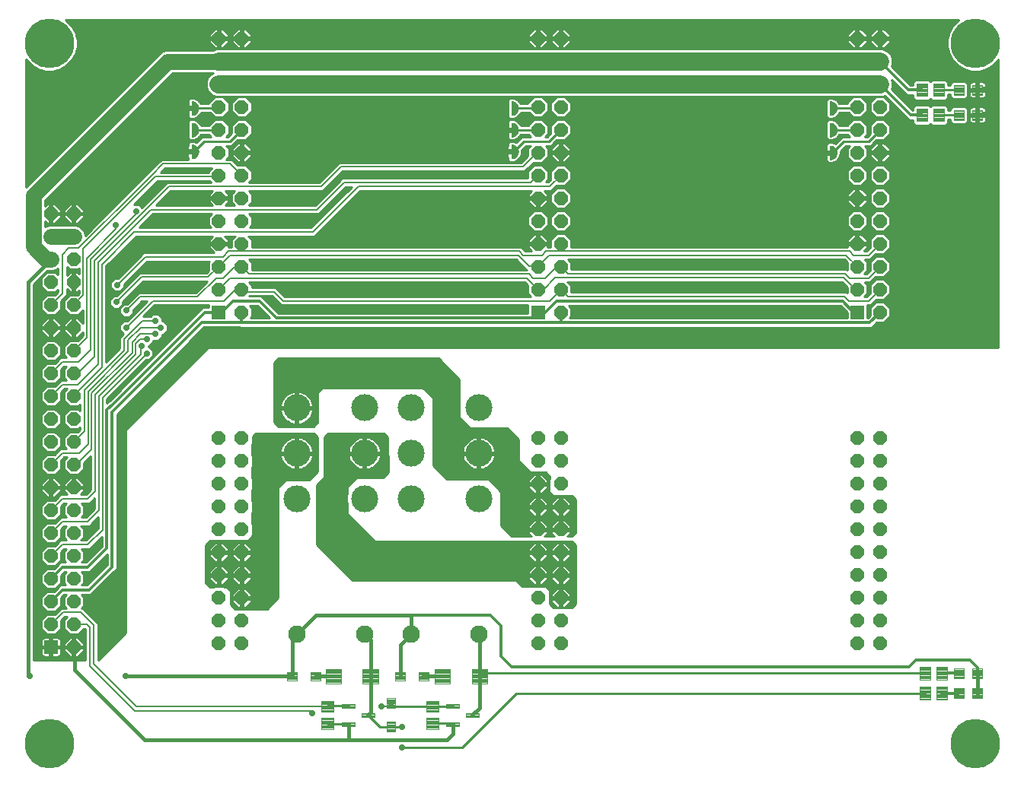
<source format=gtl>
G75*
%MOIN*%
%OFA0B0*%
%FSLAX25Y25*%
%IPPOS*%
%LPD*%
%AMOC8*
5,1,8,0,0,1.08239X$1,22.5*
%
%ADD10C,0.11811*%
%ADD11C,0.07677*%
%ADD12C,0.00394*%
%ADD13C,0.00402*%
%ADD14C,0.00396*%
%ADD15C,0.00409*%
%ADD16C,0.00378*%
%ADD17OC8,0.05906*%
%ADD18R,0.05906X0.05906*%
%ADD19C,0.00100*%
%ADD20C,0.00400*%
%ADD21C,0.21654*%
%ADD22OC8,0.02781*%
%ADD23C,0.01600*%
%ADD24C,0.01000*%
%ADD25C,0.01200*%
%ADD26R,0.02781X0.02781*%
%ADD27C,0.07000*%
%ADD28C,0.08000*%
%ADD29C,0.00800*%
D10*
X0175902Y0143933D03*
X0175902Y0163776D03*
X0175902Y0183618D03*
X0205665Y0183618D03*
X0225902Y0183618D03*
X0225902Y0163776D03*
X0225902Y0143933D03*
X0205665Y0143933D03*
X0205665Y0163776D03*
X0255665Y0163776D03*
X0255665Y0143933D03*
X0255665Y0183618D03*
D11*
X0255665Y0084406D03*
X0225902Y0084406D03*
X0205665Y0084406D03*
X0175902Y0084406D03*
D12*
X0176193Y0064257D02*
X0171863Y0064257D01*
X0171863Y0067799D01*
X0176193Y0067799D01*
X0176193Y0064257D01*
X0176193Y0064650D02*
X0171863Y0064650D01*
X0171863Y0065043D02*
X0176193Y0065043D01*
X0176193Y0065436D02*
X0171863Y0065436D01*
X0171863Y0065829D02*
X0176193Y0065829D01*
X0176193Y0066222D02*
X0171863Y0066222D01*
X0171863Y0066615D02*
X0176193Y0066615D01*
X0176193Y0067008D02*
X0171863Y0067008D01*
X0171863Y0067401D02*
X0176193Y0067401D01*
X0176193Y0067794D02*
X0171863Y0067794D01*
X0182099Y0064257D02*
X0186429Y0064257D01*
X0182099Y0064257D02*
X0182099Y0067799D01*
X0186429Y0067799D01*
X0186429Y0064257D01*
X0186429Y0064650D02*
X0182099Y0064650D01*
X0182099Y0065043D02*
X0186429Y0065043D01*
X0186429Y0065436D02*
X0182099Y0065436D01*
X0182099Y0065829D02*
X0186429Y0065829D01*
X0186429Y0066222D02*
X0182099Y0066222D01*
X0182099Y0066615D02*
X0186429Y0066615D01*
X0186429Y0067008D02*
X0182099Y0067008D01*
X0182099Y0067401D02*
X0186429Y0067401D01*
X0186429Y0067794D02*
X0182099Y0067794D01*
X0218917Y0056311D02*
X0218917Y0051981D01*
X0215375Y0051981D01*
X0215375Y0056311D01*
X0218917Y0056311D01*
X0218917Y0052374D02*
X0215375Y0052374D01*
X0215375Y0052767D02*
X0218917Y0052767D01*
X0218917Y0053160D02*
X0215375Y0053160D01*
X0215375Y0053553D02*
X0218917Y0053553D01*
X0218917Y0053946D02*
X0215375Y0053946D01*
X0215375Y0054339D02*
X0218917Y0054339D01*
X0218917Y0054732D02*
X0215375Y0054732D01*
X0215375Y0055125D02*
X0218917Y0055125D01*
X0218917Y0055518D02*
X0215375Y0055518D01*
X0215375Y0055911D02*
X0218917Y0055911D01*
X0218917Y0056304D02*
X0215375Y0056304D01*
X0219113Y0064257D02*
X0223443Y0064257D01*
X0219113Y0064257D02*
X0219113Y0067799D01*
X0223443Y0067799D01*
X0223443Y0064257D01*
X0223443Y0064650D02*
X0219113Y0064650D01*
X0219113Y0065043D02*
X0223443Y0065043D01*
X0223443Y0065436D02*
X0219113Y0065436D01*
X0219113Y0065829D02*
X0223443Y0065829D01*
X0223443Y0066222D02*
X0219113Y0066222D01*
X0219113Y0066615D02*
X0223443Y0066615D01*
X0223443Y0067008D02*
X0219113Y0067008D01*
X0219113Y0067401D02*
X0223443Y0067401D01*
X0223443Y0067794D02*
X0219113Y0067794D01*
X0229349Y0064257D02*
X0233679Y0064257D01*
X0229349Y0064257D02*
X0229349Y0067799D01*
X0233679Y0067799D01*
X0233679Y0064257D01*
X0233679Y0064650D02*
X0229349Y0064650D01*
X0229349Y0065043D02*
X0233679Y0065043D01*
X0233679Y0065436D02*
X0229349Y0065436D01*
X0229349Y0065829D02*
X0233679Y0065829D01*
X0233679Y0066222D02*
X0229349Y0066222D01*
X0229349Y0066615D02*
X0233679Y0066615D01*
X0233679Y0067008D02*
X0229349Y0067008D01*
X0229349Y0067401D02*
X0233679Y0067401D01*
X0233679Y0067794D02*
X0229349Y0067794D01*
X0218917Y0046074D02*
X0218917Y0041744D01*
X0215375Y0041744D01*
X0215375Y0046074D01*
X0218917Y0046074D01*
X0218917Y0042137D02*
X0215375Y0042137D01*
X0215375Y0042530D02*
X0218917Y0042530D01*
X0218917Y0042923D02*
X0215375Y0042923D01*
X0215375Y0043316D02*
X0218917Y0043316D01*
X0218917Y0043709D02*
X0215375Y0043709D01*
X0215375Y0044102D02*
X0218917Y0044102D01*
X0218917Y0044495D02*
X0215375Y0044495D01*
X0215375Y0044888D02*
X0218917Y0044888D01*
X0218917Y0045281D02*
X0215375Y0045281D01*
X0215375Y0045674D02*
X0218917Y0045674D01*
X0218917Y0046067D02*
X0215375Y0046067D01*
D13*
X0211559Y0069173D02*
X0204875Y0069173D01*
X0211559Y0069173D02*
X0211559Y0062883D01*
X0204875Y0062883D01*
X0204875Y0069173D01*
X0204875Y0063284D02*
X0211559Y0063284D01*
X0211559Y0063685D02*
X0204875Y0063685D01*
X0204875Y0064086D02*
X0211559Y0064086D01*
X0211559Y0064487D02*
X0204875Y0064487D01*
X0204875Y0064888D02*
X0211559Y0064888D01*
X0211559Y0065289D02*
X0204875Y0065289D01*
X0204875Y0065690D02*
X0211559Y0065690D01*
X0211559Y0066091D02*
X0204875Y0066091D01*
X0204875Y0066492D02*
X0211559Y0066492D01*
X0211559Y0066893D02*
X0204875Y0066893D01*
X0204875Y0067294D02*
X0211559Y0067294D01*
X0211559Y0067695D02*
X0204875Y0067695D01*
X0204875Y0068096D02*
X0211559Y0068096D01*
X0211559Y0068497D02*
X0204875Y0068497D01*
X0204875Y0068898D02*
X0211559Y0068898D01*
X0195417Y0069173D02*
X0188733Y0069173D01*
X0195417Y0069173D02*
X0195417Y0062883D01*
X0188733Y0062883D01*
X0188733Y0069173D01*
X0188733Y0063284D02*
X0195417Y0063284D01*
X0195417Y0063685D02*
X0188733Y0063685D01*
X0188733Y0064086D02*
X0195417Y0064086D01*
X0195417Y0064487D02*
X0188733Y0064487D01*
X0188733Y0064888D02*
X0195417Y0064888D01*
X0195417Y0065289D02*
X0188733Y0065289D01*
X0188733Y0065690D02*
X0195417Y0065690D01*
X0195417Y0066091D02*
X0188733Y0066091D01*
X0188733Y0066492D02*
X0195417Y0066492D01*
X0195417Y0066893D02*
X0188733Y0066893D01*
X0188733Y0067294D02*
X0195417Y0067294D01*
X0195417Y0067695D02*
X0188733Y0067695D01*
X0188733Y0068096D02*
X0195417Y0068096D01*
X0195417Y0068497D02*
X0188733Y0068497D01*
X0188733Y0068898D02*
X0195417Y0068898D01*
X0236483Y0069173D02*
X0243167Y0069173D01*
X0243167Y0062883D01*
X0236483Y0062883D01*
X0236483Y0069173D01*
X0236483Y0063284D02*
X0243167Y0063284D01*
X0243167Y0063685D02*
X0236483Y0063685D01*
X0236483Y0064086D02*
X0243167Y0064086D01*
X0243167Y0064487D02*
X0236483Y0064487D01*
X0236483Y0064888D02*
X0243167Y0064888D01*
X0243167Y0065289D02*
X0236483Y0065289D01*
X0236483Y0065690D02*
X0243167Y0065690D01*
X0243167Y0066091D02*
X0236483Y0066091D01*
X0236483Y0066492D02*
X0243167Y0066492D01*
X0243167Y0066893D02*
X0236483Y0066893D01*
X0236483Y0067294D02*
X0243167Y0067294D01*
X0243167Y0067695D02*
X0236483Y0067695D01*
X0236483Y0068096D02*
X0243167Y0068096D01*
X0243167Y0068497D02*
X0236483Y0068497D01*
X0236483Y0068898D02*
X0243167Y0068898D01*
X0252625Y0069173D02*
X0259309Y0069173D01*
X0259309Y0062883D01*
X0252625Y0062883D01*
X0252625Y0069173D01*
X0252625Y0063284D02*
X0259309Y0063284D01*
X0259309Y0063685D02*
X0252625Y0063685D01*
X0252625Y0064086D02*
X0259309Y0064086D01*
X0259309Y0064487D02*
X0252625Y0064487D01*
X0252625Y0064888D02*
X0259309Y0064888D01*
X0259309Y0065289D02*
X0252625Y0065289D01*
X0252625Y0065690D02*
X0259309Y0065690D01*
X0259309Y0066091D02*
X0252625Y0066091D01*
X0252625Y0066492D02*
X0259309Y0066492D01*
X0259309Y0066893D02*
X0252625Y0066893D01*
X0252625Y0067294D02*
X0259309Y0067294D01*
X0259309Y0067695D02*
X0252625Y0067695D01*
X0252625Y0068096D02*
X0259309Y0068096D01*
X0259309Y0068497D02*
X0252625Y0068497D01*
X0252625Y0068898D02*
X0259309Y0068898D01*
D14*
X0247148Y0052126D02*
X0241544Y0052126D01*
X0241544Y0053930D01*
X0247148Y0053930D01*
X0247148Y0052126D01*
X0247148Y0052521D02*
X0241544Y0052521D01*
X0241544Y0052916D02*
X0247148Y0052916D01*
X0247148Y0053311D02*
X0241544Y0053311D01*
X0241544Y0053706D02*
X0247148Y0053706D01*
X0250044Y0048126D02*
X0255648Y0048126D01*
X0250044Y0048126D02*
X0250044Y0049930D01*
X0255648Y0049930D01*
X0255648Y0048126D01*
X0255648Y0048521D02*
X0250044Y0048521D01*
X0250044Y0048916D02*
X0255648Y0048916D01*
X0255648Y0049311D02*
X0250044Y0049311D01*
X0250044Y0049706D02*
X0255648Y0049706D01*
X0247148Y0044126D02*
X0241544Y0044126D01*
X0241544Y0045930D01*
X0247148Y0045930D01*
X0247148Y0044126D01*
X0247148Y0044521D02*
X0241544Y0044521D01*
X0241544Y0044916D02*
X0247148Y0044916D01*
X0247148Y0045311D02*
X0241544Y0045311D01*
X0241544Y0045706D02*
X0247148Y0045706D01*
X0209898Y0048126D02*
X0204294Y0048126D01*
X0204294Y0049930D01*
X0209898Y0049930D01*
X0209898Y0048126D01*
X0209898Y0048521D02*
X0204294Y0048521D01*
X0204294Y0048916D02*
X0209898Y0048916D01*
X0209898Y0049311D02*
X0204294Y0049311D01*
X0204294Y0049706D02*
X0209898Y0049706D01*
X0201398Y0052126D02*
X0195794Y0052126D01*
X0195794Y0053930D01*
X0201398Y0053930D01*
X0201398Y0052126D01*
X0201398Y0052521D02*
X0195794Y0052521D01*
X0195794Y0052916D02*
X0201398Y0052916D01*
X0201398Y0053311D02*
X0195794Y0053311D01*
X0195794Y0053706D02*
X0201398Y0053706D01*
X0201398Y0044126D02*
X0195794Y0044126D01*
X0195794Y0045930D01*
X0201398Y0045930D01*
X0201398Y0044126D01*
X0201398Y0044521D02*
X0195794Y0044521D01*
X0195794Y0044916D02*
X0201398Y0044916D01*
X0201398Y0045311D02*
X0195794Y0045311D01*
X0195794Y0045706D02*
X0201398Y0045706D01*
D15*
X0192095Y0047642D02*
X0192095Y0042932D01*
X0186597Y0042932D01*
X0186597Y0047642D01*
X0192095Y0047642D01*
X0192095Y0043340D02*
X0186597Y0043340D01*
X0186597Y0043748D02*
X0192095Y0043748D01*
X0192095Y0044156D02*
X0186597Y0044156D01*
X0186597Y0044564D02*
X0192095Y0044564D01*
X0192095Y0044972D02*
X0186597Y0044972D01*
X0186597Y0045380D02*
X0192095Y0045380D01*
X0192095Y0045788D02*
X0186597Y0045788D01*
X0186597Y0046196D02*
X0192095Y0046196D01*
X0192095Y0046604D02*
X0186597Y0046604D01*
X0186597Y0047012D02*
X0192095Y0047012D01*
X0192095Y0047420D02*
X0186597Y0047420D01*
X0192095Y0050413D02*
X0192095Y0055123D01*
X0192095Y0050413D02*
X0186597Y0050413D01*
X0186597Y0055123D01*
X0192095Y0055123D01*
X0192095Y0050821D02*
X0186597Y0050821D01*
X0186597Y0051229D02*
X0192095Y0051229D01*
X0192095Y0051637D02*
X0186597Y0051637D01*
X0186597Y0052045D02*
X0192095Y0052045D01*
X0192095Y0052453D02*
X0186597Y0052453D01*
X0186597Y0052861D02*
X0192095Y0052861D01*
X0192095Y0053269D02*
X0186597Y0053269D01*
X0186597Y0053677D02*
X0192095Y0053677D01*
X0192095Y0054085D02*
X0186597Y0054085D01*
X0186597Y0054493D02*
X0192095Y0054493D01*
X0192095Y0054901D02*
X0186597Y0054901D01*
X0238095Y0055123D02*
X0238095Y0050413D01*
X0232597Y0050413D01*
X0232597Y0055123D01*
X0238095Y0055123D01*
X0238095Y0050821D02*
X0232597Y0050821D01*
X0232597Y0051229D02*
X0238095Y0051229D01*
X0238095Y0051637D02*
X0232597Y0051637D01*
X0232597Y0052045D02*
X0238095Y0052045D01*
X0238095Y0052453D02*
X0232597Y0052453D01*
X0232597Y0052861D02*
X0238095Y0052861D01*
X0238095Y0053269D02*
X0232597Y0053269D01*
X0232597Y0053677D02*
X0238095Y0053677D01*
X0238095Y0054085D02*
X0232597Y0054085D01*
X0232597Y0054493D02*
X0238095Y0054493D01*
X0238095Y0054901D02*
X0232597Y0054901D01*
X0238095Y0047642D02*
X0238095Y0042932D01*
X0232597Y0042932D01*
X0232597Y0047642D01*
X0238095Y0047642D01*
X0238095Y0043340D02*
X0232597Y0043340D01*
X0232597Y0043748D02*
X0238095Y0043748D01*
X0238095Y0044156D02*
X0232597Y0044156D01*
X0232597Y0044564D02*
X0238095Y0044564D01*
X0238095Y0044972D02*
X0232597Y0044972D01*
X0232597Y0045380D02*
X0238095Y0045380D01*
X0238095Y0045788D02*
X0232597Y0045788D01*
X0232597Y0046196D02*
X0238095Y0046196D01*
X0238095Y0046604D02*
X0232597Y0046604D01*
X0232597Y0047012D02*
X0238095Y0047012D01*
X0238095Y0047420D02*
X0232597Y0047420D01*
X0448601Y0061327D02*
X0453311Y0061327D01*
X0453311Y0055829D01*
X0448601Y0055829D01*
X0448601Y0061327D01*
X0448601Y0056237D02*
X0453311Y0056237D01*
X0453311Y0056645D02*
X0448601Y0056645D01*
X0448601Y0057053D02*
X0453311Y0057053D01*
X0453311Y0057461D02*
X0448601Y0057461D01*
X0448601Y0057869D02*
X0453311Y0057869D01*
X0453311Y0058277D02*
X0448601Y0058277D01*
X0448601Y0058685D02*
X0453311Y0058685D01*
X0453311Y0059093D02*
X0448601Y0059093D01*
X0448601Y0059501D02*
X0453311Y0059501D01*
X0453311Y0059909D02*
X0448601Y0059909D01*
X0448601Y0060317D02*
X0453311Y0060317D01*
X0453311Y0060725D02*
X0448601Y0060725D01*
X0448601Y0061133D02*
X0453311Y0061133D01*
X0456081Y0061327D02*
X0460791Y0061327D01*
X0460791Y0055829D01*
X0456081Y0055829D01*
X0456081Y0061327D01*
X0456081Y0056237D02*
X0460791Y0056237D01*
X0460791Y0056645D02*
X0456081Y0056645D01*
X0456081Y0057053D02*
X0460791Y0057053D01*
X0460791Y0057461D02*
X0456081Y0057461D01*
X0456081Y0057869D02*
X0460791Y0057869D01*
X0460791Y0058277D02*
X0456081Y0058277D01*
X0456081Y0058685D02*
X0460791Y0058685D01*
X0460791Y0059093D02*
X0456081Y0059093D01*
X0456081Y0059501D02*
X0460791Y0059501D01*
X0460791Y0059909D02*
X0456081Y0059909D01*
X0456081Y0060317D02*
X0460791Y0060317D01*
X0460791Y0060725D02*
X0456081Y0060725D01*
X0456081Y0061133D02*
X0460791Y0061133D01*
X0460791Y0070077D02*
X0456081Y0070077D01*
X0460791Y0070077D02*
X0460791Y0064579D01*
X0456081Y0064579D01*
X0456081Y0070077D01*
X0456081Y0064987D02*
X0460791Y0064987D01*
X0460791Y0065395D02*
X0456081Y0065395D01*
X0456081Y0065803D02*
X0460791Y0065803D01*
X0460791Y0066211D02*
X0456081Y0066211D01*
X0456081Y0066619D02*
X0460791Y0066619D01*
X0460791Y0067027D02*
X0456081Y0067027D01*
X0456081Y0067435D02*
X0460791Y0067435D01*
X0460791Y0067843D02*
X0456081Y0067843D01*
X0456081Y0068251D02*
X0460791Y0068251D01*
X0460791Y0068659D02*
X0456081Y0068659D01*
X0456081Y0069067D02*
X0460791Y0069067D01*
X0460791Y0069475D02*
X0456081Y0069475D01*
X0456081Y0069883D02*
X0460791Y0069883D01*
X0453311Y0070077D02*
X0448601Y0070077D01*
X0453311Y0070077D02*
X0453311Y0064579D01*
X0448601Y0064579D01*
X0448601Y0070077D01*
X0448601Y0064987D02*
X0453311Y0064987D01*
X0453311Y0065395D02*
X0448601Y0065395D01*
X0448601Y0065803D02*
X0453311Y0065803D01*
X0453311Y0066211D02*
X0448601Y0066211D01*
X0448601Y0066619D02*
X0453311Y0066619D01*
X0453311Y0067027D02*
X0448601Y0067027D01*
X0448601Y0067435D02*
X0453311Y0067435D01*
X0453311Y0067843D02*
X0448601Y0067843D01*
X0448601Y0068251D02*
X0453311Y0068251D01*
X0453311Y0068659D02*
X0448601Y0068659D01*
X0448601Y0069067D02*
X0453311Y0069067D01*
X0453311Y0069475D02*
X0448601Y0069475D01*
X0448601Y0069883D02*
X0453311Y0069883D01*
X0452011Y0309279D02*
X0447301Y0309279D01*
X0447301Y0314777D01*
X0452011Y0314777D01*
X0452011Y0309279D01*
X0452011Y0309687D02*
X0447301Y0309687D01*
X0447301Y0310095D02*
X0452011Y0310095D01*
X0452011Y0310503D02*
X0447301Y0310503D01*
X0447301Y0310911D02*
X0452011Y0310911D01*
X0452011Y0311319D02*
X0447301Y0311319D01*
X0447301Y0311727D02*
X0452011Y0311727D01*
X0452011Y0312135D02*
X0447301Y0312135D01*
X0447301Y0312543D02*
X0452011Y0312543D01*
X0452011Y0312951D02*
X0447301Y0312951D01*
X0447301Y0313359D02*
X0452011Y0313359D01*
X0452011Y0313767D02*
X0447301Y0313767D01*
X0447301Y0314175D02*
X0452011Y0314175D01*
X0452011Y0314583D02*
X0447301Y0314583D01*
X0447301Y0320279D02*
X0452011Y0320279D01*
X0447301Y0320279D02*
X0447301Y0325777D01*
X0452011Y0325777D01*
X0452011Y0320279D01*
X0452011Y0320687D02*
X0447301Y0320687D01*
X0447301Y0321095D02*
X0452011Y0321095D01*
X0452011Y0321503D02*
X0447301Y0321503D01*
X0447301Y0321911D02*
X0452011Y0321911D01*
X0452011Y0322319D02*
X0447301Y0322319D01*
X0447301Y0322727D02*
X0452011Y0322727D01*
X0452011Y0323135D02*
X0447301Y0323135D01*
X0447301Y0323543D02*
X0452011Y0323543D01*
X0452011Y0323951D02*
X0447301Y0323951D01*
X0447301Y0324359D02*
X0452011Y0324359D01*
X0452011Y0324767D02*
X0447301Y0324767D01*
X0447301Y0325175D02*
X0452011Y0325175D01*
X0452011Y0325583D02*
X0447301Y0325583D01*
X0454781Y0320279D02*
X0459491Y0320279D01*
X0454781Y0320279D02*
X0454781Y0325777D01*
X0459491Y0325777D01*
X0459491Y0320279D01*
X0459491Y0320687D02*
X0454781Y0320687D01*
X0454781Y0321095D02*
X0459491Y0321095D01*
X0459491Y0321503D02*
X0454781Y0321503D01*
X0454781Y0321911D02*
X0459491Y0321911D01*
X0459491Y0322319D02*
X0454781Y0322319D01*
X0454781Y0322727D02*
X0459491Y0322727D01*
X0459491Y0323135D02*
X0454781Y0323135D01*
X0454781Y0323543D02*
X0459491Y0323543D01*
X0459491Y0323951D02*
X0454781Y0323951D01*
X0454781Y0324359D02*
X0459491Y0324359D01*
X0459491Y0324767D02*
X0454781Y0324767D01*
X0454781Y0325175D02*
X0459491Y0325175D01*
X0459491Y0325583D02*
X0454781Y0325583D01*
X0454781Y0309279D02*
X0459491Y0309279D01*
X0454781Y0309279D02*
X0454781Y0314777D01*
X0459491Y0314777D01*
X0459491Y0309279D01*
X0459491Y0309687D02*
X0454781Y0309687D01*
X0454781Y0310095D02*
X0459491Y0310095D01*
X0459491Y0310503D02*
X0454781Y0310503D01*
X0454781Y0310911D02*
X0459491Y0310911D01*
X0459491Y0311319D02*
X0454781Y0311319D01*
X0454781Y0311727D02*
X0459491Y0311727D01*
X0459491Y0312135D02*
X0454781Y0312135D01*
X0454781Y0312543D02*
X0459491Y0312543D01*
X0459491Y0312951D02*
X0454781Y0312951D01*
X0454781Y0313359D02*
X0459491Y0313359D01*
X0459491Y0313767D02*
X0454781Y0313767D01*
X0454781Y0314175D02*
X0459491Y0314175D01*
X0459491Y0314583D02*
X0454781Y0314583D01*
D16*
X0463589Y0314201D02*
X0463589Y0309855D01*
X0463589Y0314201D02*
X0467935Y0314201D01*
X0467935Y0309855D01*
X0463589Y0309855D01*
X0463589Y0310232D02*
X0467935Y0310232D01*
X0467935Y0310609D02*
X0463589Y0310609D01*
X0463589Y0310986D02*
X0467935Y0310986D01*
X0467935Y0311363D02*
X0463589Y0311363D01*
X0463589Y0311740D02*
X0467935Y0311740D01*
X0467935Y0312117D02*
X0463589Y0312117D01*
X0463589Y0312494D02*
X0467935Y0312494D01*
X0467935Y0312871D02*
X0463589Y0312871D01*
X0463589Y0313248D02*
X0467935Y0313248D01*
X0467935Y0313625D02*
X0463589Y0313625D01*
X0463589Y0314002D02*
X0467935Y0314002D01*
X0471857Y0314201D02*
X0471857Y0309855D01*
X0471857Y0314201D02*
X0476203Y0314201D01*
X0476203Y0309855D01*
X0471857Y0309855D01*
X0471857Y0310232D02*
X0476203Y0310232D01*
X0476203Y0310609D02*
X0471857Y0310609D01*
X0471857Y0310986D02*
X0476203Y0310986D01*
X0476203Y0311363D02*
X0471857Y0311363D01*
X0471857Y0311740D02*
X0476203Y0311740D01*
X0476203Y0312117D02*
X0471857Y0312117D01*
X0471857Y0312494D02*
X0476203Y0312494D01*
X0476203Y0312871D02*
X0471857Y0312871D01*
X0471857Y0313248D02*
X0476203Y0313248D01*
X0476203Y0313625D02*
X0471857Y0313625D01*
X0471857Y0314002D02*
X0476203Y0314002D01*
X0471857Y0320855D02*
X0471857Y0325201D01*
X0476203Y0325201D01*
X0476203Y0320855D01*
X0471857Y0320855D01*
X0471857Y0321232D02*
X0476203Y0321232D01*
X0476203Y0321609D02*
X0471857Y0321609D01*
X0471857Y0321986D02*
X0476203Y0321986D01*
X0476203Y0322363D02*
X0471857Y0322363D01*
X0471857Y0322740D02*
X0476203Y0322740D01*
X0476203Y0323117D02*
X0471857Y0323117D01*
X0471857Y0323494D02*
X0476203Y0323494D01*
X0476203Y0323871D02*
X0471857Y0323871D01*
X0471857Y0324248D02*
X0476203Y0324248D01*
X0476203Y0324625D02*
X0471857Y0324625D01*
X0471857Y0325002D02*
X0476203Y0325002D01*
X0463589Y0325201D02*
X0463589Y0320855D01*
X0463589Y0325201D02*
X0467935Y0325201D01*
X0467935Y0320855D01*
X0463589Y0320855D01*
X0463589Y0321232D02*
X0467935Y0321232D01*
X0467935Y0321609D02*
X0463589Y0321609D01*
X0463589Y0321986D02*
X0467935Y0321986D01*
X0467935Y0322363D02*
X0463589Y0322363D01*
X0463589Y0322740D02*
X0467935Y0322740D01*
X0467935Y0323117D02*
X0463589Y0323117D01*
X0463589Y0323494D02*
X0467935Y0323494D01*
X0467935Y0323871D02*
X0463589Y0323871D01*
X0463589Y0324248D02*
X0467935Y0324248D01*
X0467935Y0324625D02*
X0463589Y0324625D01*
X0463589Y0325002D02*
X0467935Y0325002D01*
X0467935Y0069501D02*
X0467935Y0065155D01*
X0463589Y0065155D01*
X0463589Y0069501D01*
X0467935Y0069501D01*
X0467935Y0065532D02*
X0463589Y0065532D01*
X0463589Y0065909D02*
X0467935Y0065909D01*
X0467935Y0066286D02*
X0463589Y0066286D01*
X0463589Y0066663D02*
X0467935Y0066663D01*
X0467935Y0067040D02*
X0463589Y0067040D01*
X0463589Y0067417D02*
X0467935Y0067417D01*
X0467935Y0067794D02*
X0463589Y0067794D01*
X0463589Y0068171D02*
X0467935Y0068171D01*
X0467935Y0068548D02*
X0463589Y0068548D01*
X0463589Y0068925D02*
X0467935Y0068925D01*
X0467935Y0069302D02*
X0463589Y0069302D01*
X0476203Y0069501D02*
X0476203Y0065155D01*
X0471857Y0065155D01*
X0471857Y0069501D01*
X0476203Y0069501D01*
X0476203Y0065532D02*
X0471857Y0065532D01*
X0471857Y0065909D02*
X0476203Y0065909D01*
X0476203Y0066286D02*
X0471857Y0066286D01*
X0471857Y0066663D02*
X0476203Y0066663D01*
X0476203Y0067040D02*
X0471857Y0067040D01*
X0471857Y0067417D02*
X0476203Y0067417D01*
X0476203Y0067794D02*
X0471857Y0067794D01*
X0471857Y0068171D02*
X0476203Y0068171D01*
X0476203Y0068548D02*
X0471857Y0068548D01*
X0471857Y0068925D02*
X0476203Y0068925D01*
X0476203Y0069302D02*
X0471857Y0069302D01*
X0476203Y0060751D02*
X0476203Y0056405D01*
X0471857Y0056405D01*
X0471857Y0060751D01*
X0476203Y0060751D01*
X0476203Y0056782D02*
X0471857Y0056782D01*
X0471857Y0057159D02*
X0476203Y0057159D01*
X0476203Y0057536D02*
X0471857Y0057536D01*
X0471857Y0057913D02*
X0476203Y0057913D01*
X0476203Y0058290D02*
X0471857Y0058290D01*
X0471857Y0058667D02*
X0476203Y0058667D01*
X0476203Y0059044D02*
X0471857Y0059044D01*
X0471857Y0059421D02*
X0476203Y0059421D01*
X0476203Y0059798D02*
X0471857Y0059798D01*
X0471857Y0060175D02*
X0476203Y0060175D01*
X0476203Y0060552D02*
X0471857Y0060552D01*
X0467935Y0060751D02*
X0467935Y0056405D01*
X0463589Y0056405D01*
X0463589Y0060751D01*
X0467935Y0060751D01*
X0467935Y0056782D02*
X0463589Y0056782D01*
X0463589Y0057159D02*
X0467935Y0057159D01*
X0467935Y0057536D02*
X0463589Y0057536D01*
X0463589Y0057913D02*
X0467935Y0057913D01*
X0467935Y0058290D02*
X0463589Y0058290D01*
X0463589Y0058667D02*
X0467935Y0058667D01*
X0467935Y0059044D02*
X0463589Y0059044D01*
X0463589Y0059421D02*
X0467935Y0059421D01*
X0467935Y0059798D02*
X0463589Y0059798D01*
X0463589Y0060175D02*
X0467935Y0060175D01*
X0467935Y0060552D02*
X0463589Y0060552D01*
D17*
X0431335Y0080350D03*
X0421335Y0080350D03*
X0421335Y0090350D03*
X0431335Y0090350D03*
X0431335Y0100350D03*
X0421335Y0100350D03*
X0421335Y0110350D03*
X0431335Y0110350D03*
X0431335Y0120350D03*
X0421335Y0120350D03*
X0421335Y0130350D03*
X0431335Y0130350D03*
X0431335Y0140350D03*
X0421335Y0140350D03*
X0421335Y0150350D03*
X0431335Y0150350D03*
X0431335Y0160350D03*
X0421335Y0160350D03*
X0421335Y0170350D03*
X0431335Y0170350D03*
X0431335Y0225547D03*
X0431335Y0235547D03*
X0421335Y0235547D03*
X0421335Y0245547D03*
X0431335Y0245547D03*
X0431335Y0255547D03*
X0431335Y0265547D03*
X0421335Y0265547D03*
X0421335Y0255547D03*
X0421335Y0275547D03*
X0431335Y0275547D03*
X0431335Y0285547D03*
X0431335Y0295547D03*
X0421335Y0295547D03*
X0421335Y0285547D03*
X0421335Y0305547D03*
X0431335Y0305547D03*
X0431335Y0315547D03*
X0421335Y0315547D03*
X0421335Y0325547D03*
X0431335Y0325547D03*
X0431335Y0335547D03*
X0421335Y0335547D03*
X0421335Y0345547D03*
X0431335Y0345547D03*
X0291571Y0345547D03*
X0281571Y0345547D03*
X0281571Y0335547D03*
X0281571Y0325547D03*
X0291571Y0325547D03*
X0291571Y0335547D03*
X0291571Y0315547D03*
X0281571Y0315547D03*
X0281571Y0305547D03*
X0291571Y0305547D03*
X0291571Y0295547D03*
X0291571Y0285547D03*
X0281571Y0285547D03*
X0281571Y0295547D03*
X0281571Y0275547D03*
X0291571Y0275547D03*
X0291571Y0265547D03*
X0291571Y0255547D03*
X0281571Y0255547D03*
X0281571Y0265547D03*
X0281571Y0245547D03*
X0291571Y0245547D03*
X0291571Y0235547D03*
X0291571Y0225547D03*
X0281571Y0235547D03*
X0281571Y0170350D03*
X0291571Y0170350D03*
X0291571Y0160350D03*
X0291571Y0150350D03*
X0281571Y0150350D03*
X0281571Y0160350D03*
X0281571Y0140350D03*
X0291571Y0140350D03*
X0291571Y0130350D03*
X0291571Y0120350D03*
X0281571Y0120350D03*
X0281571Y0130350D03*
X0281571Y0110350D03*
X0291571Y0110350D03*
X0291571Y0100350D03*
X0291571Y0090350D03*
X0281571Y0090350D03*
X0281571Y0100350D03*
X0281571Y0080350D03*
X0291571Y0080350D03*
X0151807Y0080350D03*
X0141807Y0080350D03*
X0141807Y0090350D03*
X0151807Y0090350D03*
X0151807Y0100350D03*
X0141807Y0100350D03*
X0141807Y0110350D03*
X0151807Y0110350D03*
X0151807Y0120350D03*
X0141807Y0120350D03*
X0141807Y0130350D03*
X0151807Y0130350D03*
X0151807Y0140350D03*
X0141807Y0140350D03*
X0141807Y0150350D03*
X0151807Y0150350D03*
X0151807Y0160350D03*
X0141807Y0160350D03*
X0141807Y0170350D03*
X0151807Y0170350D03*
X0151807Y0225547D03*
X0151807Y0235547D03*
X0141807Y0235547D03*
X0141807Y0245547D03*
X0151807Y0245547D03*
X0151807Y0255547D03*
X0141807Y0255547D03*
X0141807Y0265547D03*
X0151807Y0265547D03*
X0151807Y0275547D03*
X0141807Y0275547D03*
X0141807Y0285547D03*
X0151807Y0285547D03*
X0151807Y0295547D03*
X0141807Y0295547D03*
X0141807Y0305547D03*
X0151807Y0305547D03*
X0151807Y0315547D03*
X0141807Y0315547D03*
X0141807Y0325547D03*
X0151807Y0325547D03*
X0151807Y0335547D03*
X0141807Y0335547D03*
X0141807Y0345547D03*
X0151807Y0345547D03*
X0078343Y0268776D03*
X0078343Y0258776D03*
X0068343Y0258776D03*
X0068343Y0268776D03*
X0068343Y0248776D03*
X0078343Y0248776D03*
X0078343Y0238776D03*
X0078343Y0228776D03*
X0068343Y0228776D03*
X0068343Y0238776D03*
X0068343Y0218776D03*
X0078343Y0218776D03*
X0078343Y0208776D03*
X0078343Y0198776D03*
X0068343Y0198776D03*
X0068343Y0208776D03*
X0068343Y0188776D03*
X0078343Y0188776D03*
X0078343Y0178776D03*
X0078343Y0168776D03*
X0068343Y0168776D03*
X0068343Y0178776D03*
X0068343Y0158776D03*
X0078343Y0158776D03*
X0078343Y0148776D03*
X0078343Y0138776D03*
X0068343Y0138776D03*
X0068343Y0148776D03*
X0068343Y0128776D03*
X0078343Y0128776D03*
X0078343Y0118776D03*
X0078343Y0108776D03*
X0068343Y0108776D03*
X0068343Y0118776D03*
X0068343Y0098776D03*
X0078343Y0098776D03*
X0078343Y0088776D03*
X0078343Y0078776D03*
X0068343Y0088776D03*
D18*
X0068343Y0078776D03*
X0141807Y0225547D03*
X0281571Y0225547D03*
X0421335Y0225547D03*
D19*
X0409981Y0292585D02*
X0409396Y0292528D01*
X0409396Y0294528D01*
X0407396Y0294528D01*
X0407396Y0296528D01*
X0409396Y0296528D01*
X0409396Y0298528D01*
X0409981Y0298470D01*
X0410544Y0298299D01*
X0411062Y0298022D01*
X0411517Y0297649D01*
X0411890Y0297194D01*
X0412167Y0296676D01*
X0412338Y0296113D01*
X0412396Y0295528D01*
X0412338Y0294942D01*
X0412167Y0294380D01*
X0411890Y0293861D01*
X0411517Y0293406D01*
X0411062Y0293033D01*
X0410544Y0292756D01*
X0409981Y0292585D01*
X0410197Y0292651D02*
X0409396Y0292651D01*
X0409396Y0292749D02*
X0410522Y0292749D01*
X0410716Y0292848D02*
X0409396Y0292848D01*
X0409396Y0292946D02*
X0410900Y0292946D01*
X0411077Y0293045D02*
X0409396Y0293045D01*
X0409396Y0293143D02*
X0411197Y0293143D01*
X0411317Y0293242D02*
X0409396Y0293242D01*
X0409396Y0293340D02*
X0411437Y0293340D01*
X0411544Y0293439D02*
X0409396Y0293439D01*
X0409396Y0293537D02*
X0411625Y0293537D01*
X0411706Y0293636D02*
X0409396Y0293636D01*
X0409396Y0293734D02*
X0411786Y0293734D01*
X0411867Y0293833D02*
X0409396Y0293833D01*
X0409396Y0293931D02*
X0411928Y0293931D01*
X0411980Y0294030D02*
X0409396Y0294030D01*
X0409396Y0294129D02*
X0412033Y0294129D01*
X0412086Y0294227D02*
X0409396Y0294227D01*
X0409396Y0294326D02*
X0412138Y0294326D01*
X0412181Y0294424D02*
X0409396Y0294424D01*
X0409396Y0294523D02*
X0412211Y0294523D01*
X0412241Y0294621D02*
X0407396Y0294621D01*
X0407396Y0294720D02*
X0412270Y0294720D01*
X0412300Y0294818D02*
X0407396Y0294818D01*
X0407396Y0294917D02*
X0412330Y0294917D01*
X0412345Y0295015D02*
X0407396Y0295015D01*
X0407396Y0295114D02*
X0412355Y0295114D01*
X0412365Y0295212D02*
X0407396Y0295212D01*
X0407396Y0295311D02*
X0412374Y0295311D01*
X0412384Y0295409D02*
X0407396Y0295409D01*
X0407396Y0295508D02*
X0412394Y0295508D01*
X0412388Y0295606D02*
X0407396Y0295606D01*
X0407396Y0295705D02*
X0412378Y0295705D01*
X0412369Y0295803D02*
X0407396Y0295803D01*
X0407396Y0295902D02*
X0412359Y0295902D01*
X0412349Y0296000D02*
X0407396Y0296000D01*
X0407396Y0296099D02*
X0412339Y0296099D01*
X0412312Y0296197D02*
X0407396Y0296197D01*
X0407396Y0296296D02*
X0412283Y0296296D01*
X0412253Y0296394D02*
X0407396Y0296394D01*
X0407396Y0296493D02*
X0412223Y0296493D01*
X0412193Y0296591D02*
X0409396Y0296591D01*
X0409396Y0296690D02*
X0412160Y0296690D01*
X0412107Y0296788D02*
X0409396Y0296788D01*
X0409396Y0296887D02*
X0412054Y0296887D01*
X0412002Y0296985D02*
X0409396Y0296985D01*
X0409396Y0297084D02*
X0411949Y0297084D01*
X0411896Y0297182D02*
X0409396Y0297182D01*
X0409396Y0297281D02*
X0411819Y0297281D01*
X0411738Y0297379D02*
X0409396Y0297379D01*
X0409396Y0297478D02*
X0411657Y0297478D01*
X0411576Y0297576D02*
X0409396Y0297576D01*
X0409396Y0297675D02*
X0411485Y0297675D01*
X0411365Y0297773D02*
X0409396Y0297773D01*
X0409396Y0297872D02*
X0411245Y0297872D01*
X0411125Y0297970D02*
X0409396Y0297970D01*
X0409396Y0298069D02*
X0410974Y0298069D01*
X0410790Y0298167D02*
X0409396Y0298167D01*
X0409396Y0298266D02*
X0410606Y0298266D01*
X0410328Y0298364D02*
X0409396Y0298364D01*
X0409396Y0298463D02*
X0410004Y0298463D01*
X0407896Y0298463D02*
X0407288Y0298463D01*
X0407310Y0298470D02*
X0407896Y0298528D01*
X0407896Y0292528D01*
X0407310Y0292585D01*
X0406748Y0292756D01*
X0406229Y0293033D01*
X0405774Y0293406D01*
X0405401Y0293861D01*
X0405124Y0294380D01*
X0404953Y0294942D01*
X0404896Y0295528D01*
X0404953Y0296113D01*
X0405124Y0296676D01*
X0405401Y0297194D01*
X0405774Y0297649D01*
X0406229Y0298022D01*
X0406748Y0298299D01*
X0407310Y0298470D01*
X0406963Y0298364D02*
X0407896Y0298364D01*
X0407896Y0298266D02*
X0406685Y0298266D01*
X0406501Y0298167D02*
X0407896Y0298167D01*
X0407896Y0298069D02*
X0406317Y0298069D01*
X0406166Y0297970D02*
X0407896Y0297970D01*
X0407896Y0297872D02*
X0406046Y0297872D01*
X0405926Y0297773D02*
X0407896Y0297773D01*
X0407896Y0297675D02*
X0405806Y0297675D01*
X0405715Y0297576D02*
X0407896Y0297576D01*
X0407896Y0297478D02*
X0405634Y0297478D01*
X0405553Y0297379D02*
X0407896Y0297379D01*
X0407896Y0297281D02*
X0405472Y0297281D01*
X0405395Y0297182D02*
X0407896Y0297182D01*
X0407896Y0297084D02*
X0405342Y0297084D01*
X0405290Y0296985D02*
X0407896Y0296985D01*
X0407896Y0296887D02*
X0405237Y0296887D01*
X0405184Y0296788D02*
X0407896Y0296788D01*
X0407896Y0296690D02*
X0405132Y0296690D01*
X0405098Y0296591D02*
X0407896Y0296591D01*
X0407896Y0296493D02*
X0405069Y0296493D01*
X0405039Y0296394D02*
X0407896Y0296394D01*
X0407896Y0296296D02*
X0405009Y0296296D01*
X0404979Y0296197D02*
X0407896Y0296197D01*
X0407896Y0296099D02*
X0404952Y0296099D01*
X0404942Y0296000D02*
X0407896Y0296000D01*
X0407896Y0295902D02*
X0404933Y0295902D01*
X0404923Y0295803D02*
X0407896Y0295803D01*
X0407896Y0295705D02*
X0404913Y0295705D01*
X0404903Y0295606D02*
X0407896Y0295606D01*
X0407896Y0295508D02*
X0404898Y0295508D01*
X0404907Y0295409D02*
X0407896Y0295409D01*
X0407896Y0295311D02*
X0404917Y0295311D01*
X0404927Y0295212D02*
X0407896Y0295212D01*
X0407896Y0295114D02*
X0404936Y0295114D01*
X0404946Y0295015D02*
X0407896Y0295015D01*
X0407896Y0294917D02*
X0404961Y0294917D01*
X0404991Y0294818D02*
X0407896Y0294818D01*
X0407896Y0294720D02*
X0405021Y0294720D01*
X0405051Y0294621D02*
X0407896Y0294621D01*
X0407896Y0294523D02*
X0405081Y0294523D01*
X0405111Y0294424D02*
X0407896Y0294424D01*
X0407896Y0294326D02*
X0405153Y0294326D01*
X0405206Y0294227D02*
X0407896Y0294227D01*
X0407896Y0294129D02*
X0405258Y0294129D01*
X0405311Y0294030D02*
X0407896Y0294030D01*
X0407896Y0293931D02*
X0405364Y0293931D01*
X0405424Y0293833D02*
X0407896Y0293833D01*
X0407896Y0293734D02*
X0405505Y0293734D01*
X0405586Y0293636D02*
X0407896Y0293636D01*
X0407896Y0293537D02*
X0405667Y0293537D01*
X0405748Y0293439D02*
X0407896Y0293439D01*
X0407896Y0293340D02*
X0405855Y0293340D01*
X0405975Y0293242D02*
X0407896Y0293242D01*
X0407896Y0293143D02*
X0406095Y0293143D01*
X0406215Y0293045D02*
X0407896Y0293045D01*
X0407896Y0292946D02*
X0406391Y0292946D01*
X0406576Y0292848D02*
X0407896Y0292848D01*
X0407896Y0292749D02*
X0406769Y0292749D01*
X0407094Y0292651D02*
X0407896Y0292651D01*
X0407896Y0292552D02*
X0407644Y0292552D01*
X0409396Y0292552D02*
X0409647Y0292552D01*
X0409396Y0302528D02*
X0409981Y0302585D01*
X0410544Y0302756D01*
X0411062Y0303033D01*
X0411517Y0303406D01*
X0411890Y0303861D01*
X0412167Y0304380D01*
X0412338Y0304942D01*
X0412396Y0305528D01*
X0412338Y0306113D01*
X0412167Y0306676D01*
X0411890Y0307194D01*
X0411517Y0307649D01*
X0411062Y0308022D01*
X0410544Y0308299D01*
X0409981Y0308470D01*
X0409396Y0308528D01*
X0409396Y0302528D01*
X0409396Y0302600D02*
X0410031Y0302600D01*
X0410356Y0302699D02*
X0409396Y0302699D01*
X0409396Y0302798D02*
X0410622Y0302798D01*
X0410806Y0302896D02*
X0409396Y0302896D01*
X0409396Y0302995D02*
X0410990Y0302995D01*
X0411135Y0303093D02*
X0409396Y0303093D01*
X0409396Y0303192D02*
X0411255Y0303192D01*
X0411375Y0303290D02*
X0409396Y0303290D01*
X0409396Y0303389D02*
X0411495Y0303389D01*
X0411583Y0303487D02*
X0409396Y0303487D01*
X0409396Y0303586D02*
X0411664Y0303586D01*
X0411745Y0303684D02*
X0409396Y0303684D01*
X0409396Y0303783D02*
X0411826Y0303783D01*
X0411901Y0303881D02*
X0409396Y0303881D01*
X0409396Y0303980D02*
X0411954Y0303980D01*
X0412006Y0304078D02*
X0409396Y0304078D01*
X0409396Y0304177D02*
X0412059Y0304177D01*
X0412112Y0304275D02*
X0409396Y0304275D01*
X0409396Y0304374D02*
X0412164Y0304374D01*
X0412195Y0304472D02*
X0409396Y0304472D01*
X0409396Y0304571D02*
X0412225Y0304571D01*
X0412255Y0304669D02*
X0409396Y0304669D01*
X0409396Y0304768D02*
X0412285Y0304768D01*
X0412315Y0304866D02*
X0409396Y0304866D01*
X0409396Y0304965D02*
X0412340Y0304965D01*
X0412350Y0305063D02*
X0409396Y0305063D01*
X0409396Y0305162D02*
X0412360Y0305162D01*
X0412369Y0305260D02*
X0409396Y0305260D01*
X0409396Y0305359D02*
X0412379Y0305359D01*
X0412389Y0305457D02*
X0409396Y0305457D01*
X0409396Y0305556D02*
X0412393Y0305556D01*
X0412383Y0305654D02*
X0409396Y0305654D01*
X0409396Y0305753D02*
X0412373Y0305753D01*
X0412364Y0305851D02*
X0409396Y0305851D01*
X0409396Y0305950D02*
X0412354Y0305950D01*
X0412344Y0306048D02*
X0409396Y0306048D01*
X0409396Y0306147D02*
X0412328Y0306147D01*
X0412298Y0306245D02*
X0409396Y0306245D01*
X0409396Y0306344D02*
X0412268Y0306344D01*
X0412238Y0306442D02*
X0409396Y0306442D01*
X0409396Y0306541D02*
X0412208Y0306541D01*
X0412178Y0306639D02*
X0409396Y0306639D01*
X0409396Y0306738D02*
X0412134Y0306738D01*
X0412081Y0306836D02*
X0409396Y0306836D01*
X0409396Y0306935D02*
X0412029Y0306935D01*
X0411976Y0307033D02*
X0409396Y0307033D01*
X0409396Y0307132D02*
X0411923Y0307132D01*
X0411860Y0307231D02*
X0409396Y0307231D01*
X0409396Y0307329D02*
X0411779Y0307329D01*
X0411699Y0307428D02*
X0409396Y0307428D01*
X0409396Y0307526D02*
X0411618Y0307526D01*
X0411537Y0307625D02*
X0409396Y0307625D01*
X0409396Y0307723D02*
X0411427Y0307723D01*
X0411307Y0307822D02*
X0409396Y0307822D01*
X0409396Y0307920D02*
X0411187Y0307920D01*
X0411066Y0308019D02*
X0409396Y0308019D01*
X0409396Y0308117D02*
X0410884Y0308117D01*
X0410700Y0308216D02*
X0409396Y0308216D01*
X0409396Y0308314D02*
X0410494Y0308314D01*
X0410170Y0308413D02*
X0409396Y0308413D01*
X0409396Y0308511D02*
X0409562Y0308511D01*
X0407896Y0308511D02*
X0407729Y0308511D01*
X0407896Y0308528D02*
X0407310Y0308470D01*
X0406748Y0308299D01*
X0406229Y0308022D01*
X0405774Y0307649D01*
X0405401Y0307194D01*
X0405124Y0306676D01*
X0404953Y0306113D01*
X0404896Y0305528D01*
X0404953Y0304942D01*
X0405124Y0304380D01*
X0405401Y0303861D01*
X0405774Y0303406D01*
X0406229Y0303033D01*
X0406748Y0302756D01*
X0407310Y0302585D01*
X0407896Y0302528D01*
X0407896Y0308528D01*
X0407896Y0308413D02*
X0407122Y0308413D01*
X0406797Y0308314D02*
X0407896Y0308314D01*
X0407896Y0308216D02*
X0406591Y0308216D01*
X0406407Y0308117D02*
X0407896Y0308117D01*
X0407896Y0308019D02*
X0406225Y0308019D01*
X0406105Y0307920D02*
X0407896Y0307920D01*
X0407896Y0307822D02*
X0405985Y0307822D01*
X0405865Y0307723D02*
X0407896Y0307723D01*
X0407896Y0307625D02*
X0405754Y0307625D01*
X0405674Y0307526D02*
X0407896Y0307526D01*
X0407896Y0307428D02*
X0405593Y0307428D01*
X0405512Y0307329D02*
X0407896Y0307329D01*
X0407896Y0307231D02*
X0405431Y0307231D01*
X0405368Y0307132D02*
X0407896Y0307132D01*
X0407896Y0307033D02*
X0405315Y0307033D01*
X0405263Y0306935D02*
X0407896Y0306935D01*
X0407896Y0306836D02*
X0405210Y0306836D01*
X0405157Y0306738D02*
X0407896Y0306738D01*
X0407896Y0306639D02*
X0405113Y0306639D01*
X0405083Y0306541D02*
X0407896Y0306541D01*
X0407896Y0306442D02*
X0405053Y0306442D01*
X0405023Y0306344D02*
X0407896Y0306344D01*
X0407896Y0306245D02*
X0404994Y0306245D01*
X0404964Y0306147D02*
X0407896Y0306147D01*
X0407896Y0306048D02*
X0404947Y0306048D01*
X0404937Y0305950D02*
X0407896Y0305950D01*
X0407896Y0305851D02*
X0404928Y0305851D01*
X0404918Y0305753D02*
X0407896Y0305753D01*
X0407896Y0305654D02*
X0404908Y0305654D01*
X0404898Y0305556D02*
X0407896Y0305556D01*
X0407896Y0305457D02*
X0404903Y0305457D01*
X0404912Y0305359D02*
X0407896Y0305359D01*
X0407896Y0305260D02*
X0404922Y0305260D01*
X0404932Y0305162D02*
X0407896Y0305162D01*
X0407896Y0305063D02*
X0404941Y0305063D01*
X0404951Y0304965D02*
X0407896Y0304965D01*
X0407896Y0304866D02*
X0404976Y0304866D01*
X0405006Y0304768D02*
X0407896Y0304768D01*
X0407896Y0304669D02*
X0405036Y0304669D01*
X0405066Y0304571D02*
X0407896Y0304571D01*
X0407896Y0304472D02*
X0405096Y0304472D01*
X0405127Y0304374D02*
X0407896Y0304374D01*
X0407896Y0304275D02*
X0405180Y0304275D01*
X0405232Y0304177D02*
X0407896Y0304177D01*
X0407896Y0304078D02*
X0405285Y0304078D01*
X0405338Y0303980D02*
X0407896Y0303980D01*
X0407896Y0303881D02*
X0405390Y0303881D01*
X0405465Y0303783D02*
X0407896Y0303783D01*
X0407896Y0303684D02*
X0405546Y0303684D01*
X0405627Y0303586D02*
X0407896Y0303586D01*
X0407896Y0303487D02*
X0405708Y0303487D01*
X0405796Y0303389D02*
X0407896Y0303389D01*
X0407896Y0303290D02*
X0405916Y0303290D01*
X0406036Y0303192D02*
X0407896Y0303192D01*
X0407896Y0303093D02*
X0406156Y0303093D01*
X0406301Y0302995D02*
X0407896Y0302995D01*
X0407896Y0302896D02*
X0406486Y0302896D01*
X0406670Y0302798D02*
X0407896Y0302798D01*
X0407896Y0302699D02*
X0406935Y0302699D01*
X0407260Y0302600D02*
X0407896Y0302600D01*
X0407896Y0312028D02*
X0407310Y0312085D01*
X0406748Y0312256D01*
X0406229Y0312533D01*
X0405774Y0312906D01*
X0405401Y0313361D01*
X0405124Y0313880D01*
X0404953Y0314442D01*
X0404896Y0315028D01*
X0404953Y0315613D01*
X0405124Y0316176D01*
X0405401Y0316694D01*
X0405774Y0317149D01*
X0406229Y0317522D01*
X0406748Y0317799D01*
X0407310Y0317970D01*
X0407896Y0318028D01*
X0407896Y0312028D01*
X0407896Y0312058D02*
X0407591Y0312058D01*
X0407896Y0312156D02*
X0407077Y0312156D01*
X0406752Y0312255D02*
X0407896Y0312255D01*
X0407896Y0312353D02*
X0406566Y0312353D01*
X0406382Y0312452D02*
X0407896Y0312452D01*
X0407896Y0312550D02*
X0406208Y0312550D01*
X0406088Y0312649D02*
X0407896Y0312649D01*
X0407896Y0312747D02*
X0405968Y0312747D01*
X0405848Y0312846D02*
X0407896Y0312846D01*
X0407896Y0312944D02*
X0405743Y0312944D01*
X0405662Y0313043D02*
X0407896Y0313043D01*
X0407896Y0313141D02*
X0405582Y0313141D01*
X0405501Y0313240D02*
X0407896Y0313240D01*
X0407896Y0313338D02*
X0405420Y0313338D01*
X0405361Y0313437D02*
X0407896Y0313437D01*
X0407896Y0313535D02*
X0405308Y0313535D01*
X0405255Y0313634D02*
X0407896Y0313634D01*
X0407896Y0313732D02*
X0405203Y0313732D01*
X0405150Y0313831D02*
X0407896Y0313831D01*
X0407896Y0313929D02*
X0405109Y0313929D01*
X0405079Y0314028D02*
X0407896Y0314028D01*
X0407896Y0314126D02*
X0405049Y0314126D01*
X0405019Y0314225D02*
X0407896Y0314225D01*
X0407896Y0314323D02*
X0404989Y0314323D01*
X0404960Y0314422D02*
X0407896Y0314422D01*
X0407896Y0314520D02*
X0404946Y0314520D01*
X0404936Y0314619D02*
X0407896Y0314619D01*
X0407896Y0314717D02*
X0404926Y0314717D01*
X0404917Y0314816D02*
X0407896Y0314816D01*
X0407896Y0314914D02*
X0404907Y0314914D01*
X0404897Y0315013D02*
X0407896Y0315013D01*
X0407896Y0315111D02*
X0404904Y0315111D01*
X0404914Y0315210D02*
X0407896Y0315210D01*
X0407896Y0315308D02*
X0404923Y0315308D01*
X0404933Y0315407D02*
X0407896Y0315407D01*
X0407896Y0315505D02*
X0404943Y0315505D01*
X0404952Y0315604D02*
X0407896Y0315604D01*
X0407896Y0315702D02*
X0404980Y0315702D01*
X0405010Y0315801D02*
X0407896Y0315801D01*
X0407896Y0315900D02*
X0405040Y0315900D01*
X0405070Y0315998D02*
X0407896Y0315998D01*
X0407896Y0316097D02*
X0405100Y0316097D01*
X0405134Y0316195D02*
X0407896Y0316195D01*
X0407896Y0316294D02*
X0405187Y0316294D01*
X0405240Y0316392D02*
X0407896Y0316392D01*
X0407896Y0316491D02*
X0405292Y0316491D01*
X0405345Y0316589D02*
X0407896Y0316589D01*
X0407896Y0316688D02*
X0405398Y0316688D01*
X0405477Y0316786D02*
X0407896Y0316786D01*
X0407896Y0316885D02*
X0405557Y0316885D01*
X0405638Y0316983D02*
X0407896Y0316983D01*
X0407896Y0317082D02*
X0405719Y0317082D01*
X0405812Y0317180D02*
X0407896Y0317180D01*
X0407896Y0317279D02*
X0405932Y0317279D01*
X0406053Y0317377D02*
X0407896Y0317377D01*
X0407896Y0317476D02*
X0406173Y0317476D01*
X0406327Y0317574D02*
X0407896Y0317574D01*
X0407896Y0317673D02*
X0406511Y0317673D01*
X0406695Y0317771D02*
X0407896Y0317771D01*
X0407896Y0317870D02*
X0406980Y0317870D01*
X0407305Y0317968D02*
X0407896Y0317968D01*
X0409396Y0317968D02*
X0409986Y0317968D01*
X0409981Y0317970D02*
X0410544Y0317799D01*
X0411062Y0317522D01*
X0411517Y0317149D01*
X0411890Y0316694D01*
X0412167Y0316176D01*
X0412338Y0315613D01*
X0412396Y0315028D01*
X0412338Y0314442D01*
X0412167Y0313880D01*
X0411890Y0313361D01*
X0411517Y0312906D01*
X0411062Y0312533D01*
X0410544Y0312256D01*
X0409981Y0312085D01*
X0409396Y0312028D01*
X0409396Y0318028D01*
X0409981Y0317970D01*
X0410311Y0317870D02*
X0409396Y0317870D01*
X0409396Y0317771D02*
X0410596Y0317771D01*
X0410780Y0317673D02*
X0409396Y0317673D01*
X0409396Y0317574D02*
X0410965Y0317574D01*
X0411119Y0317476D02*
X0409396Y0317476D01*
X0409396Y0317377D02*
X0411239Y0317377D01*
X0411359Y0317279D02*
X0409396Y0317279D01*
X0409396Y0317180D02*
X0411479Y0317180D01*
X0411572Y0317082D02*
X0409396Y0317082D01*
X0409396Y0316983D02*
X0411653Y0316983D01*
X0411734Y0316885D02*
X0409396Y0316885D01*
X0409396Y0316786D02*
X0411815Y0316786D01*
X0411894Y0316688D02*
X0409396Y0316688D01*
X0409396Y0316589D02*
X0411946Y0316589D01*
X0411999Y0316491D02*
X0409396Y0316491D01*
X0409396Y0316392D02*
X0412052Y0316392D01*
X0412104Y0316294D02*
X0409396Y0316294D01*
X0409396Y0316195D02*
X0412157Y0316195D01*
X0412191Y0316097D02*
X0409396Y0316097D01*
X0409396Y0315998D02*
X0412221Y0315998D01*
X0412251Y0315900D02*
X0409396Y0315900D01*
X0409396Y0315801D02*
X0412281Y0315801D01*
X0412311Y0315702D02*
X0409396Y0315702D01*
X0409396Y0315604D02*
X0412339Y0315604D01*
X0412349Y0315505D02*
X0409396Y0315505D01*
X0409396Y0315407D02*
X0412358Y0315407D01*
X0412368Y0315308D02*
X0409396Y0315308D01*
X0409396Y0315210D02*
X0412378Y0315210D01*
X0412387Y0315111D02*
X0409396Y0315111D01*
X0409396Y0315013D02*
X0412394Y0315013D01*
X0412385Y0314914D02*
X0409396Y0314914D01*
X0409396Y0314816D02*
X0412375Y0314816D01*
X0412365Y0314717D02*
X0409396Y0314717D01*
X0409396Y0314619D02*
X0412355Y0314619D01*
X0412346Y0314520D02*
X0409396Y0314520D01*
X0409396Y0314422D02*
X0412332Y0314422D01*
X0412302Y0314323D02*
X0409396Y0314323D01*
X0409396Y0314225D02*
X0412272Y0314225D01*
X0412242Y0314126D02*
X0409396Y0314126D01*
X0409396Y0314028D02*
X0412212Y0314028D01*
X0412182Y0313929D02*
X0409396Y0313929D01*
X0409396Y0313831D02*
X0412141Y0313831D01*
X0412089Y0313732D02*
X0409396Y0313732D01*
X0409396Y0313634D02*
X0412036Y0313634D01*
X0411983Y0313535D02*
X0409396Y0313535D01*
X0409396Y0313437D02*
X0411931Y0313437D01*
X0411872Y0313338D02*
X0409396Y0313338D01*
X0409396Y0313240D02*
X0411791Y0313240D01*
X0411710Y0313141D02*
X0409396Y0313141D01*
X0409396Y0313043D02*
X0411629Y0313043D01*
X0411548Y0312944D02*
X0409396Y0312944D01*
X0409396Y0312846D02*
X0411443Y0312846D01*
X0411323Y0312747D02*
X0409396Y0312747D01*
X0409396Y0312649D02*
X0411203Y0312649D01*
X0411083Y0312550D02*
X0409396Y0312550D01*
X0409396Y0312452D02*
X0410910Y0312452D01*
X0410726Y0312353D02*
X0409396Y0312353D01*
X0409396Y0312255D02*
X0410539Y0312255D01*
X0410215Y0312156D02*
X0409396Y0312156D01*
X0409396Y0312058D02*
X0409700Y0312058D01*
X0272896Y0315028D02*
X0272838Y0314442D01*
X0272667Y0313880D01*
X0272390Y0313361D01*
X0272017Y0312906D01*
X0271562Y0312533D01*
X0271044Y0312256D01*
X0270481Y0312085D01*
X0269896Y0312028D01*
X0269896Y0318028D01*
X0270481Y0317970D01*
X0271044Y0317799D01*
X0271562Y0317522D01*
X0272017Y0317149D01*
X0272390Y0316694D01*
X0272667Y0316176D01*
X0272838Y0315613D01*
X0272896Y0315028D01*
X0272894Y0315013D02*
X0269896Y0315013D01*
X0269896Y0315111D02*
X0272887Y0315111D01*
X0272878Y0315210D02*
X0269896Y0315210D01*
X0269896Y0315308D02*
X0272868Y0315308D01*
X0272858Y0315407D02*
X0269896Y0315407D01*
X0269896Y0315505D02*
X0272849Y0315505D01*
X0272839Y0315604D02*
X0269896Y0315604D01*
X0269896Y0315702D02*
X0272811Y0315702D01*
X0272781Y0315801D02*
X0269896Y0315801D01*
X0269896Y0315900D02*
X0272751Y0315900D01*
X0272721Y0315998D02*
X0269896Y0315998D01*
X0269896Y0316097D02*
X0272691Y0316097D01*
X0272657Y0316195D02*
X0269896Y0316195D01*
X0269896Y0316294D02*
X0272604Y0316294D01*
X0272552Y0316392D02*
X0269896Y0316392D01*
X0269896Y0316491D02*
X0272499Y0316491D01*
X0272446Y0316589D02*
X0269896Y0316589D01*
X0269896Y0316688D02*
X0272394Y0316688D01*
X0272315Y0316786D02*
X0269896Y0316786D01*
X0269896Y0316885D02*
X0272234Y0316885D01*
X0272153Y0316983D02*
X0269896Y0316983D01*
X0269896Y0317082D02*
X0272072Y0317082D01*
X0271979Y0317180D02*
X0269896Y0317180D01*
X0269896Y0317279D02*
X0271859Y0317279D01*
X0271739Y0317377D02*
X0269896Y0317377D01*
X0269896Y0317476D02*
X0271619Y0317476D01*
X0271465Y0317574D02*
X0269896Y0317574D01*
X0269896Y0317673D02*
X0271280Y0317673D01*
X0271096Y0317771D02*
X0269896Y0317771D01*
X0269896Y0317870D02*
X0270811Y0317870D01*
X0270486Y0317968D02*
X0269896Y0317968D01*
X0268396Y0317968D02*
X0267805Y0317968D01*
X0267810Y0317970D02*
X0268396Y0318028D01*
X0268396Y0312028D01*
X0267810Y0312085D01*
X0267248Y0312256D01*
X0266729Y0312533D01*
X0266274Y0312906D01*
X0265901Y0313361D01*
X0265624Y0313880D01*
X0265453Y0314442D01*
X0265396Y0315028D01*
X0265453Y0315613D01*
X0265624Y0316176D01*
X0265901Y0316694D01*
X0266274Y0317149D01*
X0266729Y0317522D01*
X0267248Y0317799D01*
X0267810Y0317970D01*
X0267480Y0317870D02*
X0268396Y0317870D01*
X0268396Y0317771D02*
X0267195Y0317771D01*
X0267011Y0317673D02*
X0268396Y0317673D01*
X0268396Y0317574D02*
X0266827Y0317574D01*
X0266673Y0317476D02*
X0268396Y0317476D01*
X0268396Y0317377D02*
X0266553Y0317377D01*
X0266432Y0317279D02*
X0268396Y0317279D01*
X0268396Y0317180D02*
X0266312Y0317180D01*
X0266219Y0317082D02*
X0268396Y0317082D01*
X0268396Y0316983D02*
X0266138Y0316983D01*
X0266057Y0316885D02*
X0268396Y0316885D01*
X0268396Y0316786D02*
X0265977Y0316786D01*
X0265898Y0316688D02*
X0268396Y0316688D01*
X0268396Y0316589D02*
X0265845Y0316589D01*
X0265792Y0316491D02*
X0268396Y0316491D01*
X0268396Y0316392D02*
X0265740Y0316392D01*
X0265687Y0316294D02*
X0268396Y0316294D01*
X0268396Y0316195D02*
X0265634Y0316195D01*
X0265600Y0316097D02*
X0268396Y0316097D01*
X0268396Y0315998D02*
X0265570Y0315998D01*
X0265540Y0315900D02*
X0268396Y0315900D01*
X0268396Y0315801D02*
X0265510Y0315801D01*
X0265480Y0315702D02*
X0268396Y0315702D01*
X0268396Y0315604D02*
X0265452Y0315604D01*
X0265443Y0315505D02*
X0268396Y0315505D01*
X0268396Y0315407D02*
X0265433Y0315407D01*
X0265423Y0315308D02*
X0268396Y0315308D01*
X0268396Y0315210D02*
X0265414Y0315210D01*
X0265404Y0315111D02*
X0268396Y0315111D01*
X0268396Y0315013D02*
X0265397Y0315013D01*
X0265407Y0314914D02*
X0268396Y0314914D01*
X0268396Y0314816D02*
X0265417Y0314816D01*
X0265426Y0314717D02*
X0268396Y0314717D01*
X0268396Y0314619D02*
X0265436Y0314619D01*
X0265446Y0314520D02*
X0268396Y0314520D01*
X0268396Y0314422D02*
X0265460Y0314422D01*
X0265489Y0314323D02*
X0268396Y0314323D01*
X0268396Y0314225D02*
X0265519Y0314225D01*
X0265549Y0314126D02*
X0268396Y0314126D01*
X0268396Y0314028D02*
X0265579Y0314028D01*
X0265609Y0313929D02*
X0268396Y0313929D01*
X0268396Y0313831D02*
X0265650Y0313831D01*
X0265703Y0313732D02*
X0268396Y0313732D01*
X0268396Y0313634D02*
X0265755Y0313634D01*
X0265808Y0313535D02*
X0268396Y0313535D01*
X0268396Y0313437D02*
X0265861Y0313437D01*
X0265920Y0313338D02*
X0268396Y0313338D01*
X0268396Y0313240D02*
X0266001Y0313240D01*
X0266082Y0313141D02*
X0268396Y0313141D01*
X0268396Y0313043D02*
X0266162Y0313043D01*
X0266243Y0312944D02*
X0268396Y0312944D01*
X0268396Y0312846D02*
X0266348Y0312846D01*
X0266468Y0312747D02*
X0268396Y0312747D01*
X0268396Y0312649D02*
X0266588Y0312649D01*
X0266708Y0312550D02*
X0268396Y0312550D01*
X0268396Y0312452D02*
X0266882Y0312452D01*
X0267066Y0312353D02*
X0268396Y0312353D01*
X0268396Y0312255D02*
X0267252Y0312255D01*
X0267577Y0312156D02*
X0268396Y0312156D01*
X0268396Y0312058D02*
X0268091Y0312058D01*
X0269896Y0312058D02*
X0270200Y0312058D01*
X0269896Y0312156D02*
X0270715Y0312156D01*
X0271039Y0312255D02*
X0269896Y0312255D01*
X0269896Y0312353D02*
X0271226Y0312353D01*
X0271410Y0312452D02*
X0269896Y0312452D01*
X0269896Y0312550D02*
X0271583Y0312550D01*
X0271703Y0312649D02*
X0269896Y0312649D01*
X0269896Y0312747D02*
X0271823Y0312747D01*
X0271943Y0312846D02*
X0269896Y0312846D01*
X0269896Y0312944D02*
X0272048Y0312944D01*
X0272129Y0313043D02*
X0269896Y0313043D01*
X0269896Y0313141D02*
X0272210Y0313141D01*
X0272291Y0313240D02*
X0269896Y0313240D01*
X0269896Y0313338D02*
X0272372Y0313338D01*
X0272431Y0313437D02*
X0269896Y0313437D01*
X0269896Y0313535D02*
X0272483Y0313535D01*
X0272536Y0313634D02*
X0269896Y0313634D01*
X0269896Y0313732D02*
X0272589Y0313732D01*
X0272641Y0313831D02*
X0269896Y0313831D01*
X0269896Y0313929D02*
X0272682Y0313929D01*
X0272712Y0314028D02*
X0269896Y0314028D01*
X0269896Y0314126D02*
X0272742Y0314126D01*
X0272772Y0314225D02*
X0269896Y0314225D01*
X0269896Y0314323D02*
X0272802Y0314323D01*
X0272832Y0314422D02*
X0269896Y0314422D01*
X0269896Y0314520D02*
X0272846Y0314520D01*
X0272855Y0314619D02*
X0269896Y0314619D01*
X0269896Y0314717D02*
X0272865Y0314717D01*
X0272875Y0314816D02*
X0269896Y0314816D01*
X0269896Y0314914D02*
X0272885Y0314914D01*
X0270994Y0308314D02*
X0269896Y0308314D01*
X0269896Y0308216D02*
X0271200Y0308216D01*
X0271044Y0308299D02*
X0271562Y0308022D01*
X0272017Y0307649D01*
X0272390Y0307194D01*
X0272667Y0306676D01*
X0272838Y0306113D01*
X0272896Y0305528D01*
X0272838Y0304942D01*
X0272667Y0304380D01*
X0272390Y0303861D01*
X0272017Y0303406D01*
X0271562Y0303033D01*
X0271044Y0302756D01*
X0270481Y0302585D01*
X0269896Y0302528D01*
X0269896Y0308528D01*
X0270481Y0308470D01*
X0271044Y0308299D01*
X0271384Y0308117D02*
X0269896Y0308117D01*
X0269896Y0308019D02*
X0271566Y0308019D01*
X0271687Y0307920D02*
X0269896Y0307920D01*
X0269896Y0307822D02*
X0271807Y0307822D01*
X0271927Y0307723D02*
X0269896Y0307723D01*
X0269896Y0307625D02*
X0272037Y0307625D01*
X0272118Y0307526D02*
X0269896Y0307526D01*
X0269896Y0307428D02*
X0272199Y0307428D01*
X0272279Y0307329D02*
X0269896Y0307329D01*
X0269896Y0307231D02*
X0272360Y0307231D01*
X0272423Y0307132D02*
X0269896Y0307132D01*
X0269896Y0307033D02*
X0272476Y0307033D01*
X0272529Y0306935D02*
X0269896Y0306935D01*
X0269896Y0306836D02*
X0272581Y0306836D01*
X0272634Y0306738D02*
X0269896Y0306738D01*
X0269896Y0306639D02*
X0272678Y0306639D01*
X0272708Y0306541D02*
X0269896Y0306541D01*
X0269896Y0306442D02*
X0272738Y0306442D01*
X0272768Y0306344D02*
X0269896Y0306344D01*
X0269896Y0306245D02*
X0272798Y0306245D01*
X0272828Y0306147D02*
X0269896Y0306147D01*
X0269896Y0306048D02*
X0272844Y0306048D01*
X0272854Y0305950D02*
X0269896Y0305950D01*
X0269896Y0305851D02*
X0272864Y0305851D01*
X0272873Y0305753D02*
X0269896Y0305753D01*
X0269896Y0305654D02*
X0272883Y0305654D01*
X0272893Y0305556D02*
X0269896Y0305556D01*
X0269896Y0305457D02*
X0272889Y0305457D01*
X0272879Y0305359D02*
X0269896Y0305359D01*
X0269896Y0305260D02*
X0272869Y0305260D01*
X0272860Y0305162D02*
X0269896Y0305162D01*
X0269896Y0305063D02*
X0272850Y0305063D01*
X0272840Y0304965D02*
X0269896Y0304965D01*
X0269896Y0304866D02*
X0272815Y0304866D01*
X0272785Y0304768D02*
X0269896Y0304768D01*
X0269896Y0304669D02*
X0272755Y0304669D01*
X0272725Y0304571D02*
X0269896Y0304571D01*
X0269896Y0304472D02*
X0272695Y0304472D01*
X0272664Y0304374D02*
X0269896Y0304374D01*
X0269896Y0304275D02*
X0272612Y0304275D01*
X0272559Y0304177D02*
X0269896Y0304177D01*
X0269896Y0304078D02*
X0272506Y0304078D01*
X0272454Y0303980D02*
X0269896Y0303980D01*
X0269896Y0303881D02*
X0272401Y0303881D01*
X0272326Y0303783D02*
X0269896Y0303783D01*
X0269896Y0303684D02*
X0272245Y0303684D01*
X0272164Y0303586D02*
X0269896Y0303586D01*
X0269896Y0303487D02*
X0272083Y0303487D01*
X0271995Y0303389D02*
X0269896Y0303389D01*
X0269896Y0303290D02*
X0271875Y0303290D01*
X0271755Y0303192D02*
X0269896Y0303192D01*
X0269896Y0303093D02*
X0271635Y0303093D01*
X0271490Y0302995D02*
X0269896Y0302995D01*
X0269896Y0302896D02*
X0271306Y0302896D01*
X0271122Y0302798D02*
X0269896Y0302798D01*
X0269896Y0302699D02*
X0270856Y0302699D01*
X0270531Y0302600D02*
X0269896Y0302600D01*
X0268396Y0302600D02*
X0267760Y0302600D01*
X0267810Y0302585D02*
X0267248Y0302756D01*
X0266729Y0303033D01*
X0266274Y0303406D01*
X0265901Y0303861D01*
X0265624Y0304380D01*
X0265453Y0304942D01*
X0265396Y0305528D01*
X0265453Y0306113D01*
X0265624Y0306676D01*
X0265901Y0307194D01*
X0266274Y0307649D01*
X0266729Y0308022D01*
X0267248Y0308299D01*
X0267810Y0308470D01*
X0268396Y0308528D01*
X0268396Y0306528D01*
X0270396Y0306528D01*
X0270396Y0304528D01*
X0268396Y0304528D01*
X0268396Y0302528D01*
X0267810Y0302585D01*
X0267435Y0302699D02*
X0268396Y0302699D01*
X0268396Y0302798D02*
X0267170Y0302798D01*
X0266986Y0302896D02*
X0268396Y0302896D01*
X0268396Y0302995D02*
X0266801Y0302995D01*
X0266656Y0303093D02*
X0268396Y0303093D01*
X0268396Y0303192D02*
X0266536Y0303192D01*
X0266416Y0303290D02*
X0268396Y0303290D01*
X0268396Y0303389D02*
X0266296Y0303389D01*
X0266208Y0303487D02*
X0268396Y0303487D01*
X0268396Y0303586D02*
X0266127Y0303586D01*
X0266046Y0303684D02*
X0268396Y0303684D01*
X0268396Y0303783D02*
X0265965Y0303783D01*
X0265890Y0303881D02*
X0268396Y0303881D01*
X0268396Y0303980D02*
X0265838Y0303980D01*
X0265785Y0304078D02*
X0268396Y0304078D01*
X0268396Y0304177D02*
X0265732Y0304177D01*
X0265680Y0304275D02*
X0268396Y0304275D01*
X0268396Y0304374D02*
X0265627Y0304374D01*
X0265596Y0304472D02*
X0268396Y0304472D01*
X0270396Y0304571D02*
X0265566Y0304571D01*
X0265536Y0304669D02*
X0270396Y0304669D01*
X0270396Y0304768D02*
X0265506Y0304768D01*
X0265476Y0304866D02*
X0270396Y0304866D01*
X0270396Y0304965D02*
X0265451Y0304965D01*
X0265441Y0305063D02*
X0270396Y0305063D01*
X0270396Y0305162D02*
X0265432Y0305162D01*
X0265422Y0305260D02*
X0270396Y0305260D01*
X0270396Y0305359D02*
X0265412Y0305359D01*
X0265403Y0305457D02*
X0270396Y0305457D01*
X0270396Y0305556D02*
X0265398Y0305556D01*
X0265408Y0305654D02*
X0270396Y0305654D01*
X0270396Y0305753D02*
X0265418Y0305753D01*
X0265428Y0305851D02*
X0270396Y0305851D01*
X0270396Y0305950D02*
X0265437Y0305950D01*
X0265447Y0306048D02*
X0270396Y0306048D01*
X0270396Y0306147D02*
X0265464Y0306147D01*
X0265494Y0306245D02*
X0270396Y0306245D01*
X0270396Y0306344D02*
X0265523Y0306344D01*
X0265553Y0306442D02*
X0270396Y0306442D01*
X0270670Y0308413D02*
X0269896Y0308413D01*
X0269896Y0308511D02*
X0270062Y0308511D01*
X0268396Y0308511D02*
X0268229Y0308511D01*
X0268396Y0308413D02*
X0267622Y0308413D01*
X0267297Y0308314D02*
X0268396Y0308314D01*
X0268396Y0308216D02*
X0267091Y0308216D01*
X0266907Y0308117D02*
X0268396Y0308117D01*
X0268396Y0308019D02*
X0266725Y0308019D01*
X0266605Y0307920D02*
X0268396Y0307920D01*
X0268396Y0307822D02*
X0266485Y0307822D01*
X0266365Y0307723D02*
X0268396Y0307723D01*
X0268396Y0307625D02*
X0266254Y0307625D01*
X0266174Y0307526D02*
X0268396Y0307526D01*
X0268396Y0307428D02*
X0266093Y0307428D01*
X0266012Y0307329D02*
X0268396Y0307329D01*
X0268396Y0307231D02*
X0265931Y0307231D01*
X0265868Y0307132D02*
X0268396Y0307132D01*
X0268396Y0307033D02*
X0265815Y0307033D01*
X0265763Y0306935D02*
X0268396Y0306935D01*
X0268396Y0306836D02*
X0265710Y0306836D01*
X0265657Y0306738D02*
X0268396Y0306738D01*
X0268396Y0306639D02*
X0265613Y0306639D01*
X0265583Y0306541D02*
X0268396Y0306541D01*
X0268396Y0299028D02*
X0267810Y0298970D01*
X0267248Y0298799D01*
X0266729Y0298522D01*
X0266274Y0298149D01*
X0265901Y0297694D01*
X0265624Y0297176D01*
X0265453Y0296613D01*
X0265396Y0296028D01*
X0265453Y0295442D01*
X0265624Y0294880D01*
X0265901Y0294361D01*
X0266274Y0293906D01*
X0266729Y0293533D01*
X0267248Y0293256D01*
X0267810Y0293085D01*
X0268396Y0293028D01*
X0268396Y0299028D01*
X0268396Y0298956D02*
X0267763Y0298956D01*
X0267438Y0298857D02*
X0268396Y0298857D01*
X0268396Y0298759D02*
X0267172Y0298759D01*
X0266987Y0298660D02*
X0268396Y0298660D01*
X0268396Y0298562D02*
X0266803Y0298562D01*
X0266657Y0298463D02*
X0268396Y0298463D01*
X0268396Y0298364D02*
X0266537Y0298364D01*
X0266417Y0298266D02*
X0268396Y0298266D01*
X0268396Y0298167D02*
X0266297Y0298167D01*
X0266209Y0298069D02*
X0268396Y0298069D01*
X0268396Y0297970D02*
X0266128Y0297970D01*
X0266047Y0297872D02*
X0268396Y0297872D01*
X0268396Y0297773D02*
X0265966Y0297773D01*
X0265891Y0297675D02*
X0268396Y0297675D01*
X0268396Y0297576D02*
X0265838Y0297576D01*
X0265786Y0297478D02*
X0268396Y0297478D01*
X0268396Y0297379D02*
X0265733Y0297379D01*
X0265680Y0297281D02*
X0268396Y0297281D01*
X0268396Y0297182D02*
X0265628Y0297182D01*
X0265596Y0297084D02*
X0268396Y0297084D01*
X0268396Y0296985D02*
X0265566Y0296985D01*
X0265536Y0296887D02*
X0268396Y0296887D01*
X0268396Y0296788D02*
X0265507Y0296788D01*
X0265477Y0296690D02*
X0268396Y0296690D01*
X0268396Y0296591D02*
X0265451Y0296591D01*
X0265441Y0296493D02*
X0268396Y0296493D01*
X0268396Y0296394D02*
X0265432Y0296394D01*
X0265422Y0296296D02*
X0268396Y0296296D01*
X0268396Y0296197D02*
X0265412Y0296197D01*
X0265403Y0296099D02*
X0268396Y0296099D01*
X0268396Y0296000D02*
X0265398Y0296000D01*
X0265408Y0295902D02*
X0268396Y0295902D01*
X0268396Y0295803D02*
X0265418Y0295803D01*
X0265427Y0295705D02*
X0268396Y0295705D01*
X0268396Y0295606D02*
X0265437Y0295606D01*
X0265447Y0295508D02*
X0268396Y0295508D01*
X0268396Y0295409D02*
X0265463Y0295409D01*
X0265493Y0295311D02*
X0268396Y0295311D01*
X0268396Y0295212D02*
X0265523Y0295212D01*
X0265553Y0295114D02*
X0268396Y0295114D01*
X0268396Y0295015D02*
X0265583Y0295015D01*
X0265613Y0294917D02*
X0268396Y0294917D01*
X0268396Y0294818D02*
X0265657Y0294818D01*
X0265710Y0294720D02*
X0268396Y0294720D01*
X0268396Y0294621D02*
X0265762Y0294621D01*
X0265815Y0294523D02*
X0268396Y0294523D01*
X0268396Y0294424D02*
X0265867Y0294424D01*
X0265930Y0294326D02*
X0268396Y0294326D01*
X0268396Y0294227D02*
X0266011Y0294227D01*
X0266092Y0294129D02*
X0268396Y0294129D01*
X0268396Y0294030D02*
X0266173Y0294030D01*
X0266254Y0293931D02*
X0268396Y0293931D01*
X0268396Y0293833D02*
X0266364Y0293833D01*
X0266484Y0293734D02*
X0268396Y0293734D01*
X0268396Y0293636D02*
X0266604Y0293636D01*
X0266724Y0293537D02*
X0268396Y0293537D01*
X0268396Y0293439D02*
X0266905Y0293439D01*
X0267090Y0293340D02*
X0268396Y0293340D01*
X0268396Y0293242D02*
X0267294Y0293242D01*
X0267619Y0293143D02*
X0268396Y0293143D01*
X0268396Y0293045D02*
X0268220Y0293045D01*
X0269896Y0293045D02*
X0270072Y0293045D01*
X0269896Y0293028D02*
X0270481Y0293085D01*
X0271044Y0293256D01*
X0271562Y0293533D01*
X0272017Y0293906D01*
X0272390Y0294361D01*
X0272667Y0294880D01*
X0272838Y0295442D01*
X0272896Y0296028D01*
X0272838Y0296613D01*
X0272667Y0297176D01*
X0272390Y0297694D01*
X0272017Y0298149D01*
X0271562Y0298522D01*
X0271044Y0298799D01*
X0270481Y0298970D01*
X0269896Y0299028D01*
X0269896Y0297028D01*
X0267896Y0297028D01*
X0267896Y0295028D01*
X0269896Y0295028D01*
X0269896Y0293028D01*
X0269896Y0293143D02*
X0270673Y0293143D01*
X0270998Y0293242D02*
X0269896Y0293242D01*
X0269896Y0293340D02*
X0271202Y0293340D01*
X0271386Y0293439D02*
X0269896Y0293439D01*
X0269896Y0293537D02*
X0271568Y0293537D01*
X0271688Y0293636D02*
X0269896Y0293636D01*
X0269896Y0293734D02*
X0271808Y0293734D01*
X0271928Y0293833D02*
X0269896Y0293833D01*
X0269896Y0293931D02*
X0272038Y0293931D01*
X0272119Y0294030D02*
X0269896Y0294030D01*
X0269896Y0294129D02*
X0272199Y0294129D01*
X0272280Y0294227D02*
X0269896Y0294227D01*
X0269896Y0294326D02*
X0272361Y0294326D01*
X0272424Y0294424D02*
X0269896Y0294424D01*
X0269896Y0294523D02*
X0272477Y0294523D01*
X0272529Y0294621D02*
X0269896Y0294621D01*
X0269896Y0294720D02*
X0272582Y0294720D01*
X0272634Y0294818D02*
X0269896Y0294818D01*
X0269896Y0294917D02*
X0272679Y0294917D01*
X0272708Y0295015D02*
X0269896Y0295015D01*
X0267896Y0295114D02*
X0272738Y0295114D01*
X0272768Y0295212D02*
X0267896Y0295212D01*
X0267896Y0295311D02*
X0272798Y0295311D01*
X0272828Y0295409D02*
X0267896Y0295409D01*
X0267896Y0295508D02*
X0272844Y0295508D01*
X0272854Y0295606D02*
X0267896Y0295606D01*
X0267896Y0295705D02*
X0272864Y0295705D01*
X0272874Y0295803D02*
X0267896Y0295803D01*
X0267896Y0295902D02*
X0272883Y0295902D01*
X0272893Y0296000D02*
X0267896Y0296000D01*
X0267896Y0296099D02*
X0272889Y0296099D01*
X0272879Y0296197D02*
X0267896Y0296197D01*
X0267896Y0296296D02*
X0272869Y0296296D01*
X0272860Y0296394D02*
X0267896Y0296394D01*
X0267896Y0296493D02*
X0272850Y0296493D01*
X0272840Y0296591D02*
X0267896Y0296591D01*
X0267896Y0296690D02*
X0272815Y0296690D01*
X0272785Y0296788D02*
X0267896Y0296788D01*
X0267896Y0296887D02*
X0272755Y0296887D01*
X0272725Y0296985D02*
X0267896Y0296985D01*
X0269896Y0297084D02*
X0272695Y0297084D01*
X0272664Y0297182D02*
X0269896Y0297182D01*
X0269896Y0297281D02*
X0272611Y0297281D01*
X0272558Y0297379D02*
X0269896Y0297379D01*
X0269896Y0297478D02*
X0272506Y0297478D01*
X0272453Y0297576D02*
X0269896Y0297576D01*
X0269896Y0297675D02*
X0272400Y0297675D01*
X0272325Y0297773D02*
X0269896Y0297773D01*
X0269896Y0297872D02*
X0272244Y0297872D01*
X0272163Y0297970D02*
X0269896Y0297970D01*
X0269896Y0298069D02*
X0272083Y0298069D01*
X0271994Y0298167D02*
X0269896Y0298167D01*
X0269896Y0298266D02*
X0271874Y0298266D01*
X0271754Y0298364D02*
X0269896Y0298364D01*
X0269896Y0298463D02*
X0271634Y0298463D01*
X0271488Y0298562D02*
X0269896Y0298562D01*
X0269896Y0298660D02*
X0271304Y0298660D01*
X0271120Y0298759D02*
X0269896Y0298759D01*
X0269896Y0298857D02*
X0270853Y0298857D01*
X0270528Y0298956D02*
X0269896Y0298956D01*
X0132896Y0296028D02*
X0132838Y0295442D01*
X0132667Y0294880D01*
X0132390Y0294361D01*
X0132017Y0293906D01*
X0131562Y0293533D01*
X0131044Y0293256D01*
X0130481Y0293085D01*
X0129896Y0293028D01*
X0129896Y0295028D01*
X0127896Y0295028D01*
X0127896Y0297028D01*
X0129896Y0297028D01*
X0129896Y0299028D01*
X0130481Y0298970D01*
X0131044Y0298799D01*
X0131562Y0298522D01*
X0132017Y0298149D01*
X0132390Y0297694D01*
X0132667Y0297176D01*
X0132838Y0296613D01*
X0132896Y0296028D01*
X0132893Y0296000D02*
X0127896Y0296000D01*
X0127896Y0295902D02*
X0132883Y0295902D01*
X0132874Y0295803D02*
X0127896Y0295803D01*
X0127896Y0295705D02*
X0132864Y0295705D01*
X0132854Y0295606D02*
X0127896Y0295606D01*
X0127896Y0295508D02*
X0132844Y0295508D01*
X0132828Y0295409D02*
X0127896Y0295409D01*
X0127896Y0295311D02*
X0132798Y0295311D01*
X0132768Y0295212D02*
X0127896Y0295212D01*
X0127896Y0295114D02*
X0132738Y0295114D01*
X0132708Y0295015D02*
X0129896Y0295015D01*
X0129896Y0294917D02*
X0132679Y0294917D01*
X0132634Y0294818D02*
X0129896Y0294818D01*
X0129896Y0294720D02*
X0132582Y0294720D01*
X0132529Y0294621D02*
X0129896Y0294621D01*
X0129896Y0294523D02*
X0132477Y0294523D01*
X0132424Y0294424D02*
X0129896Y0294424D01*
X0129896Y0294326D02*
X0132361Y0294326D01*
X0132280Y0294227D02*
X0129896Y0294227D01*
X0129896Y0294129D02*
X0132199Y0294129D01*
X0132119Y0294030D02*
X0129896Y0294030D01*
X0129896Y0293931D02*
X0132038Y0293931D01*
X0131928Y0293833D02*
X0129896Y0293833D01*
X0129896Y0293734D02*
X0131808Y0293734D01*
X0131688Y0293636D02*
X0129896Y0293636D01*
X0129896Y0293537D02*
X0131568Y0293537D01*
X0131386Y0293439D02*
X0129896Y0293439D01*
X0129896Y0293340D02*
X0131202Y0293340D01*
X0130998Y0293242D02*
X0129896Y0293242D01*
X0129896Y0293143D02*
X0130673Y0293143D01*
X0130072Y0293045D02*
X0129896Y0293045D01*
X0128396Y0293045D02*
X0128220Y0293045D01*
X0128396Y0293028D02*
X0127810Y0293085D01*
X0127248Y0293256D01*
X0126729Y0293533D01*
X0126274Y0293906D01*
X0125901Y0294361D01*
X0125624Y0294880D01*
X0125453Y0295442D01*
X0125396Y0296028D01*
X0125453Y0296613D01*
X0125624Y0297176D01*
X0125901Y0297694D01*
X0126274Y0298149D01*
X0126729Y0298522D01*
X0127248Y0298799D01*
X0127810Y0298970D01*
X0128396Y0299028D01*
X0128396Y0293028D01*
X0128396Y0293143D02*
X0127619Y0293143D01*
X0127294Y0293242D02*
X0128396Y0293242D01*
X0128396Y0293340D02*
X0127090Y0293340D01*
X0126905Y0293439D02*
X0128396Y0293439D01*
X0128396Y0293537D02*
X0126724Y0293537D01*
X0126604Y0293636D02*
X0128396Y0293636D01*
X0128396Y0293734D02*
X0126484Y0293734D01*
X0126364Y0293833D02*
X0128396Y0293833D01*
X0128396Y0293931D02*
X0126254Y0293931D01*
X0126173Y0294030D02*
X0128396Y0294030D01*
X0128396Y0294129D02*
X0126092Y0294129D01*
X0126011Y0294227D02*
X0128396Y0294227D01*
X0128396Y0294326D02*
X0125930Y0294326D01*
X0125867Y0294424D02*
X0128396Y0294424D01*
X0128396Y0294523D02*
X0125815Y0294523D01*
X0125762Y0294621D02*
X0128396Y0294621D01*
X0128396Y0294720D02*
X0125710Y0294720D01*
X0125657Y0294818D02*
X0128396Y0294818D01*
X0128396Y0294917D02*
X0125613Y0294917D01*
X0125583Y0295015D02*
X0128396Y0295015D01*
X0128396Y0295114D02*
X0125553Y0295114D01*
X0125523Y0295212D02*
X0128396Y0295212D01*
X0128396Y0295311D02*
X0125493Y0295311D01*
X0125463Y0295409D02*
X0128396Y0295409D01*
X0128396Y0295508D02*
X0125447Y0295508D01*
X0125437Y0295606D02*
X0128396Y0295606D01*
X0128396Y0295705D02*
X0125427Y0295705D01*
X0125418Y0295803D02*
X0128396Y0295803D01*
X0128396Y0295902D02*
X0125408Y0295902D01*
X0125398Y0296000D02*
X0128396Y0296000D01*
X0128396Y0296099D02*
X0125403Y0296099D01*
X0125412Y0296197D02*
X0128396Y0296197D01*
X0128396Y0296296D02*
X0125422Y0296296D01*
X0125432Y0296394D02*
X0128396Y0296394D01*
X0128396Y0296493D02*
X0125441Y0296493D01*
X0125451Y0296591D02*
X0128396Y0296591D01*
X0128396Y0296690D02*
X0125477Y0296690D01*
X0125507Y0296788D02*
X0128396Y0296788D01*
X0128396Y0296887D02*
X0125536Y0296887D01*
X0125566Y0296985D02*
X0128396Y0296985D01*
X0128396Y0297084D02*
X0125596Y0297084D01*
X0125628Y0297182D02*
X0128396Y0297182D01*
X0128396Y0297281D02*
X0125680Y0297281D01*
X0125733Y0297379D02*
X0128396Y0297379D01*
X0128396Y0297478D02*
X0125786Y0297478D01*
X0125838Y0297576D02*
X0128396Y0297576D01*
X0128396Y0297675D02*
X0125891Y0297675D01*
X0125966Y0297773D02*
X0128396Y0297773D01*
X0128396Y0297872D02*
X0126047Y0297872D01*
X0126128Y0297970D02*
X0128396Y0297970D01*
X0128396Y0298069D02*
X0126209Y0298069D01*
X0126297Y0298167D02*
X0128396Y0298167D01*
X0128396Y0298266D02*
X0126417Y0298266D01*
X0126537Y0298364D02*
X0128396Y0298364D01*
X0128396Y0298463D02*
X0126657Y0298463D01*
X0126803Y0298562D02*
X0128396Y0298562D01*
X0128396Y0298660D02*
X0126987Y0298660D01*
X0127172Y0298759D02*
X0128396Y0298759D01*
X0128396Y0298857D02*
X0127438Y0298857D01*
X0127763Y0298956D02*
X0128396Y0298956D01*
X0129896Y0298956D02*
X0130528Y0298956D01*
X0130853Y0298857D02*
X0129896Y0298857D01*
X0129896Y0298759D02*
X0131120Y0298759D01*
X0131304Y0298660D02*
X0129896Y0298660D01*
X0129896Y0298562D02*
X0131488Y0298562D01*
X0131634Y0298463D02*
X0129896Y0298463D01*
X0129896Y0298364D02*
X0131754Y0298364D01*
X0131874Y0298266D02*
X0129896Y0298266D01*
X0129896Y0298167D02*
X0131994Y0298167D01*
X0132083Y0298069D02*
X0129896Y0298069D01*
X0129896Y0297970D02*
X0132163Y0297970D01*
X0132244Y0297872D02*
X0129896Y0297872D01*
X0129896Y0297773D02*
X0132325Y0297773D01*
X0132400Y0297675D02*
X0129896Y0297675D01*
X0129896Y0297576D02*
X0132453Y0297576D01*
X0132506Y0297478D02*
X0129896Y0297478D01*
X0129896Y0297379D02*
X0132558Y0297379D01*
X0132611Y0297281D02*
X0129896Y0297281D01*
X0129896Y0297182D02*
X0132664Y0297182D01*
X0132695Y0297084D02*
X0129896Y0297084D01*
X0127896Y0296985D02*
X0132725Y0296985D01*
X0132755Y0296887D02*
X0127896Y0296887D01*
X0127896Y0296788D02*
X0132785Y0296788D01*
X0132815Y0296690D02*
X0127896Y0296690D01*
X0127896Y0296591D02*
X0132840Y0296591D01*
X0132850Y0296493D02*
X0127896Y0296493D01*
X0127896Y0296394D02*
X0132860Y0296394D01*
X0132869Y0296296D02*
X0127896Y0296296D01*
X0127896Y0296197D02*
X0132879Y0296197D01*
X0132889Y0296099D02*
X0127896Y0296099D01*
X0128396Y0302528D02*
X0127810Y0302585D01*
X0127248Y0302756D01*
X0126729Y0303033D01*
X0126274Y0303406D01*
X0125901Y0303861D01*
X0125624Y0304380D01*
X0125453Y0304942D01*
X0125396Y0305528D01*
X0125453Y0306113D01*
X0125624Y0306676D01*
X0125901Y0307194D01*
X0126274Y0307649D01*
X0126729Y0308022D01*
X0127248Y0308299D01*
X0127810Y0308470D01*
X0128396Y0308528D01*
X0128396Y0302528D01*
X0128396Y0302600D02*
X0127760Y0302600D01*
X0127435Y0302699D02*
X0128396Y0302699D01*
X0128396Y0302798D02*
X0127170Y0302798D01*
X0126986Y0302896D02*
X0128396Y0302896D01*
X0128396Y0302995D02*
X0126801Y0302995D01*
X0126656Y0303093D02*
X0128396Y0303093D01*
X0128396Y0303192D02*
X0126536Y0303192D01*
X0126416Y0303290D02*
X0128396Y0303290D01*
X0128396Y0303389D02*
X0126296Y0303389D01*
X0126208Y0303487D02*
X0128396Y0303487D01*
X0128396Y0303586D02*
X0126127Y0303586D01*
X0126046Y0303684D02*
X0128396Y0303684D01*
X0128396Y0303783D02*
X0125965Y0303783D01*
X0125890Y0303881D02*
X0128396Y0303881D01*
X0128396Y0303980D02*
X0125838Y0303980D01*
X0125785Y0304078D02*
X0128396Y0304078D01*
X0128396Y0304177D02*
X0125732Y0304177D01*
X0125680Y0304275D02*
X0128396Y0304275D01*
X0128396Y0304374D02*
X0125627Y0304374D01*
X0125596Y0304472D02*
X0128396Y0304472D01*
X0128396Y0304571D02*
X0125566Y0304571D01*
X0125536Y0304669D02*
X0128396Y0304669D01*
X0128396Y0304768D02*
X0125506Y0304768D01*
X0125476Y0304866D02*
X0128396Y0304866D01*
X0128396Y0304965D02*
X0125451Y0304965D01*
X0125441Y0305063D02*
X0128396Y0305063D01*
X0128396Y0305162D02*
X0125432Y0305162D01*
X0125422Y0305260D02*
X0128396Y0305260D01*
X0128396Y0305359D02*
X0125412Y0305359D01*
X0125403Y0305457D02*
X0128396Y0305457D01*
X0128396Y0305556D02*
X0125398Y0305556D01*
X0125408Y0305654D02*
X0128396Y0305654D01*
X0128396Y0305753D02*
X0125418Y0305753D01*
X0125428Y0305851D02*
X0128396Y0305851D01*
X0128396Y0305950D02*
X0125437Y0305950D01*
X0125447Y0306048D02*
X0128396Y0306048D01*
X0128396Y0306147D02*
X0125464Y0306147D01*
X0125494Y0306245D02*
X0128396Y0306245D01*
X0128396Y0306344D02*
X0125523Y0306344D01*
X0125553Y0306442D02*
X0128396Y0306442D01*
X0128396Y0306541D02*
X0125583Y0306541D01*
X0125613Y0306639D02*
X0128396Y0306639D01*
X0128396Y0306738D02*
X0125657Y0306738D01*
X0125710Y0306836D02*
X0128396Y0306836D01*
X0128396Y0306935D02*
X0125763Y0306935D01*
X0125815Y0307033D02*
X0128396Y0307033D01*
X0128396Y0307132D02*
X0125868Y0307132D01*
X0125931Y0307231D02*
X0128396Y0307231D01*
X0128396Y0307329D02*
X0126012Y0307329D01*
X0126093Y0307428D02*
X0128396Y0307428D01*
X0128396Y0307526D02*
X0126174Y0307526D01*
X0126254Y0307625D02*
X0128396Y0307625D01*
X0128396Y0307723D02*
X0126365Y0307723D01*
X0126485Y0307822D02*
X0128396Y0307822D01*
X0128396Y0307920D02*
X0126605Y0307920D01*
X0126725Y0308019D02*
X0128396Y0308019D01*
X0128396Y0308117D02*
X0126907Y0308117D01*
X0127091Y0308216D02*
X0128396Y0308216D01*
X0128396Y0308314D02*
X0127297Y0308314D01*
X0127622Y0308413D02*
X0128396Y0308413D01*
X0128396Y0308511D02*
X0128229Y0308511D01*
X0129896Y0308511D02*
X0130062Y0308511D01*
X0129896Y0308528D02*
X0130481Y0308470D01*
X0131044Y0308299D01*
X0131562Y0308022D01*
X0132017Y0307649D01*
X0132390Y0307194D01*
X0132667Y0306676D01*
X0132838Y0306113D01*
X0132896Y0305528D01*
X0132838Y0304942D01*
X0132667Y0304380D01*
X0132390Y0303861D01*
X0132017Y0303406D01*
X0131562Y0303033D01*
X0131044Y0302756D01*
X0130481Y0302585D01*
X0129896Y0302528D01*
X0129896Y0308528D01*
X0129896Y0308413D02*
X0130670Y0308413D01*
X0130994Y0308314D02*
X0129896Y0308314D01*
X0129896Y0308216D02*
X0131200Y0308216D01*
X0131384Y0308117D02*
X0129896Y0308117D01*
X0129896Y0308019D02*
X0131566Y0308019D01*
X0131687Y0307920D02*
X0129896Y0307920D01*
X0129896Y0307822D02*
X0131807Y0307822D01*
X0131927Y0307723D02*
X0129896Y0307723D01*
X0129896Y0307625D02*
X0132037Y0307625D01*
X0132118Y0307526D02*
X0129896Y0307526D01*
X0129896Y0307428D02*
X0132199Y0307428D01*
X0132279Y0307329D02*
X0129896Y0307329D01*
X0129896Y0307231D02*
X0132360Y0307231D01*
X0132423Y0307132D02*
X0129896Y0307132D01*
X0129896Y0307033D02*
X0132476Y0307033D01*
X0132529Y0306935D02*
X0129896Y0306935D01*
X0129896Y0306836D02*
X0132581Y0306836D01*
X0132634Y0306738D02*
X0129896Y0306738D01*
X0129896Y0306639D02*
X0132678Y0306639D01*
X0132708Y0306541D02*
X0129896Y0306541D01*
X0129896Y0306442D02*
X0132738Y0306442D01*
X0132768Y0306344D02*
X0129896Y0306344D01*
X0129896Y0306245D02*
X0132798Y0306245D01*
X0132828Y0306147D02*
X0129896Y0306147D01*
X0129896Y0306048D02*
X0132844Y0306048D01*
X0132854Y0305950D02*
X0129896Y0305950D01*
X0129896Y0305851D02*
X0132864Y0305851D01*
X0132873Y0305753D02*
X0129896Y0305753D01*
X0129896Y0305654D02*
X0132883Y0305654D01*
X0132893Y0305556D02*
X0129896Y0305556D01*
X0129896Y0305457D02*
X0132889Y0305457D01*
X0132879Y0305359D02*
X0129896Y0305359D01*
X0129896Y0305260D02*
X0132869Y0305260D01*
X0132860Y0305162D02*
X0129896Y0305162D01*
X0129896Y0305063D02*
X0132850Y0305063D01*
X0132840Y0304965D02*
X0129896Y0304965D01*
X0129896Y0304866D02*
X0132815Y0304866D01*
X0132785Y0304768D02*
X0129896Y0304768D01*
X0129896Y0304669D02*
X0132755Y0304669D01*
X0132725Y0304571D02*
X0129896Y0304571D01*
X0129896Y0304472D02*
X0132695Y0304472D01*
X0132664Y0304374D02*
X0129896Y0304374D01*
X0129896Y0304275D02*
X0132612Y0304275D01*
X0132559Y0304177D02*
X0129896Y0304177D01*
X0129896Y0304078D02*
X0132506Y0304078D01*
X0132454Y0303980D02*
X0129896Y0303980D01*
X0129896Y0303881D02*
X0132401Y0303881D01*
X0132326Y0303783D02*
X0129896Y0303783D01*
X0129896Y0303684D02*
X0132245Y0303684D01*
X0132164Y0303586D02*
X0129896Y0303586D01*
X0129896Y0303487D02*
X0132083Y0303487D01*
X0131995Y0303389D02*
X0129896Y0303389D01*
X0129896Y0303290D02*
X0131875Y0303290D01*
X0131755Y0303192D02*
X0129896Y0303192D01*
X0129896Y0303093D02*
X0131635Y0303093D01*
X0131490Y0302995D02*
X0129896Y0302995D01*
X0129896Y0302896D02*
X0131306Y0302896D01*
X0131122Y0302798D02*
X0129896Y0302798D01*
X0129896Y0302699D02*
X0130856Y0302699D01*
X0130531Y0302600D02*
X0129896Y0302600D01*
X0129896Y0312028D02*
X0130481Y0312085D01*
X0131044Y0312256D01*
X0131562Y0312533D01*
X0132017Y0312906D01*
X0132390Y0313361D01*
X0132667Y0313880D01*
X0132838Y0314442D01*
X0132896Y0315028D01*
X0132838Y0315613D01*
X0132667Y0316176D01*
X0132390Y0316694D01*
X0132017Y0317149D01*
X0131562Y0317522D01*
X0131044Y0317799D01*
X0130481Y0317970D01*
X0129896Y0318028D01*
X0129896Y0312028D01*
X0129896Y0312058D02*
X0130200Y0312058D01*
X0129896Y0312156D02*
X0130715Y0312156D01*
X0131039Y0312255D02*
X0129896Y0312255D01*
X0129896Y0312353D02*
X0131226Y0312353D01*
X0131410Y0312452D02*
X0129896Y0312452D01*
X0129896Y0312550D02*
X0131583Y0312550D01*
X0131703Y0312649D02*
X0129896Y0312649D01*
X0129896Y0312747D02*
X0131823Y0312747D01*
X0131943Y0312846D02*
X0129896Y0312846D01*
X0129896Y0312944D02*
X0132048Y0312944D01*
X0132129Y0313043D02*
X0129896Y0313043D01*
X0129896Y0313141D02*
X0132210Y0313141D01*
X0132291Y0313240D02*
X0129896Y0313240D01*
X0129896Y0313338D02*
X0132372Y0313338D01*
X0132431Y0313437D02*
X0129896Y0313437D01*
X0129896Y0313535D02*
X0132483Y0313535D01*
X0132536Y0313634D02*
X0129896Y0313634D01*
X0129896Y0313732D02*
X0132589Y0313732D01*
X0132641Y0313831D02*
X0129896Y0313831D01*
X0129896Y0313929D02*
X0132682Y0313929D01*
X0132712Y0314028D02*
X0129896Y0314028D01*
X0129896Y0314126D02*
X0132742Y0314126D01*
X0132772Y0314225D02*
X0129896Y0314225D01*
X0129896Y0314323D02*
X0132802Y0314323D01*
X0132832Y0314422D02*
X0129896Y0314422D01*
X0129896Y0314520D02*
X0132846Y0314520D01*
X0132855Y0314619D02*
X0129896Y0314619D01*
X0129896Y0314717D02*
X0132865Y0314717D01*
X0132875Y0314816D02*
X0129896Y0314816D01*
X0129896Y0314914D02*
X0132885Y0314914D01*
X0132894Y0315013D02*
X0129896Y0315013D01*
X0129896Y0315111D02*
X0132887Y0315111D01*
X0132878Y0315210D02*
X0129896Y0315210D01*
X0129896Y0315308D02*
X0132868Y0315308D01*
X0132858Y0315407D02*
X0129896Y0315407D01*
X0129896Y0315505D02*
X0132849Y0315505D01*
X0132839Y0315604D02*
X0129896Y0315604D01*
X0129896Y0315702D02*
X0132811Y0315702D01*
X0132781Y0315801D02*
X0129896Y0315801D01*
X0129896Y0315900D02*
X0132751Y0315900D01*
X0132721Y0315998D02*
X0129896Y0315998D01*
X0129896Y0316097D02*
X0132691Y0316097D01*
X0132657Y0316195D02*
X0129896Y0316195D01*
X0129896Y0316294D02*
X0132604Y0316294D01*
X0132552Y0316392D02*
X0129896Y0316392D01*
X0129896Y0316491D02*
X0132499Y0316491D01*
X0132446Y0316589D02*
X0129896Y0316589D01*
X0129896Y0316688D02*
X0132394Y0316688D01*
X0132315Y0316786D02*
X0129896Y0316786D01*
X0129896Y0316885D02*
X0132234Y0316885D01*
X0132153Y0316983D02*
X0129896Y0316983D01*
X0129896Y0317082D02*
X0132072Y0317082D01*
X0131979Y0317180D02*
X0129896Y0317180D01*
X0129896Y0317279D02*
X0131859Y0317279D01*
X0131739Y0317377D02*
X0129896Y0317377D01*
X0129896Y0317476D02*
X0131619Y0317476D01*
X0131465Y0317574D02*
X0129896Y0317574D01*
X0129896Y0317673D02*
X0131280Y0317673D01*
X0131096Y0317771D02*
X0129896Y0317771D01*
X0129896Y0317870D02*
X0130811Y0317870D01*
X0130486Y0317968D02*
X0129896Y0317968D01*
X0128396Y0317968D02*
X0127805Y0317968D01*
X0127810Y0317970D02*
X0128396Y0318028D01*
X0128396Y0316028D01*
X0130396Y0316028D01*
X0130396Y0314028D01*
X0125579Y0314028D01*
X0125549Y0314126D02*
X0130396Y0314126D01*
X0130396Y0314028D02*
X0128396Y0314028D01*
X0128396Y0312028D01*
X0127810Y0312085D01*
X0127248Y0312256D01*
X0126729Y0312533D01*
X0126274Y0312906D01*
X0125901Y0313361D01*
X0125624Y0313880D01*
X0125453Y0314442D01*
X0125396Y0315028D01*
X0125453Y0315613D01*
X0125624Y0316176D01*
X0125901Y0316694D01*
X0126274Y0317149D01*
X0126729Y0317522D01*
X0127248Y0317799D01*
X0127810Y0317970D01*
X0127480Y0317870D02*
X0128396Y0317870D01*
X0128396Y0317771D02*
X0127195Y0317771D01*
X0127011Y0317673D02*
X0128396Y0317673D01*
X0128396Y0317574D02*
X0126827Y0317574D01*
X0126673Y0317476D02*
X0128396Y0317476D01*
X0128396Y0317377D02*
X0126553Y0317377D01*
X0126432Y0317279D02*
X0128396Y0317279D01*
X0128396Y0317180D02*
X0126312Y0317180D01*
X0126219Y0317082D02*
X0128396Y0317082D01*
X0128396Y0316983D02*
X0126138Y0316983D01*
X0126057Y0316885D02*
X0128396Y0316885D01*
X0128396Y0316786D02*
X0125977Y0316786D01*
X0125898Y0316688D02*
X0128396Y0316688D01*
X0128396Y0316589D02*
X0125845Y0316589D01*
X0125792Y0316491D02*
X0128396Y0316491D01*
X0128396Y0316392D02*
X0125740Y0316392D01*
X0125687Y0316294D02*
X0128396Y0316294D01*
X0128396Y0316195D02*
X0125634Y0316195D01*
X0125600Y0316097D02*
X0128396Y0316097D01*
X0130396Y0315998D02*
X0125570Y0315998D01*
X0125540Y0315900D02*
X0130396Y0315900D01*
X0130396Y0315801D02*
X0125510Y0315801D01*
X0125480Y0315702D02*
X0130396Y0315702D01*
X0130396Y0315604D02*
X0125452Y0315604D01*
X0125443Y0315505D02*
X0130396Y0315505D01*
X0130396Y0315407D02*
X0125433Y0315407D01*
X0125423Y0315308D02*
X0130396Y0315308D01*
X0130396Y0315210D02*
X0125414Y0315210D01*
X0125404Y0315111D02*
X0130396Y0315111D01*
X0130396Y0315013D02*
X0125397Y0315013D01*
X0125407Y0314914D02*
X0130396Y0314914D01*
X0130396Y0314816D02*
X0125417Y0314816D01*
X0125426Y0314717D02*
X0130396Y0314717D01*
X0130396Y0314619D02*
X0125436Y0314619D01*
X0125446Y0314520D02*
X0130396Y0314520D01*
X0130396Y0314422D02*
X0125460Y0314422D01*
X0125489Y0314323D02*
X0130396Y0314323D01*
X0130396Y0314225D02*
X0125519Y0314225D01*
X0125609Y0313929D02*
X0128396Y0313929D01*
X0128396Y0313831D02*
X0125650Y0313831D01*
X0125703Y0313732D02*
X0128396Y0313732D01*
X0128396Y0313634D02*
X0125755Y0313634D01*
X0125808Y0313535D02*
X0128396Y0313535D01*
X0128396Y0313437D02*
X0125861Y0313437D01*
X0125920Y0313338D02*
X0128396Y0313338D01*
X0128396Y0313240D02*
X0126001Y0313240D01*
X0126082Y0313141D02*
X0128396Y0313141D01*
X0128396Y0313043D02*
X0126162Y0313043D01*
X0126243Y0312944D02*
X0128396Y0312944D01*
X0128396Y0312846D02*
X0126348Y0312846D01*
X0126468Y0312747D02*
X0128396Y0312747D01*
X0128396Y0312649D02*
X0126588Y0312649D01*
X0126708Y0312550D02*
X0128396Y0312550D01*
X0128396Y0312452D02*
X0126882Y0312452D01*
X0127066Y0312353D02*
X0128396Y0312353D01*
X0128396Y0312255D02*
X0127252Y0312255D01*
X0127577Y0312156D02*
X0128396Y0312156D01*
X0128396Y0312058D02*
X0128091Y0312058D01*
D20*
X0128946Y0314728D02*
X0125846Y0314728D01*
X0125846Y0315328D01*
X0128946Y0315328D01*
X0128946Y0314728D01*
X0128946Y0315127D02*
X0125846Y0315127D01*
X0130846Y0314728D02*
X0132446Y0314728D01*
X0130846Y0314728D02*
X0130846Y0315328D01*
X0132446Y0315328D01*
X0132446Y0314728D01*
X0132446Y0315127D02*
X0130846Y0315127D01*
X0130846Y0305228D02*
X0132446Y0305228D01*
X0130846Y0305228D02*
X0130846Y0305828D01*
X0132446Y0305828D01*
X0132446Y0305228D01*
X0132446Y0305627D02*
X0130846Y0305627D01*
X0127446Y0305228D02*
X0125846Y0305228D01*
X0125846Y0305828D01*
X0127446Y0305828D01*
X0127446Y0305228D01*
X0127446Y0305627D02*
X0125846Y0305627D01*
X0125846Y0296328D02*
X0127446Y0296328D01*
X0127446Y0295728D01*
X0125846Y0295728D01*
X0125846Y0296328D01*
X0125846Y0296127D02*
X0127446Y0296127D01*
X0129346Y0296328D02*
X0132446Y0296328D01*
X0132446Y0295728D01*
X0129346Y0295728D01*
X0129346Y0296328D01*
X0129346Y0296127D02*
X0132446Y0296127D01*
X0265846Y0296328D02*
X0267446Y0296328D01*
X0267446Y0295728D01*
X0265846Y0295728D01*
X0265846Y0296328D01*
X0265846Y0296127D02*
X0267446Y0296127D01*
X0269346Y0296328D02*
X0272446Y0296328D01*
X0272446Y0295728D01*
X0269346Y0295728D01*
X0269346Y0296328D01*
X0269346Y0296127D02*
X0272446Y0296127D01*
X0272446Y0305228D02*
X0270846Y0305228D01*
X0270846Y0305828D01*
X0272446Y0305828D01*
X0272446Y0305228D01*
X0272446Y0305627D02*
X0270846Y0305627D01*
X0268946Y0305228D02*
X0265846Y0305228D01*
X0265846Y0305828D01*
X0268946Y0305828D01*
X0268946Y0305228D01*
X0268946Y0305627D02*
X0265846Y0305627D01*
X0265846Y0314728D02*
X0267446Y0314728D01*
X0265846Y0314728D02*
X0265846Y0315328D01*
X0267446Y0315328D01*
X0267446Y0314728D01*
X0267446Y0315127D02*
X0265846Y0315127D01*
X0270846Y0314728D02*
X0272446Y0314728D01*
X0270846Y0314728D02*
X0270846Y0315328D01*
X0272446Y0315328D01*
X0272446Y0314728D01*
X0272446Y0315127D02*
X0270846Y0315127D01*
X0405346Y0314728D02*
X0406946Y0314728D01*
X0405346Y0314728D02*
X0405346Y0315328D01*
X0406946Y0315328D01*
X0406946Y0314728D01*
X0406946Y0315127D02*
X0405346Y0315127D01*
X0410346Y0314728D02*
X0411946Y0314728D01*
X0410346Y0314728D02*
X0410346Y0315328D01*
X0411946Y0315328D01*
X0411946Y0314728D01*
X0411946Y0315127D02*
X0410346Y0315127D01*
X0410346Y0305228D02*
X0411946Y0305228D01*
X0410346Y0305228D02*
X0410346Y0305828D01*
X0411946Y0305828D01*
X0411946Y0305228D01*
X0411946Y0305627D02*
X0410346Y0305627D01*
X0406946Y0305228D02*
X0405346Y0305228D01*
X0405346Y0305828D01*
X0406946Y0305828D01*
X0406946Y0305228D01*
X0406946Y0305627D02*
X0405346Y0305627D01*
X0405346Y0295828D02*
X0406946Y0295828D01*
X0406946Y0295228D01*
X0405346Y0295228D01*
X0405346Y0295828D01*
X0405346Y0295627D02*
X0406946Y0295627D01*
X0408846Y0295828D02*
X0411946Y0295828D01*
X0411946Y0295228D01*
X0408846Y0295228D01*
X0408846Y0295828D01*
X0408846Y0295627D02*
X0411946Y0295627D01*
D21*
X0067555Y0036492D03*
X0067555Y0343579D03*
X0473067Y0343579D03*
X0473067Y0036492D03*
D22*
X0468146Y0211528D03*
X0478146Y0211528D03*
X0458146Y0211528D03*
X0448146Y0211528D03*
X0438146Y0211528D03*
X0428146Y0211528D03*
X0418146Y0211528D03*
X0408146Y0211528D03*
X0398146Y0211528D03*
X0388146Y0211528D03*
X0378146Y0211528D03*
X0368146Y0211528D03*
X0358146Y0211528D03*
X0348146Y0211528D03*
X0338146Y0211528D03*
X0328146Y0211528D03*
X0318146Y0211528D03*
X0308146Y0211528D03*
X0298146Y0211528D03*
X0288146Y0211528D03*
X0278146Y0211528D03*
X0268146Y0211528D03*
X0258146Y0211528D03*
X0248146Y0211528D03*
X0238146Y0211528D03*
X0228146Y0211528D03*
X0201896Y0211528D03*
X0191896Y0211528D03*
X0181896Y0211528D03*
X0171896Y0211528D03*
X0159396Y0226278D03*
X0163896Y0231278D03*
X0159396Y0237778D03*
X0159396Y0246278D03*
X0159396Y0256278D03*
X0159396Y0266278D03*
X0159396Y0276278D03*
X0159396Y0286278D03*
X0119576Y0287828D03*
X0109326Y0287078D03*
X0109076Y0274828D03*
X0105776Y0269878D03*
X0113826Y0266828D03*
X0109396Y0253528D03*
X0109146Y0243778D03*
X0109146Y0238028D03*
X0097396Y0237528D03*
X0096896Y0230028D03*
X0101396Y0226278D03*
X0101376Y0218828D03*
X0097646Y0210028D03*
X0108076Y0210628D03*
X0110226Y0207578D03*
X0110226Y0213728D03*
X0114076Y0216128D03*
X0116376Y0218778D03*
X0114076Y0221728D03*
X0111146Y0224528D03*
X0093326Y0245328D03*
X0096876Y0263815D03*
X0178396Y0246278D03*
X0099396Y0180278D03*
X0099396Y0170278D03*
X0099396Y0160278D03*
X0099396Y0150278D03*
X0099396Y0140278D03*
X0099396Y0130278D03*
X0099396Y0120278D03*
X0099396Y0110278D03*
X0099396Y0100278D03*
X0099396Y0090278D03*
X0085276Y0109715D03*
X0085276Y0119715D03*
X0085276Y0129715D03*
X0085276Y0139715D03*
X0101146Y0066028D03*
X0058896Y0066028D03*
X0182646Y0049778D03*
X0213146Y0052778D03*
X0222146Y0043778D03*
X0222146Y0034778D03*
X0273146Y0226278D03*
X0273146Y0236278D03*
X0273146Y0246278D03*
X0300146Y0246278D03*
X0300146Y0236278D03*
X0300146Y0226278D03*
X0300146Y0256278D03*
X0413646Y0256278D03*
X0413646Y0266278D03*
X0413646Y0246278D03*
X0413646Y0236278D03*
X0413646Y0226278D03*
D23*
X0255967Y0084104D02*
X0255665Y0084406D01*
X0255967Y0084104D02*
X0255967Y0066028D01*
X0255967Y0052148D01*
X0252846Y0049028D01*
X0244396Y0044978D02*
X0244346Y0045028D01*
X0244396Y0044978D02*
X0244396Y0040778D01*
X0241646Y0038028D01*
X0198646Y0038028D01*
X0198596Y0038078D01*
X0198596Y0045028D01*
X0198646Y0038028D02*
X0109526Y0038028D01*
X0078776Y0068778D01*
X0078776Y0073028D01*
X0078526Y0073278D01*
X0058896Y0066028D02*
X0058396Y0066028D01*
X0058396Y0238829D01*
X0068343Y0248776D01*
X0184274Y0092778D02*
X0175902Y0084406D01*
X0174028Y0082531D01*
X0174028Y0066028D01*
X0101146Y0066028D01*
X0184264Y0066028D02*
X0192075Y0066028D01*
X0208217Y0066028D02*
X0208217Y0050148D01*
X0207096Y0049028D01*
X0208217Y0066028D02*
X0208217Y0081854D01*
X0205665Y0084406D01*
X0221278Y0079781D02*
X0225902Y0084406D01*
X0225902Y0092772D01*
X0225896Y0092778D01*
X0184274Y0092778D01*
X0221278Y0079781D02*
X0221278Y0066028D01*
X0231514Y0066028D02*
X0239825Y0066028D01*
X0474030Y0067328D02*
X0474030Y0058578D01*
D24*
X0450956Y0058578D02*
X0272196Y0058578D01*
X0248396Y0034778D01*
X0222146Y0034778D01*
X0222146Y0043778D02*
X0222014Y0043909D01*
X0217146Y0043909D01*
X0212214Y0043909D01*
X0207096Y0049028D01*
X0198596Y0053028D02*
X0189606Y0053028D01*
X0189346Y0052768D01*
X0189346Y0045287D02*
X0189606Y0045028D01*
X0198596Y0045028D01*
X0217146Y0054146D02*
X0218524Y0052768D01*
X0235346Y0052768D01*
X0244086Y0052768D01*
X0244346Y0053028D01*
X0244086Y0045287D02*
X0235346Y0045287D01*
X0244086Y0045287D02*
X0244346Y0045028D01*
X0255967Y0066028D02*
X0257267Y0067328D01*
X0450956Y0067328D01*
X0298146Y0097778D02*
X0296396Y0096028D01*
X0288396Y0096028D01*
X0286646Y0097778D01*
X0286646Y0103528D01*
X0284896Y0105278D01*
X0283789Y0105278D01*
X0283664Y0105403D01*
X0279478Y0105403D01*
X0279352Y0105278D01*
X0274646Y0105278D01*
X0271896Y0108028D01*
X0200396Y0108028D01*
X0184646Y0123778D01*
X0184646Y0149778D01*
X0187896Y0153028D01*
X0187896Y0170778D01*
X0189646Y0172528D01*
X0213896Y0172528D01*
X0215646Y0170778D01*
X0215896Y0155278D01*
X0213646Y0153028D01*
X0201896Y0153028D01*
X0197896Y0149028D01*
X0197896Y0146095D01*
X0197660Y0145525D01*
X0197660Y0142341D01*
X0197896Y0141771D01*
X0197896Y0137028D01*
X0209896Y0125028D01*
X0296396Y0125028D01*
X0298146Y0123278D01*
X0298146Y0097778D01*
X0298146Y0097886D02*
X0295121Y0097886D01*
X0295824Y0098589D02*
X0295824Y0099866D01*
X0292055Y0099866D01*
X0292055Y0096098D01*
X0293332Y0096098D01*
X0295824Y0098589D01*
X0295824Y0098885D02*
X0298146Y0098885D01*
X0298146Y0099883D02*
X0292055Y0099883D01*
X0292055Y0099866D02*
X0292055Y0100835D01*
X0291087Y0100835D01*
X0291087Y0104603D01*
X0289809Y0104603D01*
X0287318Y0102112D01*
X0287318Y0100835D01*
X0291087Y0100835D01*
X0291087Y0099866D01*
X0292055Y0099866D01*
X0291087Y0099866D02*
X0291087Y0096098D01*
X0289809Y0096098D01*
X0287318Y0098589D01*
X0287318Y0099866D01*
X0291087Y0099866D01*
X0291087Y0099883D02*
X0286646Y0099883D01*
X0286646Y0098885D02*
X0287318Y0098885D01*
X0286646Y0097886D02*
X0288021Y0097886D01*
X0287536Y0096888D02*
X0289019Y0096888D01*
X0291087Y0096888D02*
X0292055Y0096888D01*
X0292055Y0097886D02*
X0291087Y0097886D01*
X0291087Y0098885D02*
X0292055Y0098885D01*
X0292055Y0100835D02*
X0295824Y0100835D01*
X0295824Y0102112D01*
X0293332Y0104603D01*
X0292055Y0104603D01*
X0292055Y0100835D01*
X0292055Y0100882D02*
X0291087Y0100882D01*
X0291087Y0101880D02*
X0292055Y0101880D01*
X0292055Y0102879D02*
X0291087Y0102879D01*
X0291087Y0103877D02*
X0292055Y0103877D01*
X0294058Y0103877D02*
X0298146Y0103877D01*
X0298146Y0102879D02*
X0295057Y0102879D01*
X0295824Y0101880D02*
X0298146Y0101880D01*
X0298146Y0100882D02*
X0295824Y0100882D01*
X0297256Y0096888D02*
X0294122Y0096888D01*
X0287318Y0100882D02*
X0286646Y0100882D01*
X0286646Y0101880D02*
X0287318Y0101880D01*
X0286646Y0102879D02*
X0288085Y0102879D01*
X0289083Y0103877D02*
X0286296Y0103877D01*
X0285298Y0104876D02*
X0298146Y0104876D01*
X0298146Y0105874D02*
X0274049Y0105874D01*
X0273050Y0106873D02*
X0279034Y0106873D01*
X0279809Y0106098D02*
X0277318Y0108589D01*
X0277318Y0109866D01*
X0281087Y0109866D01*
X0282055Y0109866D01*
X0282055Y0106098D01*
X0283332Y0106098D01*
X0285824Y0108589D01*
X0285824Y0109866D01*
X0282055Y0109866D01*
X0282055Y0110835D01*
X0281087Y0110835D01*
X0281087Y0114603D01*
X0279809Y0114603D01*
X0277318Y0112112D01*
X0277318Y0110835D01*
X0281087Y0110835D01*
X0281087Y0109866D01*
X0281087Y0106098D01*
X0279809Y0106098D01*
X0281087Y0106873D02*
X0282055Y0106873D01*
X0282055Y0107871D02*
X0281087Y0107871D01*
X0281087Y0108870D02*
X0282055Y0108870D01*
X0282055Y0109868D02*
X0291087Y0109868D01*
X0291087Y0109866D02*
X0287318Y0109866D01*
X0287318Y0108589D01*
X0289809Y0106098D01*
X0291087Y0106098D01*
X0291087Y0109866D01*
X0292055Y0109866D01*
X0292055Y0106098D01*
X0293332Y0106098D01*
X0295824Y0108589D01*
X0295824Y0109866D01*
X0292055Y0109866D01*
X0292055Y0110835D01*
X0291087Y0110835D01*
X0291087Y0114603D01*
X0289809Y0114603D01*
X0287318Y0112112D01*
X0287318Y0110835D01*
X0291087Y0110835D01*
X0291087Y0109866D01*
X0292055Y0109868D02*
X0298146Y0109868D01*
X0298146Y0108870D02*
X0295824Y0108870D01*
X0295106Y0107871D02*
X0298146Y0107871D01*
X0298146Y0106873D02*
X0294108Y0106873D01*
X0292055Y0106873D02*
X0291087Y0106873D01*
X0291087Y0107871D02*
X0292055Y0107871D01*
X0292055Y0108870D02*
X0291087Y0108870D01*
X0291087Y0110867D02*
X0292055Y0110867D01*
X0292055Y0110835D02*
X0292055Y0114603D01*
X0293332Y0114603D01*
X0295824Y0112112D01*
X0295824Y0110835D01*
X0292055Y0110835D01*
X0292055Y0111865D02*
X0291087Y0111865D01*
X0291087Y0112864D02*
X0292055Y0112864D01*
X0292055Y0113862D02*
X0291087Y0113862D01*
X0289068Y0113862D02*
X0284073Y0113862D01*
X0283332Y0114603D02*
X0282055Y0114603D01*
X0282055Y0110835D01*
X0285824Y0110835D01*
X0285824Y0112112D01*
X0283332Y0114603D01*
X0282055Y0113862D02*
X0281087Y0113862D01*
X0281087Y0112864D02*
X0282055Y0112864D01*
X0282055Y0111865D02*
X0281087Y0111865D01*
X0281087Y0110867D02*
X0282055Y0110867D01*
X0281087Y0109868D02*
X0198555Y0109868D01*
X0199553Y0108870D02*
X0277318Y0108870D01*
X0278036Y0107871D02*
X0272052Y0107871D01*
X0277318Y0110867D02*
X0197556Y0110867D01*
X0196558Y0111865D02*
X0277318Y0111865D01*
X0278070Y0112864D02*
X0195559Y0112864D01*
X0194561Y0113862D02*
X0279068Y0113862D01*
X0279809Y0116098D02*
X0277318Y0118589D01*
X0277318Y0119866D01*
X0281087Y0119866D01*
X0282055Y0119866D01*
X0282055Y0116098D01*
X0283332Y0116098D01*
X0285824Y0118589D01*
X0285824Y0119866D01*
X0282055Y0119866D01*
X0282055Y0120835D01*
X0281087Y0120835D01*
X0281087Y0124603D01*
X0279809Y0124603D01*
X0277318Y0122112D01*
X0277318Y0120835D01*
X0281087Y0120835D01*
X0281087Y0119866D01*
X0281087Y0116098D01*
X0279809Y0116098D01*
X0279049Y0116858D02*
X0191565Y0116858D01*
X0190567Y0117856D02*
X0278051Y0117856D01*
X0277318Y0118855D02*
X0189568Y0118855D01*
X0188570Y0119853D02*
X0277318Y0119853D01*
X0277318Y0120852D02*
X0187571Y0120852D01*
X0186573Y0121850D02*
X0277318Y0121850D01*
X0278055Y0122849D02*
X0185574Y0122849D01*
X0184646Y0123847D02*
X0279054Y0123847D01*
X0281087Y0123847D02*
X0282055Y0123847D01*
X0282055Y0124603D02*
X0282055Y0120835D01*
X0285824Y0120835D01*
X0285824Y0122112D01*
X0283332Y0124603D01*
X0282055Y0124603D01*
X0282055Y0122849D02*
X0281087Y0122849D01*
X0281087Y0121850D02*
X0282055Y0121850D01*
X0282055Y0120852D02*
X0281087Y0120852D01*
X0281087Y0119853D02*
X0282055Y0119853D01*
X0282055Y0118855D02*
X0281087Y0118855D01*
X0281087Y0117856D02*
X0282055Y0117856D01*
X0282055Y0116858D02*
X0281087Y0116858D01*
X0284093Y0116858D02*
X0289049Y0116858D01*
X0289809Y0116098D02*
X0287318Y0118589D01*
X0287318Y0119866D01*
X0291087Y0119866D01*
X0292055Y0119866D01*
X0292055Y0116098D01*
X0293332Y0116098D01*
X0295824Y0118589D01*
X0295824Y0119866D01*
X0292055Y0119866D01*
X0292055Y0120835D01*
X0291087Y0120835D01*
X0291087Y0124603D01*
X0289809Y0124603D01*
X0287318Y0122112D01*
X0287318Y0120835D01*
X0291087Y0120835D01*
X0291087Y0119866D01*
X0291087Y0116098D01*
X0289809Y0116098D01*
X0291087Y0116858D02*
X0292055Y0116858D01*
X0292055Y0117856D02*
X0291087Y0117856D01*
X0291087Y0118855D02*
X0292055Y0118855D01*
X0292055Y0119853D02*
X0291087Y0119853D01*
X0291087Y0120852D02*
X0292055Y0120852D01*
X0292055Y0120835D02*
X0292055Y0124603D01*
X0293332Y0124603D01*
X0295824Y0122112D01*
X0295824Y0120835D01*
X0292055Y0120835D01*
X0292055Y0121850D02*
X0291087Y0121850D01*
X0291087Y0122849D02*
X0292055Y0122849D01*
X0292055Y0123847D02*
X0291087Y0123847D01*
X0289054Y0123847D02*
X0284088Y0123847D01*
X0285087Y0122849D02*
X0288055Y0122849D01*
X0287318Y0121850D02*
X0285824Y0121850D01*
X0285824Y0120852D02*
X0287318Y0120852D01*
X0287318Y0119853D02*
X0285824Y0119853D01*
X0285824Y0118855D02*
X0287318Y0118855D01*
X0288051Y0117856D02*
X0285091Y0117856D01*
X0285072Y0112864D02*
X0288070Y0112864D01*
X0287318Y0111865D02*
X0285824Y0111865D01*
X0285824Y0110867D02*
X0287318Y0110867D01*
X0287318Y0108870D02*
X0285824Y0108870D01*
X0285106Y0107871D02*
X0288036Y0107871D01*
X0289034Y0106873D02*
X0284108Y0106873D01*
X0294073Y0113862D02*
X0298146Y0113862D01*
X0298146Y0112864D02*
X0295072Y0112864D01*
X0295824Y0111865D02*
X0298146Y0111865D01*
X0298146Y0110867D02*
X0295824Y0110867D01*
X0298146Y0114861D02*
X0193562Y0114861D01*
X0192564Y0115859D02*
X0298146Y0115859D01*
X0298146Y0116858D02*
X0294093Y0116858D01*
X0295091Y0117856D02*
X0298146Y0117856D01*
X0298146Y0118855D02*
X0295824Y0118855D01*
X0295824Y0119853D02*
X0298146Y0119853D01*
X0298146Y0120852D02*
X0295824Y0120852D01*
X0295824Y0121850D02*
X0298146Y0121850D01*
X0298146Y0122849D02*
X0295087Y0122849D01*
X0294088Y0123847D02*
X0297576Y0123847D01*
X0296577Y0124846D02*
X0184646Y0124846D01*
X0184646Y0125844D02*
X0209079Y0125844D01*
X0208080Y0126843D02*
X0184646Y0126843D01*
X0184646Y0127841D02*
X0207082Y0127841D01*
X0206083Y0128840D02*
X0184646Y0128840D01*
X0184646Y0129838D02*
X0205085Y0129838D01*
X0204086Y0130837D02*
X0184646Y0130837D01*
X0184646Y0131836D02*
X0203088Y0131836D01*
X0202089Y0132834D02*
X0184646Y0132834D01*
X0184646Y0133833D02*
X0201091Y0133833D01*
X0200092Y0134831D02*
X0184646Y0134831D01*
X0184646Y0135830D02*
X0199094Y0135830D01*
X0198095Y0136828D02*
X0184646Y0136828D01*
X0184646Y0137827D02*
X0197896Y0137827D01*
X0197896Y0138825D02*
X0184646Y0138825D01*
X0184646Y0139824D02*
X0197896Y0139824D01*
X0197896Y0140822D02*
X0184646Y0140822D01*
X0184646Y0141821D02*
X0197875Y0141821D01*
X0197660Y0142819D02*
X0184646Y0142819D01*
X0184646Y0143818D02*
X0197660Y0143818D01*
X0197660Y0144816D02*
X0184646Y0144816D01*
X0184646Y0145815D02*
X0197780Y0145815D01*
X0197896Y0146813D02*
X0184646Y0146813D01*
X0184646Y0147812D02*
X0197896Y0147812D01*
X0197896Y0148810D02*
X0184646Y0148810D01*
X0184677Y0149809D02*
X0198677Y0149809D01*
X0199675Y0150807D02*
X0185675Y0150807D01*
X0186674Y0151806D02*
X0200674Y0151806D01*
X0201672Y0152804D02*
X0187672Y0152804D01*
X0187896Y0153803D02*
X0214421Y0153803D01*
X0215419Y0154801D02*
X0187896Y0154801D01*
X0187896Y0155800D02*
X0215887Y0155800D01*
X0215871Y0156798D02*
X0207466Y0156798D01*
X0207074Y0156693D02*
X0207986Y0156938D01*
X0208859Y0157299D01*
X0209677Y0157772D01*
X0210426Y0158347D01*
X0211094Y0159014D01*
X0211669Y0159764D01*
X0212142Y0160582D01*
X0212503Y0161454D01*
X0212748Y0162367D01*
X0212867Y0163276D01*
X0206165Y0163276D01*
X0206165Y0164276D01*
X0205165Y0164276D01*
X0205165Y0170977D01*
X0204257Y0170858D01*
X0203344Y0170613D01*
X0202472Y0170252D01*
X0201654Y0169780D01*
X0200904Y0169205D01*
X0200236Y0168537D01*
X0199661Y0167787D01*
X0199189Y0166969D01*
X0198828Y0166097D01*
X0198583Y0165184D01*
X0198463Y0164276D01*
X0205165Y0164276D01*
X0205165Y0163276D01*
X0198463Y0163276D01*
X0198583Y0162367D01*
X0198828Y0161454D01*
X0199189Y0160582D01*
X0199661Y0159764D01*
X0200236Y0159014D01*
X0200904Y0158347D01*
X0201654Y0157772D01*
X0202472Y0157299D01*
X0203344Y0156938D01*
X0204257Y0156693D01*
X0205165Y0156574D01*
X0205165Y0163276D01*
X0206165Y0163276D01*
X0206165Y0156574D01*
X0207074Y0156693D01*
X0206165Y0156798D02*
X0205165Y0156798D01*
X0205165Y0157797D02*
X0206165Y0157797D01*
X0206165Y0158795D02*
X0205165Y0158795D01*
X0205165Y0159794D02*
X0206165Y0159794D01*
X0206165Y0160792D02*
X0205165Y0160792D01*
X0205165Y0161791D02*
X0206165Y0161791D01*
X0206165Y0162789D02*
X0205165Y0162789D01*
X0205165Y0163788D02*
X0187896Y0163788D01*
X0187896Y0164786D02*
X0198531Y0164786D01*
X0198744Y0165785D02*
X0187896Y0165785D01*
X0187896Y0166783D02*
X0199112Y0166783D01*
X0199658Y0167782D02*
X0187896Y0167782D01*
X0187896Y0168780D02*
X0200480Y0168780D01*
X0201653Y0169779D02*
X0187896Y0169779D01*
X0187896Y0170777D02*
X0203957Y0170777D01*
X0205165Y0170777D02*
X0206165Y0170777D01*
X0206165Y0170977D02*
X0207074Y0170858D01*
X0207986Y0170613D01*
X0208859Y0170252D01*
X0209677Y0169780D01*
X0210426Y0169205D01*
X0211094Y0168537D01*
X0211669Y0167787D01*
X0212142Y0166969D01*
X0212503Y0166097D01*
X0212748Y0165184D01*
X0212867Y0164276D01*
X0206165Y0164276D01*
X0206165Y0170977D01*
X0206165Y0169779D02*
X0205165Y0169779D01*
X0205165Y0168780D02*
X0206165Y0168780D01*
X0206165Y0167782D02*
X0205165Y0167782D01*
X0205165Y0166783D02*
X0206165Y0166783D01*
X0206165Y0165785D02*
X0205165Y0165785D01*
X0205165Y0164786D02*
X0206165Y0164786D01*
X0206165Y0163788D02*
X0215758Y0163788D01*
X0215742Y0164786D02*
X0212800Y0164786D01*
X0212587Y0165785D02*
X0215726Y0165785D01*
X0215710Y0166783D02*
X0212219Y0166783D01*
X0211673Y0167782D02*
X0215694Y0167782D01*
X0215678Y0168780D02*
X0210851Y0168780D01*
X0209678Y0169779D02*
X0215662Y0169779D01*
X0215646Y0170777D02*
X0207374Y0170777D01*
X0214647Y0171776D02*
X0188894Y0171776D01*
X0185146Y0170778D02*
X0183396Y0172528D01*
X0158146Y0172528D01*
X0156860Y0171242D01*
X0156860Y0168257D01*
X0156396Y0167793D01*
X0156396Y0162907D01*
X0156860Y0162443D01*
X0156860Y0158257D01*
X0156396Y0157793D01*
X0156396Y0152907D01*
X0156860Y0152443D01*
X0156860Y0148257D01*
X0156396Y0147793D01*
X0156396Y0142907D01*
X0156860Y0142443D01*
X0156860Y0138257D01*
X0156396Y0137793D01*
X0156396Y0132907D01*
X0156860Y0132443D01*
X0156860Y0128257D01*
X0156396Y0127793D01*
X0156396Y0127028D01*
X0154646Y0125278D01*
X0137896Y0125278D01*
X0136146Y0123528D01*
X0136146Y0106778D01*
X0137896Y0105028D01*
X0139339Y0105028D01*
X0139714Y0105403D01*
X0143900Y0105403D01*
X0144276Y0105028D01*
X0145396Y0105028D01*
X0147146Y0103278D01*
X0147146Y0097278D01*
X0148896Y0095528D01*
X0162896Y0095528D01*
X0167646Y0100278D01*
X0167646Y0148778D01*
X0170896Y0152028D01*
X0181396Y0152028D01*
X0185146Y0155778D01*
X0185146Y0170778D01*
X0185146Y0170777D02*
X0177610Y0170777D01*
X0177310Y0170858D02*
X0176402Y0170977D01*
X0176402Y0164276D01*
X0183103Y0164276D01*
X0182984Y0165184D01*
X0182739Y0166097D01*
X0182378Y0166969D01*
X0181906Y0167787D01*
X0181331Y0168537D01*
X0180663Y0169205D01*
X0179913Y0169780D01*
X0179095Y0170252D01*
X0178223Y0170613D01*
X0177310Y0170858D01*
X0176402Y0170777D02*
X0175402Y0170777D01*
X0175402Y0170977D02*
X0174493Y0170858D01*
X0173580Y0170613D01*
X0172708Y0170252D01*
X0171890Y0169780D01*
X0171140Y0169205D01*
X0170473Y0168537D01*
X0169898Y0167787D01*
X0169425Y0166969D01*
X0169064Y0166097D01*
X0168819Y0165184D01*
X0168700Y0164276D01*
X0175402Y0164276D01*
X0175402Y0170977D01*
X0175402Y0169779D02*
X0176402Y0169779D01*
X0176402Y0168780D02*
X0175402Y0168780D01*
X0175402Y0167782D02*
X0176402Y0167782D01*
X0176402Y0166783D02*
X0175402Y0166783D01*
X0175402Y0165785D02*
X0176402Y0165785D01*
X0176402Y0164786D02*
X0175402Y0164786D01*
X0175402Y0164276D02*
X0176402Y0164276D01*
X0176402Y0163276D01*
X0183103Y0163276D01*
X0182984Y0162367D01*
X0182739Y0161454D01*
X0182378Y0160582D01*
X0181906Y0159764D01*
X0181331Y0159014D01*
X0180663Y0158347D01*
X0179913Y0157772D01*
X0179095Y0157299D01*
X0178223Y0156938D01*
X0177310Y0156693D01*
X0176402Y0156574D01*
X0176402Y0163276D01*
X0175402Y0163276D01*
X0175402Y0156574D01*
X0174493Y0156693D01*
X0173580Y0156938D01*
X0172708Y0157299D01*
X0171890Y0157772D01*
X0171140Y0158347D01*
X0170473Y0159014D01*
X0169898Y0159764D01*
X0169425Y0160582D01*
X0169064Y0161454D01*
X0168819Y0162367D01*
X0168700Y0163276D01*
X0175402Y0163276D01*
X0175402Y0164276D01*
X0175402Y0163788D02*
X0156396Y0163788D01*
X0156396Y0164786D02*
X0168767Y0164786D01*
X0168980Y0165785D02*
X0156396Y0165785D01*
X0156396Y0166783D02*
X0169348Y0166783D01*
X0169894Y0167782D02*
X0156396Y0167782D01*
X0156860Y0168780D02*
X0170716Y0168780D01*
X0171889Y0169779D02*
X0156860Y0169779D01*
X0156860Y0170777D02*
X0174193Y0170777D01*
X0179914Y0169779D02*
X0185146Y0169779D01*
X0185146Y0168780D02*
X0181087Y0168780D01*
X0181909Y0167782D02*
X0185146Y0167782D01*
X0185146Y0166783D02*
X0182455Y0166783D01*
X0182823Y0165785D02*
X0185146Y0165785D01*
X0185146Y0164786D02*
X0183036Y0164786D01*
X0183039Y0162789D02*
X0185146Y0162789D01*
X0185146Y0161791D02*
X0182829Y0161791D01*
X0182465Y0160792D02*
X0185146Y0160792D01*
X0185146Y0159794D02*
X0181923Y0159794D01*
X0181111Y0158795D02*
X0185146Y0158795D01*
X0185146Y0157797D02*
X0179946Y0157797D01*
X0177702Y0156798D02*
X0185146Y0156798D01*
X0185146Y0155800D02*
X0156396Y0155800D01*
X0156396Y0156798D02*
X0174101Y0156798D01*
X0175402Y0156798D02*
X0176402Y0156798D01*
X0176402Y0157797D02*
X0175402Y0157797D01*
X0175402Y0158795D02*
X0176402Y0158795D01*
X0176402Y0159794D02*
X0175402Y0159794D01*
X0175402Y0160792D02*
X0176402Y0160792D01*
X0176402Y0161791D02*
X0175402Y0161791D01*
X0175402Y0162789D02*
X0176402Y0162789D01*
X0176402Y0163788D02*
X0185146Y0163788D01*
X0187896Y0162789D02*
X0198527Y0162789D01*
X0198737Y0161791D02*
X0187896Y0161791D01*
X0187896Y0160792D02*
X0199102Y0160792D01*
X0199644Y0159794D02*
X0187896Y0159794D01*
X0187896Y0158795D02*
X0200455Y0158795D01*
X0201621Y0157797D02*
X0187896Y0157797D01*
X0187896Y0156798D02*
X0203865Y0156798D01*
X0209710Y0157797D02*
X0215855Y0157797D01*
X0215839Y0158795D02*
X0210875Y0158795D01*
X0211687Y0159794D02*
X0215823Y0159794D01*
X0215807Y0160792D02*
X0212229Y0160792D01*
X0212593Y0161791D02*
X0215791Y0161791D01*
X0215775Y0162789D02*
X0212803Y0162789D01*
X0235646Y0162789D02*
X0248527Y0162789D01*
X0248583Y0162367D02*
X0248828Y0161454D01*
X0249189Y0160582D01*
X0249661Y0159764D01*
X0250236Y0159014D01*
X0250904Y0158347D01*
X0251654Y0157772D01*
X0252472Y0157299D01*
X0253344Y0156938D01*
X0254257Y0156693D01*
X0255165Y0156574D01*
X0255165Y0163276D01*
X0248463Y0163276D01*
X0248583Y0162367D01*
X0248737Y0161791D02*
X0235646Y0161791D01*
X0235646Y0160792D02*
X0249102Y0160792D01*
X0249644Y0159794D02*
X0235646Y0159794D01*
X0235646Y0158795D02*
X0250455Y0158795D01*
X0251621Y0157797D02*
X0236126Y0157797D01*
X0235646Y0158278D02*
X0235646Y0188028D01*
X0231146Y0192528D01*
X0187396Y0192528D01*
X0185146Y0190278D01*
X0185146Y0177278D01*
X0183396Y0175528D01*
X0167896Y0175528D01*
X0166146Y0177278D01*
X0166146Y0203528D01*
X0167896Y0205278D01*
X0237896Y0205278D01*
X0247146Y0196028D01*
X0247146Y0179278D01*
X0251646Y0174778D01*
X0267896Y0174778D01*
X0272896Y0169778D01*
X0272896Y0160278D01*
X0277896Y0155278D01*
X0284896Y0155278D01*
X0286646Y0153528D01*
X0286609Y0152534D01*
X0286518Y0152443D01*
X0286518Y0150084D01*
X0286396Y0146778D01*
X0288146Y0145028D01*
X0296396Y0145028D01*
X0298146Y0143278D01*
X0298146Y0129028D01*
X0296396Y0127278D01*
X0294512Y0127278D01*
X0295824Y0128589D01*
X0295824Y0129866D01*
X0292055Y0129866D01*
X0292055Y0130835D01*
X0291087Y0130835D01*
X0291087Y0134603D01*
X0289809Y0134603D01*
X0287318Y0132112D01*
X0287318Y0130835D01*
X0291087Y0130835D01*
X0291087Y0129866D01*
X0287318Y0129866D01*
X0287318Y0128589D01*
X0288629Y0127278D01*
X0284512Y0127278D01*
X0285824Y0128589D01*
X0285824Y0129866D01*
X0282055Y0129866D01*
X0282055Y0130835D01*
X0281087Y0130835D01*
X0281087Y0134603D01*
X0279809Y0134603D01*
X0277318Y0132112D01*
X0277318Y0130835D01*
X0281087Y0130835D01*
X0281087Y0129866D01*
X0277318Y0129866D01*
X0277318Y0128589D01*
X0278629Y0127278D01*
X0270146Y0127278D01*
X0265396Y0132028D01*
X0265396Y0146778D01*
X0259896Y0152278D01*
X0241646Y0152278D01*
X0235646Y0158278D01*
X0237125Y0156798D02*
X0253865Y0156798D01*
X0255165Y0156798D02*
X0256165Y0156798D01*
X0256165Y0156574D02*
X0257074Y0156693D01*
X0257986Y0156938D01*
X0258859Y0157299D01*
X0259677Y0157772D01*
X0260426Y0158347D01*
X0261094Y0159014D01*
X0261669Y0159764D01*
X0262142Y0160582D01*
X0262503Y0161454D01*
X0262748Y0162367D01*
X0262867Y0163276D01*
X0256165Y0163276D01*
X0256165Y0164276D01*
X0255165Y0164276D01*
X0255165Y0170977D01*
X0254257Y0170858D01*
X0253344Y0170613D01*
X0252472Y0170252D01*
X0251654Y0169780D01*
X0250904Y0169205D01*
X0250236Y0168537D01*
X0249661Y0167787D01*
X0249189Y0166969D01*
X0248828Y0166097D01*
X0248583Y0165184D01*
X0248463Y0164276D01*
X0255165Y0164276D01*
X0255165Y0163276D01*
X0256165Y0163276D01*
X0256165Y0156574D01*
X0256165Y0157797D02*
X0255165Y0157797D01*
X0255165Y0158795D02*
X0256165Y0158795D01*
X0256165Y0159794D02*
X0255165Y0159794D01*
X0255165Y0160792D02*
X0256165Y0160792D01*
X0256165Y0161791D02*
X0255165Y0161791D01*
X0255165Y0162789D02*
X0256165Y0162789D01*
X0256165Y0163788D02*
X0272896Y0163788D01*
X0272896Y0164786D02*
X0262800Y0164786D01*
X0262748Y0165184D02*
X0262503Y0166097D01*
X0262142Y0166969D01*
X0261669Y0167787D01*
X0261094Y0168537D01*
X0260426Y0169205D01*
X0259677Y0169780D01*
X0258859Y0170252D01*
X0257986Y0170613D01*
X0257074Y0170858D01*
X0256165Y0170977D01*
X0256165Y0164276D01*
X0262867Y0164276D01*
X0262748Y0165184D01*
X0262587Y0165785D02*
X0272896Y0165785D01*
X0272896Y0166783D02*
X0262219Y0166783D01*
X0261673Y0167782D02*
X0272896Y0167782D01*
X0272896Y0168780D02*
X0260851Y0168780D01*
X0259678Y0169779D02*
X0272894Y0169779D01*
X0271896Y0170777D02*
X0257374Y0170777D01*
X0256165Y0170777D02*
X0255165Y0170777D01*
X0255165Y0169779D02*
X0256165Y0169779D01*
X0256165Y0168780D02*
X0255165Y0168780D01*
X0255165Y0167782D02*
X0256165Y0167782D01*
X0256165Y0166783D02*
X0255165Y0166783D01*
X0255165Y0165785D02*
X0256165Y0165785D01*
X0256165Y0164786D02*
X0255165Y0164786D01*
X0255165Y0163788D02*
X0235646Y0163788D01*
X0235646Y0164786D02*
X0248531Y0164786D01*
X0248744Y0165785D02*
X0235646Y0165785D01*
X0235646Y0166783D02*
X0249112Y0166783D01*
X0249658Y0167782D02*
X0235646Y0167782D01*
X0235646Y0168780D02*
X0250480Y0168780D01*
X0251653Y0169779D02*
X0235646Y0169779D01*
X0235646Y0170777D02*
X0253957Y0170777D01*
X0250653Y0175770D02*
X0235646Y0175770D01*
X0235646Y0174772D02*
X0267902Y0174772D01*
X0268900Y0173773D02*
X0235646Y0173773D01*
X0235646Y0172774D02*
X0269899Y0172774D01*
X0270897Y0171776D02*
X0235646Y0171776D01*
X0235646Y0176769D02*
X0249655Y0176769D01*
X0248656Y0177767D02*
X0235646Y0177767D01*
X0235646Y0178766D02*
X0247658Y0178766D01*
X0247146Y0179764D02*
X0235646Y0179764D01*
X0235646Y0180763D02*
X0247146Y0180763D01*
X0247146Y0181761D02*
X0235646Y0181761D01*
X0235646Y0182760D02*
X0247146Y0182760D01*
X0247146Y0183758D02*
X0235646Y0183758D01*
X0235646Y0184757D02*
X0247146Y0184757D01*
X0247146Y0185755D02*
X0235646Y0185755D01*
X0235646Y0186754D02*
X0247146Y0186754D01*
X0247146Y0187752D02*
X0235646Y0187752D01*
X0234923Y0188751D02*
X0247146Y0188751D01*
X0247146Y0189749D02*
X0233924Y0189749D01*
X0232926Y0190748D02*
X0247146Y0190748D01*
X0247146Y0191746D02*
X0231927Y0191746D01*
X0241442Y0201731D02*
X0166146Y0201731D01*
X0166146Y0200733D02*
X0242440Y0200733D01*
X0243439Y0199734D02*
X0166146Y0199734D01*
X0166146Y0198736D02*
X0244437Y0198736D01*
X0245436Y0197737D02*
X0166146Y0197737D01*
X0166146Y0196739D02*
X0246434Y0196739D01*
X0247146Y0195740D02*
X0166146Y0195740D01*
X0166146Y0194742D02*
X0247146Y0194742D01*
X0247146Y0193743D02*
X0166146Y0193743D01*
X0166146Y0192745D02*
X0247146Y0192745D01*
X0240443Y0202730D02*
X0166146Y0202730D01*
X0166346Y0203728D02*
X0239445Y0203728D01*
X0238446Y0204727D02*
X0167345Y0204727D01*
X0166146Y0191746D02*
X0186614Y0191746D01*
X0185616Y0190748D02*
X0176951Y0190748D01*
X0177310Y0190700D02*
X0176402Y0190820D01*
X0176402Y0184118D01*
X0183103Y0184118D01*
X0182984Y0185027D01*
X0182739Y0185939D01*
X0182378Y0186812D01*
X0181906Y0187630D01*
X0181331Y0188379D01*
X0180663Y0189047D01*
X0179913Y0189622D01*
X0179095Y0190094D01*
X0178223Y0190456D01*
X0177310Y0190700D01*
X0176402Y0190748D02*
X0175402Y0190748D01*
X0175402Y0190820D02*
X0174493Y0190700D01*
X0173580Y0190456D01*
X0172708Y0190094D01*
X0171890Y0189622D01*
X0171140Y0189047D01*
X0170473Y0188379D01*
X0169898Y0187630D01*
X0169425Y0186812D01*
X0169064Y0185939D01*
X0168819Y0185027D01*
X0168700Y0184118D01*
X0175402Y0184118D01*
X0175402Y0190820D01*
X0174853Y0190748D02*
X0166146Y0190748D01*
X0166146Y0189749D02*
X0172110Y0189749D01*
X0170844Y0188751D02*
X0166146Y0188751D01*
X0166146Y0187752D02*
X0169991Y0187752D01*
X0169401Y0186754D02*
X0166146Y0186754D01*
X0166146Y0185755D02*
X0169015Y0185755D01*
X0168784Y0184757D02*
X0166146Y0184757D01*
X0166146Y0183758D02*
X0175402Y0183758D01*
X0175402Y0184118D02*
X0175402Y0183118D01*
X0176402Y0183118D01*
X0176402Y0184118D01*
X0175402Y0184118D01*
X0175402Y0184757D02*
X0176402Y0184757D01*
X0176402Y0185755D02*
X0175402Y0185755D01*
X0175402Y0186754D02*
X0176402Y0186754D01*
X0176402Y0187752D02*
X0175402Y0187752D01*
X0175402Y0188751D02*
X0176402Y0188751D01*
X0176402Y0189749D02*
X0175402Y0189749D01*
X0179693Y0189749D02*
X0185146Y0189749D01*
X0185146Y0188751D02*
X0180959Y0188751D01*
X0181812Y0187752D02*
X0185146Y0187752D01*
X0185146Y0186754D02*
X0182402Y0186754D01*
X0182789Y0185755D02*
X0185146Y0185755D01*
X0185146Y0184757D02*
X0183019Y0184757D01*
X0183103Y0183118D02*
X0176402Y0183118D01*
X0176402Y0176416D01*
X0177310Y0176536D01*
X0178223Y0176780D01*
X0179095Y0177142D01*
X0179913Y0177614D01*
X0180663Y0178189D01*
X0181331Y0178857D01*
X0181906Y0179606D01*
X0182378Y0180424D01*
X0182739Y0181297D01*
X0182984Y0182209D01*
X0183103Y0183118D01*
X0183056Y0182760D02*
X0185146Y0182760D01*
X0185146Y0183758D02*
X0176402Y0183758D01*
X0176402Y0182760D02*
X0175402Y0182760D01*
X0175402Y0183118D02*
X0175402Y0176416D01*
X0174493Y0176536D01*
X0173580Y0176780D01*
X0172708Y0177142D01*
X0171890Y0177614D01*
X0171140Y0178189D01*
X0170473Y0178857D01*
X0169898Y0179606D01*
X0169425Y0180424D01*
X0169064Y0181297D01*
X0168819Y0182209D01*
X0168700Y0183118D01*
X0175402Y0183118D01*
X0175402Y0181761D02*
X0176402Y0181761D01*
X0176402Y0180763D02*
X0175402Y0180763D01*
X0175402Y0179764D02*
X0176402Y0179764D01*
X0176402Y0178766D02*
X0175402Y0178766D01*
X0175402Y0177767D02*
X0176402Y0177767D01*
X0176402Y0176769D02*
X0175402Y0176769D01*
X0173625Y0176769D02*
X0166655Y0176769D01*
X0166146Y0177767D02*
X0171690Y0177767D01*
X0170564Y0178766D02*
X0166146Y0178766D01*
X0166146Y0179764D02*
X0169806Y0179764D01*
X0169285Y0180763D02*
X0166146Y0180763D01*
X0166146Y0181761D02*
X0168939Y0181761D01*
X0168747Y0182760D02*
X0166146Y0182760D01*
X0167653Y0175770D02*
X0183638Y0175770D01*
X0184637Y0176769D02*
X0178179Y0176769D01*
X0180113Y0177767D02*
X0185146Y0177767D01*
X0185146Y0178766D02*
X0181239Y0178766D01*
X0181997Y0179764D02*
X0185146Y0179764D01*
X0185146Y0180763D02*
X0182518Y0180763D01*
X0182864Y0181761D02*
X0185146Y0181761D01*
X0184147Y0171776D02*
X0157394Y0171776D01*
X0156514Y0162789D02*
X0168764Y0162789D01*
X0168974Y0161791D02*
X0156860Y0161791D01*
X0156860Y0160792D02*
X0169338Y0160792D01*
X0169880Y0159794D02*
X0156860Y0159794D01*
X0156860Y0158795D02*
X0170692Y0158795D01*
X0171857Y0157797D02*
X0156399Y0157797D01*
X0156396Y0154801D02*
X0184169Y0154801D01*
X0183171Y0153803D02*
X0156396Y0153803D01*
X0156499Y0152804D02*
X0182172Y0152804D01*
X0170674Y0151806D02*
X0156860Y0151806D01*
X0156860Y0150807D02*
X0169675Y0150807D01*
X0168677Y0149809D02*
X0156860Y0149809D01*
X0156860Y0148810D02*
X0167678Y0148810D01*
X0167646Y0147812D02*
X0156414Y0147812D01*
X0156396Y0146813D02*
X0167646Y0146813D01*
X0167646Y0145815D02*
X0156396Y0145815D01*
X0156396Y0144816D02*
X0167646Y0144816D01*
X0167646Y0143818D02*
X0156396Y0143818D01*
X0156484Y0142819D02*
X0167646Y0142819D01*
X0167646Y0141821D02*
X0156860Y0141821D01*
X0156860Y0140822D02*
X0167646Y0140822D01*
X0167646Y0139824D02*
X0156860Y0139824D01*
X0156860Y0138825D02*
X0167646Y0138825D01*
X0167646Y0137827D02*
X0156429Y0137827D01*
X0156396Y0136828D02*
X0167646Y0136828D01*
X0167646Y0135830D02*
X0156396Y0135830D01*
X0156396Y0134831D02*
X0167646Y0134831D01*
X0167646Y0133833D02*
X0156396Y0133833D01*
X0156469Y0132834D02*
X0167646Y0132834D01*
X0167646Y0131836D02*
X0156860Y0131836D01*
X0156860Y0130837D02*
X0167646Y0130837D01*
X0167646Y0129838D02*
X0156860Y0129838D01*
X0156860Y0128840D02*
X0167646Y0128840D01*
X0167646Y0127841D02*
X0156444Y0127841D01*
X0156211Y0126843D02*
X0167646Y0126843D01*
X0167646Y0125844D02*
X0155213Y0125844D01*
X0153569Y0124603D02*
X0152291Y0124603D01*
X0152291Y0120835D01*
X0151323Y0120835D01*
X0151323Y0124603D01*
X0150046Y0124603D01*
X0147554Y0122112D01*
X0147554Y0120835D01*
X0151323Y0120835D01*
X0151323Y0119866D01*
X0152291Y0119866D01*
X0152291Y0116098D01*
X0153569Y0116098D01*
X0156060Y0118589D01*
X0156060Y0119866D01*
X0152291Y0119866D01*
X0152291Y0120835D01*
X0156060Y0120835D01*
X0156060Y0122112D01*
X0153569Y0124603D01*
X0154324Y0123847D02*
X0167646Y0123847D01*
X0167646Y0122849D02*
X0155323Y0122849D01*
X0156060Y0121850D02*
X0167646Y0121850D01*
X0167646Y0120852D02*
X0156060Y0120852D01*
X0156060Y0119853D02*
X0167646Y0119853D01*
X0167646Y0118855D02*
X0156060Y0118855D01*
X0155327Y0117856D02*
X0167646Y0117856D01*
X0167646Y0116858D02*
X0154329Y0116858D01*
X0152291Y0116858D02*
X0151323Y0116858D01*
X0151323Y0116098D02*
X0151323Y0119866D01*
X0147554Y0119866D01*
X0147554Y0118589D01*
X0150046Y0116098D01*
X0151323Y0116098D01*
X0151323Y0114603D02*
X0150046Y0114603D01*
X0147554Y0112112D01*
X0147554Y0110835D01*
X0151323Y0110835D01*
X0151323Y0114603D01*
X0151323Y0113862D02*
X0152291Y0113862D01*
X0152291Y0114603D02*
X0152291Y0110835D01*
X0151323Y0110835D01*
X0151323Y0109866D01*
X0152291Y0109866D01*
X0152291Y0106098D01*
X0153569Y0106098D01*
X0156060Y0108589D01*
X0156060Y0109866D01*
X0152291Y0109866D01*
X0152291Y0110835D01*
X0156060Y0110835D01*
X0156060Y0112112D01*
X0153569Y0114603D01*
X0152291Y0114603D01*
X0152291Y0112864D02*
X0151323Y0112864D01*
X0151323Y0111865D02*
X0152291Y0111865D01*
X0152291Y0110867D02*
X0151323Y0110867D01*
X0151323Y0109868D02*
X0142291Y0109868D01*
X0142291Y0109866D02*
X0142291Y0110835D01*
X0141323Y0110835D01*
X0141323Y0114603D01*
X0140046Y0114603D01*
X0137554Y0112112D01*
X0137554Y0110835D01*
X0141323Y0110835D01*
X0141323Y0109866D01*
X0142291Y0109866D01*
X0142291Y0106098D01*
X0143569Y0106098D01*
X0146060Y0108589D01*
X0146060Y0109866D01*
X0142291Y0109866D01*
X0141323Y0109866D02*
X0141323Y0106098D01*
X0140046Y0106098D01*
X0137554Y0108589D01*
X0137554Y0109866D01*
X0141323Y0109866D01*
X0141323Y0109868D02*
X0136146Y0109868D01*
X0136146Y0108870D02*
X0137554Y0108870D01*
X0138272Y0107871D02*
X0136146Y0107871D01*
X0136146Y0106873D02*
X0139270Y0106873D01*
X0141323Y0106873D02*
X0142291Y0106873D01*
X0142291Y0107871D02*
X0141323Y0107871D01*
X0141323Y0108870D02*
X0142291Y0108870D01*
X0142291Y0110835D02*
X0146060Y0110835D01*
X0146060Y0112112D01*
X0143569Y0114603D01*
X0142291Y0114603D01*
X0142291Y0110835D01*
X0142291Y0110867D02*
X0141323Y0110867D01*
X0141323Y0111865D02*
X0142291Y0111865D01*
X0142291Y0112864D02*
X0141323Y0112864D01*
X0141323Y0113862D02*
X0142291Y0113862D01*
X0144309Y0113862D02*
X0149305Y0113862D01*
X0148306Y0112864D02*
X0145308Y0112864D01*
X0146060Y0111865D02*
X0147554Y0111865D01*
X0147554Y0110867D02*
X0146060Y0110867D01*
X0147554Y0109866D02*
X0147554Y0108589D01*
X0150046Y0106098D01*
X0151323Y0106098D01*
X0151323Y0109866D01*
X0147554Y0109866D01*
X0147554Y0108870D02*
X0146060Y0108870D01*
X0145342Y0107871D02*
X0148272Y0107871D01*
X0149270Y0106873D02*
X0144344Y0106873D01*
X0145548Y0104876D02*
X0167646Y0104876D01*
X0167646Y0105874D02*
X0137049Y0105874D01*
X0137554Y0110867D02*
X0136146Y0110867D01*
X0136146Y0111865D02*
X0137554Y0111865D01*
X0138306Y0112864D02*
X0136146Y0112864D01*
X0136146Y0113862D02*
X0139305Y0113862D01*
X0140046Y0116098D02*
X0137554Y0118589D01*
X0137554Y0119866D01*
X0141323Y0119866D01*
X0142291Y0119866D01*
X0142291Y0116098D01*
X0143569Y0116098D01*
X0146060Y0118589D01*
X0146060Y0119866D01*
X0142291Y0119866D01*
X0142291Y0120835D01*
X0141323Y0120835D01*
X0141323Y0124603D01*
X0140046Y0124603D01*
X0137554Y0122112D01*
X0137554Y0120835D01*
X0141323Y0120835D01*
X0141323Y0119866D01*
X0141323Y0116098D01*
X0140046Y0116098D01*
X0139285Y0116858D02*
X0136146Y0116858D01*
X0136146Y0117856D02*
X0138287Y0117856D01*
X0137554Y0118855D02*
X0136146Y0118855D01*
X0136146Y0119853D02*
X0137554Y0119853D01*
X0137554Y0120852D02*
X0136146Y0120852D01*
X0136146Y0121850D02*
X0137554Y0121850D01*
X0138291Y0122849D02*
X0136146Y0122849D01*
X0136466Y0123847D02*
X0139290Y0123847D01*
X0141323Y0123847D02*
X0142291Y0123847D01*
X0142291Y0124603D02*
X0142291Y0120835D01*
X0146060Y0120835D01*
X0146060Y0122112D01*
X0143569Y0124603D01*
X0142291Y0124603D01*
X0142291Y0122849D02*
X0141323Y0122849D01*
X0141323Y0121850D02*
X0142291Y0121850D01*
X0142291Y0120852D02*
X0141323Y0120852D01*
X0141323Y0119853D02*
X0142291Y0119853D01*
X0142291Y0118855D02*
X0141323Y0118855D01*
X0141323Y0117856D02*
X0142291Y0117856D01*
X0142291Y0116858D02*
X0141323Y0116858D01*
X0144329Y0116858D02*
X0149285Y0116858D01*
X0148287Y0117856D02*
X0145327Y0117856D01*
X0146060Y0118855D02*
X0147554Y0118855D01*
X0147554Y0119853D02*
X0146060Y0119853D01*
X0146060Y0120852D02*
X0147554Y0120852D01*
X0147554Y0121850D02*
X0146060Y0121850D01*
X0145323Y0122849D02*
X0148291Y0122849D01*
X0149290Y0123847D02*
X0144324Y0123847D01*
X0137464Y0124846D02*
X0167646Y0124846D01*
X0167646Y0115859D02*
X0136146Y0115859D01*
X0136146Y0114861D02*
X0167646Y0114861D01*
X0167646Y0113862D02*
X0154309Y0113862D01*
X0155308Y0112864D02*
X0167646Y0112864D01*
X0167646Y0111865D02*
X0156060Y0111865D01*
X0156060Y0110867D02*
X0167646Y0110867D01*
X0167646Y0109868D02*
X0152291Y0109868D01*
X0152291Y0108870D02*
X0151323Y0108870D01*
X0151323Y0107871D02*
X0152291Y0107871D01*
X0152291Y0106873D02*
X0151323Y0106873D01*
X0151323Y0104603D02*
X0150046Y0104603D01*
X0147554Y0102112D01*
X0147554Y0100835D01*
X0151323Y0100835D01*
X0151323Y0104603D01*
X0151323Y0103877D02*
X0152291Y0103877D01*
X0152291Y0104603D02*
X0152291Y0100835D01*
X0151323Y0100835D01*
X0151323Y0099866D01*
X0152291Y0099866D01*
X0152291Y0096098D01*
X0153569Y0096098D01*
X0156060Y0098589D01*
X0156060Y0099866D01*
X0152291Y0099866D01*
X0152291Y0100835D01*
X0156060Y0100835D01*
X0156060Y0102112D01*
X0153569Y0104603D01*
X0152291Y0104603D01*
X0152291Y0102879D02*
X0151323Y0102879D01*
X0151323Y0101880D02*
X0152291Y0101880D01*
X0152291Y0100882D02*
X0151323Y0100882D01*
X0151323Y0099883D02*
X0147146Y0099883D01*
X0147554Y0099866D02*
X0147554Y0098589D01*
X0150046Y0096098D01*
X0151323Y0096098D01*
X0151323Y0099866D01*
X0147554Y0099866D01*
X0147554Y0098885D02*
X0147146Y0098885D01*
X0147146Y0097886D02*
X0148257Y0097886D01*
X0147536Y0096888D02*
X0149256Y0096888D01*
X0148534Y0095889D02*
X0163257Y0095889D01*
X0164256Y0096888D02*
X0154359Y0096888D01*
X0155357Y0097886D02*
X0165254Y0097886D01*
X0166253Y0098885D02*
X0156060Y0098885D01*
X0156060Y0100882D02*
X0167646Y0100882D01*
X0167646Y0101880D02*
X0156060Y0101880D01*
X0155293Y0102879D02*
X0167646Y0102879D01*
X0167646Y0103877D02*
X0154295Y0103877D01*
X0154344Y0106873D02*
X0167646Y0106873D01*
X0167646Y0107871D02*
X0155342Y0107871D01*
X0156060Y0108870D02*
X0167646Y0108870D01*
X0167251Y0099883D02*
X0152291Y0099883D01*
X0152291Y0098885D02*
X0151323Y0098885D01*
X0151323Y0097886D02*
X0152291Y0097886D01*
X0152291Y0096888D02*
X0151323Y0096888D01*
X0147554Y0100882D02*
X0147146Y0100882D01*
X0147146Y0101880D02*
X0147554Y0101880D01*
X0147146Y0102879D02*
X0148321Y0102879D01*
X0149320Y0103877D02*
X0146546Y0103877D01*
X0151323Y0117856D02*
X0152291Y0117856D01*
X0152291Y0118855D02*
X0151323Y0118855D01*
X0151323Y0119853D02*
X0152291Y0119853D01*
X0152291Y0120852D02*
X0151323Y0120852D01*
X0151323Y0121850D02*
X0152291Y0121850D01*
X0152291Y0122849D02*
X0151323Y0122849D01*
X0151323Y0123847D02*
X0152291Y0123847D01*
X0100896Y0123847D02*
X0097246Y0123847D01*
X0097246Y0122849D02*
X0100896Y0122849D01*
X0100896Y0121850D02*
X0097246Y0121850D01*
X0097246Y0120852D02*
X0100896Y0120852D01*
X0100896Y0119853D02*
X0097246Y0119853D01*
X0097246Y0118855D02*
X0100896Y0118855D01*
X0100896Y0117856D02*
X0097246Y0117856D01*
X0097246Y0116858D02*
X0100896Y0116858D01*
X0100896Y0115859D02*
X0097246Y0115859D01*
X0097246Y0114861D02*
X0100896Y0114861D01*
X0100896Y0113862D02*
X0097246Y0113862D01*
X0097246Y0113158D02*
X0097246Y0180908D01*
X0133391Y0217053D01*
X0134516Y0218178D01*
X0135354Y0219016D01*
X0150937Y0219016D01*
X0151026Y0218928D01*
X0427685Y0218928D01*
X0428915Y0220158D01*
X0429852Y0221094D01*
X0433179Y0221094D01*
X0435787Y0223703D01*
X0435787Y0227392D01*
X0433179Y0230000D01*
X0429490Y0230000D01*
X0426882Y0227392D01*
X0426882Y0224064D01*
X0425945Y0223128D01*
X0425787Y0223128D01*
X0425787Y0228628D01*
X0427102Y0228628D01*
X0429569Y0231094D01*
X0433179Y0231094D01*
X0435787Y0233703D01*
X0435787Y0237392D01*
X0433179Y0240000D01*
X0429490Y0240000D01*
X0426882Y0237392D01*
X0426882Y0233781D01*
X0425528Y0232428D01*
X0424512Y0232428D01*
X0425787Y0233703D01*
X0425787Y0237392D01*
X0424551Y0238628D01*
X0427055Y0238628D01*
X0428168Y0239741D01*
X0429522Y0241094D01*
X0433179Y0241094D01*
X0435787Y0243703D01*
X0435787Y0247392D01*
X0433179Y0250000D01*
X0429490Y0250000D01*
X0426882Y0247392D01*
X0426882Y0243829D01*
X0425481Y0242428D01*
X0424512Y0242428D01*
X0425787Y0243703D01*
X0425787Y0247392D01*
X0424551Y0248628D01*
X0427055Y0248628D01*
X0429522Y0251094D01*
X0433179Y0251094D01*
X0435787Y0253703D01*
X0435787Y0257392D01*
X0433179Y0260000D01*
X0429490Y0260000D01*
X0426882Y0257392D01*
X0426882Y0253829D01*
X0425481Y0252428D01*
X0424229Y0252428D01*
X0425587Y0253786D01*
X0425587Y0255063D01*
X0421819Y0255063D01*
X0421819Y0256031D01*
X0425587Y0256031D01*
X0425587Y0257309D01*
X0423096Y0259800D01*
X0421819Y0259800D01*
X0421819Y0256032D01*
X0420850Y0256032D01*
X0420850Y0259800D01*
X0419573Y0259800D01*
X0417082Y0257309D01*
X0417082Y0256031D01*
X0420850Y0256031D01*
X0420850Y0255063D01*
X0417082Y0255063D01*
X0417082Y0254178D01*
X0296024Y0254178D01*
X0296024Y0257392D01*
X0293415Y0260000D01*
X0289726Y0260000D01*
X0287118Y0257392D01*
X0287118Y0254178D01*
X0285824Y0254178D01*
X0285824Y0255063D01*
X0282055Y0255063D01*
X0282055Y0256031D01*
X0285824Y0256031D01*
X0285824Y0257309D01*
X0283332Y0259800D01*
X0282055Y0259800D01*
X0282055Y0256032D01*
X0281087Y0256032D01*
X0281087Y0259800D01*
X0279809Y0259800D01*
X0277318Y0257309D01*
X0277318Y0256031D01*
X0281087Y0256031D01*
X0281087Y0255063D01*
X0277318Y0255063D01*
X0277318Y0253786D01*
X0278676Y0252428D01*
X0275933Y0252428D01*
X0275296Y0253065D01*
X0274183Y0254178D01*
X0156260Y0254178D01*
X0156260Y0257392D01*
X0154724Y0258928D01*
X0183783Y0258928D01*
X0184896Y0260041D01*
X0203683Y0278828D01*
X0278837Y0278828D01*
X0277318Y0277309D01*
X0277318Y0276031D01*
X0281087Y0276031D01*
X0281087Y0275063D01*
X0282055Y0275063D01*
X0282055Y0271294D01*
X0283332Y0271294D01*
X0285824Y0273786D01*
X0285824Y0275063D01*
X0282055Y0275063D01*
X0282055Y0276031D01*
X0285824Y0276031D01*
X0285824Y0277309D01*
X0284305Y0278828D01*
X0287538Y0278828D01*
X0289805Y0281094D01*
X0293415Y0281094D01*
X0296024Y0283703D01*
X0296024Y0287392D01*
X0293415Y0290000D01*
X0289726Y0290000D01*
X0287118Y0287392D01*
X0287118Y0283781D01*
X0285964Y0282628D01*
X0284948Y0282628D01*
X0286024Y0283703D01*
X0286024Y0287392D01*
X0283415Y0290000D01*
X0279726Y0290000D01*
X0277118Y0287392D01*
X0277118Y0284278D01*
X0195809Y0284278D01*
X0194696Y0283165D01*
X0183959Y0272428D01*
X0154985Y0272428D01*
X0156260Y0273703D01*
X0156260Y0277392D01*
X0154924Y0278728D01*
X0187383Y0278728D01*
X0188496Y0279841D01*
X0196033Y0287378D01*
X0275683Y0287378D01*
X0276796Y0288491D01*
X0279563Y0291258D01*
X0279726Y0291094D01*
X0283415Y0291094D01*
X0286024Y0293703D01*
X0286024Y0297392D01*
X0284888Y0298528D01*
X0287224Y0298528D01*
X0288396Y0299699D01*
X0289791Y0301094D01*
X0293415Y0301094D01*
X0296024Y0303703D01*
X0296024Y0307392D01*
X0293415Y0310000D01*
X0289726Y0310000D01*
X0287118Y0307392D01*
X0287118Y0304078D01*
X0285567Y0302528D01*
X0284848Y0302528D01*
X0286024Y0303703D01*
X0286024Y0307392D01*
X0283415Y0310000D01*
X0279726Y0310000D01*
X0277254Y0307528D01*
X0274029Y0307528D01*
X0273992Y0307648D01*
X0273996Y0307681D01*
X0273974Y0307707D01*
X0273964Y0307740D01*
X0273934Y0307756D01*
X0273685Y0308060D01*
X0273500Y0308406D01*
X0273497Y0308440D01*
X0273470Y0308461D01*
X0273454Y0308491D01*
X0273422Y0308501D01*
X0273118Y0308750D01*
X0272869Y0309054D01*
X0272859Y0309086D01*
X0272829Y0309102D01*
X0272808Y0309128D01*
X0272774Y0309132D01*
X0272428Y0309317D01*
X0272124Y0309566D01*
X0272108Y0309596D01*
X0272076Y0309606D01*
X0272049Y0309627D01*
X0272016Y0309624D01*
X0271640Y0309738D01*
X0271293Y0309923D01*
X0271272Y0309950D01*
X0271238Y0309953D01*
X0271208Y0309969D01*
X0271176Y0309959D01*
X0270785Y0309997D01*
X0270545Y0310070D01*
X0270538Y0310078D01*
X0270521Y0310078D01*
X0270316Y0310140D01*
X0270201Y0310078D01*
X0269972Y0310078D01*
X0269409Y0310133D01*
X0269341Y0310078D01*
X0269254Y0310078D01*
X0268853Y0309677D01*
X0268416Y0309318D01*
X0268407Y0309231D01*
X0268346Y0309170D01*
X0268346Y0308604D01*
X0268290Y0308041D01*
X0268346Y0307973D01*
X0268346Y0303082D01*
X0268290Y0303015D01*
X0268346Y0302451D01*
X0268346Y0301886D01*
X0268407Y0301824D01*
X0268416Y0301737D01*
X0268853Y0301378D01*
X0269254Y0300978D01*
X0269341Y0300978D01*
X0269409Y0300922D01*
X0269972Y0300978D01*
X0270201Y0300978D01*
X0270316Y0300916D01*
X0270521Y0300978D01*
X0270538Y0300978D01*
X0270545Y0300985D01*
X0270785Y0301058D01*
X0271176Y0301096D01*
X0271208Y0301086D01*
X0271238Y0301102D01*
X0271272Y0301106D01*
X0271293Y0301132D01*
X0271640Y0301317D01*
X0272016Y0301431D01*
X0272049Y0301428D01*
X0272076Y0301449D01*
X0272108Y0301459D01*
X0272124Y0301489D01*
X0272428Y0301738D01*
X0272774Y0301923D01*
X0272808Y0301927D01*
X0272829Y0301953D01*
X0272859Y0301969D01*
X0272869Y0302001D01*
X0273118Y0302305D01*
X0273422Y0302554D01*
X0273454Y0302564D01*
X0273470Y0302594D01*
X0273497Y0302615D01*
X0273500Y0302649D01*
X0273685Y0302996D01*
X0273934Y0303299D01*
X0273964Y0303315D01*
X0273974Y0303348D01*
X0273996Y0303374D01*
X0273992Y0303408D01*
X0274029Y0303528D01*
X0277293Y0303528D01*
X0278293Y0302528D01*
X0274567Y0302528D01*
X0272118Y0300078D01*
X0272108Y0300096D01*
X0272076Y0300106D01*
X0272049Y0300127D01*
X0272016Y0300124D01*
X0271640Y0300238D01*
X0271293Y0300423D01*
X0271272Y0300450D01*
X0271238Y0300453D01*
X0271208Y0300469D01*
X0271176Y0300459D01*
X0270785Y0300497D01*
X0270545Y0300570D01*
X0270538Y0300578D01*
X0270521Y0300578D01*
X0270316Y0300640D01*
X0270201Y0300578D01*
X0269972Y0300578D01*
X0269409Y0300633D01*
X0269341Y0300578D01*
X0269254Y0300578D01*
X0268853Y0300177D01*
X0268416Y0299818D01*
X0268407Y0299731D01*
X0268346Y0299670D01*
X0268346Y0299104D01*
X0268294Y0298578D01*
X0267254Y0298578D01*
X0266346Y0297670D01*
X0266346Y0294386D01*
X0267254Y0293478D01*
X0268294Y0293478D01*
X0268346Y0292951D01*
X0268346Y0292386D01*
X0268407Y0292324D01*
X0268416Y0292237D01*
X0268853Y0291878D01*
X0269254Y0291478D01*
X0269341Y0291478D01*
X0269409Y0291422D01*
X0269972Y0291478D01*
X0270201Y0291478D01*
X0270316Y0291416D01*
X0270521Y0291478D01*
X0270538Y0291478D01*
X0270545Y0291485D01*
X0270785Y0291558D01*
X0271176Y0291596D01*
X0271208Y0291586D01*
X0271238Y0291602D01*
X0271272Y0291606D01*
X0271293Y0291632D01*
X0271640Y0291817D01*
X0272016Y0291931D01*
X0272049Y0291928D01*
X0272076Y0291949D01*
X0272108Y0291959D01*
X0272124Y0291989D01*
X0272428Y0292238D01*
X0272774Y0292423D01*
X0272808Y0292427D01*
X0272829Y0292453D01*
X0272859Y0292469D01*
X0272869Y0292501D01*
X0273118Y0292805D01*
X0273422Y0293054D01*
X0273454Y0293064D01*
X0273470Y0293094D01*
X0273497Y0293115D01*
X0273500Y0293149D01*
X0273685Y0293496D01*
X0273934Y0293799D01*
X0273964Y0293815D01*
X0273974Y0293848D01*
X0273996Y0293874D01*
X0273992Y0293908D01*
X0274106Y0294283D01*
X0274291Y0294630D01*
X0274318Y0294651D01*
X0274321Y0294685D01*
X0274337Y0294715D01*
X0274327Y0294747D01*
X0274366Y0295138D01*
X0274480Y0295514D01*
X0274501Y0295541D01*
X0274498Y0295574D01*
X0274508Y0295607D01*
X0274492Y0295637D01*
X0274453Y0296028D01*
X0274492Y0296418D01*
X0274508Y0296448D01*
X0274498Y0296481D01*
X0274501Y0296515D01*
X0274480Y0296541D01*
X0274423Y0296727D01*
X0276224Y0298528D01*
X0278254Y0298528D01*
X0277118Y0297392D01*
X0277118Y0294187D01*
X0274109Y0291178D01*
X0194459Y0291178D01*
X0185809Y0282528D01*
X0155085Y0282528D01*
X0156260Y0283703D01*
X0156260Y0287392D01*
X0153651Y0290000D01*
X0150089Y0290000D01*
X0148674Y0291415D01*
X0147561Y0292528D01*
X0145085Y0292528D01*
X0146260Y0293703D01*
X0146260Y0297392D01*
X0145124Y0298528D01*
X0147474Y0298528D01*
X0148646Y0299699D01*
X0150041Y0301094D01*
X0153651Y0301094D01*
X0156260Y0303703D01*
X0156260Y0307392D01*
X0153651Y0310000D01*
X0149963Y0310000D01*
X0147354Y0307392D01*
X0147354Y0304065D01*
X0145817Y0302528D01*
X0145085Y0302528D01*
X0146260Y0303703D01*
X0146260Y0307392D01*
X0143651Y0310000D01*
X0139963Y0310000D01*
X0137490Y0307528D01*
X0134029Y0307528D01*
X0133992Y0307648D01*
X0133996Y0307681D01*
X0133974Y0307707D01*
X0133964Y0307740D01*
X0133934Y0307756D01*
X0133685Y0308060D01*
X0133500Y0308406D01*
X0133497Y0308440D01*
X0133470Y0308461D01*
X0133454Y0308491D01*
X0133422Y0308501D01*
X0133118Y0308750D01*
X0132869Y0309054D01*
X0132859Y0309086D01*
X0132829Y0309102D01*
X0132808Y0309128D01*
X0132774Y0309132D01*
X0132428Y0309317D01*
X0132124Y0309566D01*
X0132108Y0309596D01*
X0132076Y0309606D01*
X0132049Y0309627D01*
X0132016Y0309624D01*
X0131640Y0309738D01*
X0131293Y0309923D01*
X0131272Y0309950D01*
X0131238Y0309953D01*
X0131208Y0309969D01*
X0131176Y0309959D01*
X0130785Y0309997D01*
X0130545Y0310070D01*
X0130538Y0310078D01*
X0130521Y0310078D01*
X0130316Y0310140D01*
X0130201Y0310078D01*
X0129972Y0310078D01*
X0129409Y0310133D01*
X0129341Y0310078D01*
X0129254Y0310078D01*
X0128853Y0309677D01*
X0128416Y0309318D01*
X0128407Y0309231D01*
X0128346Y0309170D01*
X0128346Y0308604D01*
X0128290Y0308041D01*
X0128346Y0307973D01*
X0128346Y0303082D01*
X0128290Y0303015D01*
X0128346Y0302451D01*
X0128346Y0301886D01*
X0128407Y0301824D01*
X0128416Y0301737D01*
X0128853Y0301378D01*
X0129254Y0300978D01*
X0129341Y0300978D01*
X0129409Y0300922D01*
X0129972Y0300978D01*
X0130201Y0300978D01*
X0130316Y0300916D01*
X0130521Y0300978D01*
X0130538Y0300978D01*
X0130545Y0300985D01*
X0130785Y0301058D01*
X0131176Y0301096D01*
X0131208Y0301086D01*
X0131238Y0301102D01*
X0131272Y0301106D01*
X0131293Y0301132D01*
X0131640Y0301317D01*
X0132016Y0301431D01*
X0132049Y0301428D01*
X0132076Y0301449D01*
X0132108Y0301459D01*
X0132124Y0301489D01*
X0132428Y0301738D01*
X0132774Y0301923D01*
X0132808Y0301927D01*
X0132829Y0301953D01*
X0132859Y0301969D01*
X0132869Y0302001D01*
X0133118Y0302305D01*
X0133422Y0302554D01*
X0133454Y0302564D01*
X0133470Y0302594D01*
X0133497Y0302615D01*
X0133500Y0302649D01*
X0133685Y0302996D01*
X0133934Y0303299D01*
X0133964Y0303315D01*
X0133974Y0303348D01*
X0133996Y0303374D01*
X0133992Y0303408D01*
X0134029Y0303528D01*
X0137530Y0303528D01*
X0138530Y0302528D01*
X0134567Y0302528D01*
X0132118Y0300078D01*
X0132108Y0300096D01*
X0132076Y0300106D01*
X0132049Y0300127D01*
X0132016Y0300124D01*
X0131640Y0300238D01*
X0131293Y0300423D01*
X0131272Y0300450D01*
X0131238Y0300453D01*
X0131208Y0300469D01*
X0131176Y0300459D01*
X0130785Y0300497D01*
X0130545Y0300570D01*
X0130538Y0300578D01*
X0130521Y0300578D01*
X0130316Y0300640D01*
X0130201Y0300578D01*
X0129972Y0300578D01*
X0129409Y0300633D01*
X0129341Y0300578D01*
X0129254Y0300578D01*
X0128853Y0300177D01*
X0128416Y0299818D01*
X0128407Y0299731D01*
X0128346Y0299670D01*
X0128346Y0299104D01*
X0128294Y0298578D01*
X0127254Y0298578D01*
X0126346Y0297670D01*
X0126346Y0294386D01*
X0127254Y0293478D01*
X0128294Y0293478D01*
X0128346Y0292951D01*
X0128346Y0292528D01*
X0116709Y0292528D01*
X0110496Y0286315D01*
X0106496Y0282315D01*
X0083343Y0259161D01*
X0083343Y0259770D01*
X0082581Y0261608D01*
X0081175Y0263014D01*
X0079337Y0263776D01*
X0067348Y0263776D01*
X0065646Y0263070D01*
X0065646Y0265458D01*
X0066581Y0264523D01*
X0067858Y0264523D01*
X0067858Y0268291D01*
X0068827Y0268291D01*
X0068827Y0264523D01*
X0070104Y0264523D01*
X0072595Y0267014D01*
X0072595Y0268291D01*
X0068827Y0268291D01*
X0068827Y0269260D01*
X0072595Y0269260D01*
X0072595Y0270537D01*
X0070104Y0273028D01*
X0068827Y0273028D01*
X0068827Y0269260D01*
X0067858Y0269260D01*
X0067858Y0273028D01*
X0066581Y0273028D01*
X0065646Y0272093D01*
X0065646Y0274577D01*
X0121616Y0330547D01*
X0139506Y0330547D01*
X0138692Y0330210D01*
X0137144Y0328663D01*
X0136307Y0326641D01*
X0136307Y0324453D01*
X0137144Y0322432D01*
X0138692Y0320885D01*
X0140713Y0320047D01*
X0432429Y0320047D01*
X0433444Y0320468D01*
X0443984Y0309928D01*
X0445596Y0309928D01*
X0445596Y0308573D01*
X0446595Y0307575D01*
X0452716Y0307575D01*
X0453396Y0308255D01*
X0454075Y0307575D01*
X0460196Y0307575D01*
X0461195Y0308573D01*
X0461195Y0310028D01*
X0461900Y0310028D01*
X0461900Y0309155D01*
X0462889Y0308165D01*
X0468635Y0308165D01*
X0469624Y0309155D01*
X0469624Y0314900D01*
X0468635Y0315890D01*
X0462889Y0315890D01*
X0461900Y0314900D01*
X0461900Y0314028D01*
X0461195Y0314028D01*
X0461195Y0315482D01*
X0460196Y0316480D01*
X0454075Y0316480D01*
X0453396Y0315801D01*
X0452716Y0316480D01*
X0446595Y0316480D01*
X0445596Y0315482D01*
X0445596Y0314255D01*
X0436414Y0323438D01*
X0436835Y0324453D01*
X0436835Y0326641D01*
X0436526Y0327386D01*
X0442984Y0320928D01*
X0445596Y0320928D01*
X0445596Y0319573D01*
X0446595Y0318575D01*
X0452716Y0318575D01*
X0453396Y0319255D01*
X0454075Y0318575D01*
X0460196Y0318575D01*
X0461195Y0319573D01*
X0461195Y0321028D01*
X0461900Y0321028D01*
X0461900Y0320155D01*
X0462889Y0319165D01*
X0468635Y0319165D01*
X0469624Y0320155D01*
X0469624Y0325900D01*
X0468635Y0326890D01*
X0462889Y0326890D01*
X0461900Y0325900D01*
X0461900Y0325028D01*
X0461195Y0325028D01*
X0461195Y0326482D01*
X0460196Y0327480D01*
X0454075Y0327480D01*
X0453396Y0326801D01*
X0452716Y0327480D01*
X0446595Y0327480D01*
X0445596Y0326482D01*
X0445596Y0325128D01*
X0444724Y0325128D01*
X0436414Y0333438D01*
X0436835Y0334453D01*
X0436835Y0336641D01*
X0435997Y0338663D01*
X0434450Y0340210D01*
X0432429Y0341047D01*
X0140713Y0341047D01*
X0139506Y0340547D01*
X0118551Y0340547D01*
X0116713Y0339786D01*
X0057813Y0280886D01*
X0057472Y0280545D01*
X0057472Y0336389D01*
X0057691Y0336010D01*
X0059986Y0333715D01*
X0062797Y0332092D01*
X0065932Y0331252D01*
X0069178Y0331252D01*
X0072313Y0332092D01*
X0075124Y0333715D01*
X0077419Y0336010D01*
X0079042Y0338821D01*
X0079882Y0341956D01*
X0079882Y0345202D01*
X0079042Y0348337D01*
X0077419Y0351148D01*
X0075124Y0353443D01*
X0074745Y0353661D01*
X0465877Y0353661D01*
X0465498Y0353443D01*
X0463203Y0351148D01*
X0461580Y0348337D01*
X0460740Y0345202D01*
X0460740Y0341956D01*
X0461580Y0338821D01*
X0463203Y0336010D01*
X0465498Y0333715D01*
X0468309Y0332092D01*
X0471444Y0331252D01*
X0474690Y0331252D01*
X0477825Y0332092D01*
X0480636Y0333715D01*
X0482931Y0336010D01*
X0483150Y0336389D01*
X0483150Y0210028D01*
X0136896Y0210028D01*
X0100896Y0174028D01*
X0100896Y0085028D01*
X0089046Y0073178D01*
X0089046Y0089065D01*
X0083296Y0094815D01*
X0082183Y0095928D01*
X0081792Y0095928D01*
X0082795Y0096931D01*
X0082795Y0100620D01*
X0081669Y0101746D01*
X0085795Y0101746D01*
X0095766Y0111716D01*
X0095804Y0111716D01*
X0096016Y0111928D01*
X0097246Y0113158D01*
X0096952Y0112864D02*
X0100896Y0112864D01*
X0100896Y0111865D02*
X0095953Y0111865D01*
X0094916Y0110867D02*
X0100896Y0110867D01*
X0100896Y0109868D02*
X0093918Y0109868D01*
X0092919Y0108870D02*
X0100896Y0108870D01*
X0100896Y0107871D02*
X0091921Y0107871D01*
X0090922Y0106873D02*
X0100896Y0106873D01*
X0100896Y0105874D02*
X0089924Y0105874D01*
X0088925Y0104876D02*
X0100896Y0104876D01*
X0100896Y0103877D02*
X0087927Y0103877D01*
X0086928Y0102879D02*
X0100896Y0102879D01*
X0100896Y0101880D02*
X0085930Y0101880D01*
X0082534Y0100882D02*
X0100896Y0100882D01*
X0100896Y0099883D02*
X0082795Y0099883D01*
X0082795Y0098885D02*
X0100896Y0098885D01*
X0100896Y0097886D02*
X0082795Y0097886D01*
X0082752Y0096888D02*
X0100896Y0096888D01*
X0100896Y0095889D02*
X0082221Y0095889D01*
X0083220Y0094891D02*
X0100896Y0094891D01*
X0100896Y0093892D02*
X0084218Y0093892D01*
X0085217Y0092894D02*
X0100896Y0092894D01*
X0100896Y0091895D02*
X0086215Y0091895D01*
X0087214Y0090897D02*
X0100896Y0090897D01*
X0100896Y0089898D02*
X0088212Y0089898D01*
X0089046Y0088900D02*
X0100896Y0088900D01*
X0100896Y0087901D02*
X0089046Y0087901D01*
X0089046Y0086903D02*
X0100896Y0086903D01*
X0100896Y0085904D02*
X0089046Y0085904D01*
X0089046Y0084905D02*
X0100774Y0084905D01*
X0099775Y0083907D02*
X0089046Y0083907D01*
X0089046Y0082908D02*
X0098777Y0082908D01*
X0097778Y0081910D02*
X0089046Y0081910D01*
X0089046Y0080911D02*
X0096780Y0080911D01*
X0095781Y0079913D02*
X0089046Y0079913D01*
X0089046Y0078914D02*
X0094783Y0078914D01*
X0093784Y0077916D02*
X0089046Y0077916D01*
X0089046Y0076917D02*
X0092786Y0076917D01*
X0091787Y0075919D02*
X0089046Y0075919D01*
X0089046Y0074920D02*
X0090788Y0074920D01*
X0089790Y0073922D02*
X0089046Y0073922D01*
X0083496Y0073922D02*
X0060696Y0073922D01*
X0060696Y0073028D02*
X0060696Y0237876D01*
X0066595Y0243776D01*
X0069337Y0243776D01*
X0071175Y0244537D01*
X0071426Y0244788D01*
X0071426Y0241990D01*
X0070187Y0243228D01*
X0066498Y0243228D01*
X0063890Y0240620D01*
X0063890Y0236931D01*
X0066498Y0234323D01*
X0070187Y0234323D01*
X0071426Y0235562D01*
X0071426Y0234546D01*
X0070108Y0233228D01*
X0066498Y0233228D01*
X0063890Y0230620D01*
X0063890Y0226931D01*
X0066498Y0224323D01*
X0070187Y0224323D01*
X0072795Y0226931D01*
X0072795Y0230541D01*
X0075226Y0232972D01*
X0075226Y0235878D01*
X0076581Y0234523D01*
X0077858Y0234523D01*
X0077858Y0238291D01*
X0078827Y0238291D01*
X0078827Y0234523D01*
X0080104Y0234523D01*
X0080626Y0235044D01*
X0080626Y0233746D01*
X0080108Y0233228D01*
X0076498Y0233228D01*
X0073890Y0230620D01*
X0073890Y0226931D01*
X0076498Y0224323D01*
X0080187Y0224323D01*
X0082226Y0226362D01*
X0082226Y0220907D01*
X0080104Y0223028D01*
X0078827Y0223028D01*
X0078827Y0219260D01*
X0077858Y0219260D01*
X0077858Y0218291D01*
X0078827Y0218291D01*
X0078827Y0214523D01*
X0080104Y0214523D01*
X0082226Y0216644D01*
X0082226Y0215346D01*
X0080108Y0213228D01*
X0076498Y0213228D01*
X0073890Y0210620D01*
X0073890Y0206931D01*
X0075175Y0205646D01*
X0072526Y0205646D01*
X0071413Y0204533D01*
X0070108Y0203228D01*
X0066498Y0203228D01*
X0063890Y0200620D01*
X0063890Y0196931D01*
X0066498Y0194323D01*
X0070187Y0194323D01*
X0072795Y0196931D01*
X0072795Y0200541D01*
X0074100Y0201846D01*
X0075116Y0201846D01*
X0073890Y0200620D01*
X0073890Y0196931D01*
X0075025Y0195796D01*
X0072676Y0195796D01*
X0071563Y0194683D01*
X0070108Y0193228D01*
X0066498Y0193228D01*
X0063890Y0190620D01*
X0063890Y0186931D01*
X0066498Y0184323D01*
X0070187Y0184323D01*
X0072795Y0186931D01*
X0072795Y0190541D01*
X0074250Y0191996D01*
X0075266Y0191996D01*
X0073890Y0190620D01*
X0073890Y0186931D01*
X0076498Y0184323D01*
X0080187Y0184323D01*
X0081076Y0185212D01*
X0081076Y0182340D01*
X0080187Y0183228D01*
X0076498Y0183228D01*
X0073890Y0180620D01*
X0073890Y0176931D01*
X0076498Y0174323D01*
X0080187Y0174323D01*
X0081076Y0175212D01*
X0081076Y0174196D01*
X0080108Y0173228D01*
X0076498Y0173228D01*
X0073890Y0170620D01*
X0073890Y0166931D01*
X0075075Y0165746D01*
X0072626Y0165746D01*
X0071513Y0164633D01*
X0070108Y0163228D01*
X0066498Y0163228D01*
X0063890Y0160620D01*
X0063890Y0156931D01*
X0066498Y0154323D01*
X0070187Y0154323D01*
X0072795Y0156931D01*
X0072795Y0160541D01*
X0074200Y0161946D01*
X0075216Y0161946D01*
X0073890Y0160620D01*
X0073890Y0156931D01*
X0076498Y0154323D01*
X0080187Y0154323D01*
X0082795Y0156931D01*
X0082795Y0159429D01*
X0085876Y0162509D01*
X0085876Y0147783D01*
X0083739Y0145646D01*
X0081227Y0145646D01*
X0082595Y0147014D01*
X0082595Y0148291D01*
X0078827Y0148291D01*
X0078827Y0149260D01*
X0082595Y0149260D01*
X0082595Y0150537D01*
X0080104Y0153028D01*
X0078827Y0153028D01*
X0078827Y0149260D01*
X0077858Y0149260D01*
X0077858Y0148291D01*
X0074090Y0148291D01*
X0074090Y0147014D01*
X0075458Y0145646D01*
X0072526Y0145646D01*
X0071413Y0144533D01*
X0070108Y0143228D01*
X0066498Y0143228D01*
X0063890Y0140620D01*
X0063890Y0136931D01*
X0066498Y0134323D01*
X0070187Y0134323D01*
X0072795Y0136931D01*
X0072795Y0140541D01*
X0074100Y0141846D01*
X0075116Y0141846D01*
X0073890Y0140620D01*
X0073890Y0136931D01*
X0075125Y0135696D01*
X0072576Y0135696D01*
X0071463Y0134583D01*
X0070108Y0133228D01*
X0066498Y0133228D01*
X0063890Y0130620D01*
X0063890Y0126931D01*
X0066498Y0124323D01*
X0070187Y0124323D01*
X0072795Y0126931D01*
X0072795Y0130541D01*
X0074150Y0131896D01*
X0075166Y0131896D01*
X0073890Y0130620D01*
X0073890Y0126931D01*
X0075175Y0125646D01*
X0072526Y0125646D01*
X0071413Y0124533D01*
X0070108Y0123228D01*
X0066498Y0123228D01*
X0063890Y0120620D01*
X0063890Y0116931D01*
X0066498Y0114323D01*
X0070187Y0114323D01*
X0072795Y0116931D01*
X0072795Y0120541D01*
X0074100Y0121846D01*
X0075116Y0121846D01*
X0073890Y0120620D01*
X0073890Y0116931D01*
X0074875Y0115946D01*
X0072543Y0115946D01*
X0071313Y0114716D01*
X0069825Y0113228D01*
X0066498Y0113228D01*
X0063890Y0110620D01*
X0063890Y0106931D01*
X0066498Y0104323D01*
X0070187Y0104323D01*
X0072795Y0106931D01*
X0072795Y0110258D01*
X0074283Y0111746D01*
X0075016Y0111746D01*
X0073890Y0110620D01*
X0073890Y0106931D01*
X0074875Y0105946D01*
X0072456Y0105946D01*
X0071226Y0104716D01*
X0069738Y0103228D01*
X0066498Y0103228D01*
X0063890Y0100620D01*
X0063890Y0096931D01*
X0066498Y0094323D01*
X0070187Y0094323D01*
X0072795Y0096931D01*
X0072795Y0100346D01*
X0074195Y0101746D01*
X0075016Y0101746D01*
X0073890Y0100620D01*
X0073890Y0096931D01*
X0074893Y0095928D01*
X0072807Y0095928D01*
X0070108Y0093228D01*
X0066498Y0093228D01*
X0063890Y0090620D01*
X0063890Y0086931D01*
X0066498Y0084323D01*
X0070187Y0084323D01*
X0072795Y0086931D01*
X0072795Y0090541D01*
X0074381Y0092128D01*
X0075397Y0092128D01*
X0073890Y0090620D01*
X0073890Y0086931D01*
X0076498Y0084323D01*
X0080187Y0084323D01*
X0082740Y0086876D01*
X0083361Y0086876D01*
X0083496Y0086741D01*
X0083496Y0073028D01*
X0060696Y0073028D01*
X0060696Y0074920D02*
X0064454Y0074920D01*
X0064350Y0075025D02*
X0064592Y0074783D01*
X0064888Y0074611D01*
X0065219Y0074523D01*
X0067858Y0074523D01*
X0067858Y0078291D01*
X0068827Y0078291D01*
X0068827Y0074523D01*
X0071466Y0074523D01*
X0071797Y0074611D01*
X0072093Y0074783D01*
X0072336Y0075025D01*
X0072507Y0075321D01*
X0072595Y0075652D01*
X0072595Y0078291D01*
X0068827Y0078291D01*
X0068827Y0079260D01*
X0072595Y0079260D01*
X0072595Y0081899D01*
X0072507Y0082230D01*
X0072336Y0082527D01*
X0072093Y0082769D01*
X0071797Y0082940D01*
X0071466Y0083028D01*
X0068827Y0083028D01*
X0068827Y0079260D01*
X0067858Y0079260D01*
X0067858Y0078291D01*
X0064090Y0078291D01*
X0064090Y0075652D01*
X0064178Y0075321D01*
X0064350Y0075025D01*
X0064090Y0075919D02*
X0060696Y0075919D01*
X0060696Y0076917D02*
X0064090Y0076917D01*
X0064090Y0077916D02*
X0060696Y0077916D01*
X0060696Y0078914D02*
X0067858Y0078914D01*
X0067858Y0079260D02*
X0064090Y0079260D01*
X0064090Y0081899D01*
X0064178Y0082230D01*
X0064350Y0082527D01*
X0064592Y0082769D01*
X0064888Y0082940D01*
X0065219Y0083028D01*
X0067858Y0083028D01*
X0067858Y0079260D01*
X0067858Y0079913D02*
X0068827Y0079913D01*
X0068827Y0080911D02*
X0067858Y0080911D01*
X0067858Y0081910D02*
X0068827Y0081910D01*
X0068827Y0082908D02*
X0067858Y0082908D01*
X0065915Y0084905D02*
X0060696Y0084905D01*
X0060696Y0083907D02*
X0083496Y0083907D01*
X0083496Y0084905D02*
X0080770Y0084905D01*
X0081768Y0085904D02*
X0083496Y0085904D01*
X0083496Y0082908D02*
X0080224Y0082908D01*
X0080104Y0083028D02*
X0078827Y0083028D01*
X0078827Y0079260D01*
X0082595Y0079260D01*
X0082595Y0080537D01*
X0080104Y0083028D01*
X0078827Y0082908D02*
X0077858Y0082908D01*
X0077858Y0083028D02*
X0076581Y0083028D01*
X0074090Y0080537D01*
X0074090Y0079260D01*
X0077858Y0079260D01*
X0077858Y0078291D01*
X0078827Y0078291D01*
X0078827Y0074523D01*
X0080104Y0074523D01*
X0082595Y0077014D01*
X0082595Y0078291D01*
X0078827Y0078291D01*
X0078827Y0079260D01*
X0077858Y0079260D01*
X0077858Y0083028D01*
X0077858Y0081910D02*
X0078827Y0081910D01*
X0078827Y0080911D02*
X0077858Y0080911D01*
X0077858Y0079913D02*
X0078827Y0079913D01*
X0078827Y0078914D02*
X0083496Y0078914D01*
X0083496Y0077916D02*
X0082595Y0077916D01*
X0082499Y0076917D02*
X0083496Y0076917D01*
X0083496Y0075919D02*
X0081500Y0075919D01*
X0080502Y0074920D02*
X0083496Y0074920D01*
X0078827Y0074920D02*
X0077858Y0074920D01*
X0077858Y0074523D02*
X0077858Y0078291D01*
X0074090Y0078291D01*
X0074090Y0077014D01*
X0076581Y0074523D01*
X0077858Y0074523D01*
X0077858Y0075919D02*
X0078827Y0075919D01*
X0078827Y0076917D02*
X0077858Y0076917D01*
X0077858Y0077916D02*
X0078827Y0077916D01*
X0077858Y0078914D02*
X0068827Y0078914D01*
X0068827Y0077916D02*
X0067858Y0077916D01*
X0067858Y0076917D02*
X0068827Y0076917D01*
X0068827Y0075919D02*
X0067858Y0075919D01*
X0067858Y0074920D02*
X0068827Y0074920D01*
X0072231Y0074920D02*
X0076183Y0074920D01*
X0075185Y0075919D02*
X0072595Y0075919D01*
X0072595Y0076917D02*
X0074186Y0076917D01*
X0074090Y0077916D02*
X0072595Y0077916D01*
X0072595Y0079913D02*
X0074090Y0079913D01*
X0074464Y0080911D02*
X0072595Y0080911D01*
X0072592Y0081910D02*
X0075463Y0081910D01*
X0076461Y0082908D02*
X0071851Y0082908D01*
X0070770Y0084905D02*
X0075915Y0084905D01*
X0074917Y0085904D02*
X0071768Y0085904D01*
X0072767Y0086903D02*
X0073918Y0086903D01*
X0073890Y0087901D02*
X0072795Y0087901D01*
X0072795Y0088900D02*
X0073890Y0088900D01*
X0073890Y0089898D02*
X0072795Y0089898D01*
X0073150Y0090897D02*
X0074166Y0090897D01*
X0074149Y0091895D02*
X0075165Y0091895D01*
X0071771Y0094891D02*
X0070755Y0094891D01*
X0070772Y0093892D02*
X0060696Y0093892D01*
X0060696Y0092894D02*
X0066163Y0092894D01*
X0065165Y0091895D02*
X0060696Y0091895D01*
X0060696Y0090897D02*
X0064166Y0090897D01*
X0063890Y0089898D02*
X0060696Y0089898D01*
X0060696Y0088900D02*
X0063890Y0088900D01*
X0063890Y0087901D02*
X0060696Y0087901D01*
X0060696Y0086903D02*
X0063918Y0086903D01*
X0064917Y0085904D02*
X0060696Y0085904D01*
X0060696Y0082908D02*
X0064834Y0082908D01*
X0064093Y0081910D02*
X0060696Y0081910D01*
X0060696Y0080911D02*
X0064090Y0080911D01*
X0064090Y0079913D02*
X0060696Y0079913D01*
X0060696Y0094891D02*
X0065930Y0094891D01*
X0064932Y0095889D02*
X0060696Y0095889D01*
X0060696Y0096888D02*
X0063933Y0096888D01*
X0063890Y0097886D02*
X0060696Y0097886D01*
X0060696Y0098885D02*
X0063890Y0098885D01*
X0063890Y0099883D02*
X0060696Y0099883D01*
X0060696Y0100882D02*
X0064151Y0100882D01*
X0065150Y0101880D02*
X0060696Y0101880D01*
X0060696Y0102879D02*
X0066148Y0102879D01*
X0065945Y0104876D02*
X0060696Y0104876D01*
X0060696Y0105874D02*
X0064947Y0105874D01*
X0063948Y0106873D02*
X0060696Y0106873D01*
X0060696Y0107871D02*
X0063890Y0107871D01*
X0063890Y0108870D02*
X0060696Y0108870D01*
X0060696Y0109868D02*
X0063890Y0109868D01*
X0064137Y0110867D02*
X0060696Y0110867D01*
X0060696Y0111865D02*
X0065135Y0111865D01*
X0066134Y0112864D02*
X0060696Y0112864D01*
X0060696Y0113862D02*
X0070459Y0113862D01*
X0070725Y0114861D02*
X0071458Y0114861D01*
X0071723Y0115859D02*
X0072456Y0115859D01*
X0072722Y0116858D02*
X0073963Y0116858D01*
X0073890Y0117856D02*
X0072795Y0117856D01*
X0072795Y0118855D02*
X0073890Y0118855D01*
X0073890Y0119853D02*
X0072795Y0119853D01*
X0073106Y0120852D02*
X0074122Y0120852D01*
X0070727Y0123847D02*
X0060696Y0123847D01*
X0060696Y0122849D02*
X0066119Y0122849D01*
X0065120Y0121850D02*
X0060696Y0121850D01*
X0060696Y0120852D02*
X0064122Y0120852D01*
X0063890Y0119853D02*
X0060696Y0119853D01*
X0060696Y0118855D02*
X0063890Y0118855D01*
X0063890Y0117856D02*
X0060696Y0117856D01*
X0060696Y0116858D02*
X0063963Y0116858D01*
X0064962Y0115859D02*
X0060696Y0115859D01*
X0060696Y0114861D02*
X0065960Y0114861D01*
X0073404Y0110867D02*
X0074137Y0110867D01*
X0073890Y0109868D02*
X0072795Y0109868D01*
X0072795Y0108870D02*
X0073890Y0108870D01*
X0073890Y0107871D02*
X0072795Y0107871D01*
X0072737Y0106873D02*
X0073948Y0106873D01*
X0072384Y0105874D02*
X0071738Y0105874D01*
X0071385Y0104876D02*
X0070740Y0104876D01*
X0070387Y0103877D02*
X0060696Y0103877D01*
X0072795Y0099883D02*
X0073890Y0099883D01*
X0073890Y0098885D02*
X0072795Y0098885D01*
X0072795Y0097886D02*
X0073890Y0097886D01*
X0073933Y0096888D02*
X0072752Y0096888D01*
X0072769Y0095889D02*
X0071753Y0095889D01*
X0073331Y0100882D02*
X0074151Y0100882D01*
X0081810Y0105946D02*
X0082795Y0106931D01*
X0082795Y0110620D01*
X0081669Y0111746D01*
X0085395Y0111746D01*
X0093046Y0119396D01*
X0093046Y0114936D01*
X0092796Y0114686D01*
X0084056Y0105946D01*
X0081810Y0105946D01*
X0082737Y0106873D02*
X0084982Y0106873D01*
X0085981Y0107871D02*
X0082795Y0107871D01*
X0082795Y0108870D02*
X0086979Y0108870D01*
X0087978Y0109868D02*
X0082795Y0109868D01*
X0082548Y0110867D02*
X0088976Y0110867D01*
X0089975Y0111865D02*
X0085515Y0111865D01*
X0086513Y0112864D02*
X0090973Y0112864D01*
X0091972Y0113862D02*
X0087512Y0113862D01*
X0088510Y0114861D02*
X0092971Y0114861D01*
X0092796Y0114686D02*
X0092796Y0114686D01*
X0093046Y0115859D02*
X0089509Y0115859D01*
X0090507Y0116858D02*
X0093046Y0116858D01*
X0093046Y0117856D02*
X0091506Y0117856D01*
X0092504Y0118855D02*
X0093046Y0118855D01*
X0089560Y0121850D02*
X0085267Y0121850D01*
X0085263Y0121846D02*
X0090676Y0127259D01*
X0090676Y0122966D01*
X0083656Y0115946D01*
X0081810Y0115946D01*
X0082795Y0116931D01*
X0082795Y0120620D01*
X0081569Y0121846D01*
X0085263Y0121846D01*
X0086265Y0122849D02*
X0090559Y0122849D01*
X0090676Y0123847D02*
X0087264Y0123847D01*
X0088262Y0124846D02*
X0090676Y0124846D01*
X0090676Y0125844D02*
X0089261Y0125844D01*
X0090259Y0126843D02*
X0090676Y0126843D01*
X0087881Y0129838D02*
X0082795Y0129838D01*
X0082795Y0130620D02*
X0081519Y0131896D01*
X0085313Y0131896D01*
X0086426Y0133009D01*
X0089076Y0135659D01*
X0089076Y0131033D01*
X0083689Y0125646D01*
X0081510Y0125646D01*
X0082795Y0126931D01*
X0082795Y0130620D01*
X0082578Y0130837D02*
X0088880Y0130837D01*
X0089076Y0131836D02*
X0081580Y0131836D01*
X0082795Y0128840D02*
X0086883Y0128840D01*
X0085884Y0127841D02*
X0082795Y0127841D01*
X0082707Y0126843D02*
X0084885Y0126843D01*
X0083887Y0125844D02*
X0081709Y0125844D01*
X0082563Y0120852D02*
X0088562Y0120852D01*
X0087563Y0119853D02*
X0082795Y0119853D01*
X0082795Y0118855D02*
X0086565Y0118855D01*
X0085566Y0117856D02*
X0082795Y0117856D01*
X0082722Y0116858D02*
X0084568Y0116858D01*
X0074977Y0125844D02*
X0071709Y0125844D01*
X0071726Y0124846D02*
X0070710Y0124846D01*
X0072707Y0126843D02*
X0073978Y0126843D01*
X0073890Y0127841D02*
X0072795Y0127841D01*
X0072795Y0128840D02*
X0073890Y0128840D01*
X0073890Y0129838D02*
X0072795Y0129838D01*
X0073091Y0130837D02*
X0074107Y0130837D01*
X0074089Y0131836D02*
X0075105Y0131836D01*
X0074991Y0135830D02*
X0071694Y0135830D01*
X0071711Y0134831D02*
X0070695Y0134831D01*
X0070712Y0133833D02*
X0060696Y0133833D01*
X0060696Y0134831D02*
X0065990Y0134831D01*
X0064991Y0135830D02*
X0060696Y0135830D01*
X0060696Y0136828D02*
X0063993Y0136828D01*
X0063890Y0137827D02*
X0060696Y0137827D01*
X0060696Y0138825D02*
X0063890Y0138825D01*
X0063890Y0139824D02*
X0060696Y0139824D01*
X0060696Y0140822D02*
X0064092Y0140822D01*
X0065090Y0141821D02*
X0060696Y0141821D01*
X0060696Y0142819D02*
X0066089Y0142819D01*
X0066581Y0144523D02*
X0064090Y0147014D01*
X0064090Y0148291D01*
X0067858Y0148291D01*
X0068827Y0148291D01*
X0068827Y0144523D01*
X0070104Y0144523D01*
X0072595Y0147014D01*
X0072595Y0148291D01*
X0068827Y0148291D01*
X0068827Y0149260D01*
X0072595Y0149260D01*
X0072595Y0150537D01*
X0070104Y0153028D01*
X0068827Y0153028D01*
X0068827Y0149260D01*
X0067858Y0149260D01*
X0067858Y0148291D01*
X0067858Y0144523D01*
X0066581Y0144523D01*
X0066288Y0144816D02*
X0060696Y0144816D01*
X0060696Y0143818D02*
X0070698Y0143818D01*
X0070397Y0144816D02*
X0071696Y0144816D01*
X0071396Y0145815D02*
X0075289Y0145815D01*
X0074291Y0146813D02*
X0072394Y0146813D01*
X0072595Y0147812D02*
X0074090Y0147812D01*
X0074090Y0149260D02*
X0077858Y0149260D01*
X0077858Y0153028D01*
X0076581Y0153028D01*
X0074090Y0150537D01*
X0074090Y0149260D01*
X0074090Y0149809D02*
X0072595Y0149809D01*
X0072325Y0150807D02*
X0074360Y0150807D01*
X0075358Y0151806D02*
X0071327Y0151806D01*
X0070328Y0152804D02*
X0076357Y0152804D01*
X0077858Y0152804D02*
X0078827Y0152804D01*
X0078827Y0151806D02*
X0077858Y0151806D01*
X0077858Y0150807D02*
X0078827Y0150807D01*
X0078827Y0149809D02*
X0077858Y0149809D01*
X0077858Y0148810D02*
X0068827Y0148810D01*
X0067858Y0148810D02*
X0060696Y0148810D01*
X0060696Y0147812D02*
X0064090Y0147812D01*
X0064291Y0146813D02*
X0060696Y0146813D01*
X0060696Y0145815D02*
X0065289Y0145815D01*
X0067858Y0145815D02*
X0068827Y0145815D01*
X0068827Y0146813D02*
X0067858Y0146813D01*
X0067858Y0147812D02*
X0068827Y0147812D01*
X0067858Y0149260D02*
X0064090Y0149260D01*
X0064090Y0150537D01*
X0066581Y0153028D01*
X0067858Y0153028D01*
X0067858Y0149260D01*
X0067858Y0149809D02*
X0068827Y0149809D01*
X0068827Y0150807D02*
X0067858Y0150807D01*
X0067858Y0151806D02*
X0068827Y0151806D01*
X0068827Y0152804D02*
X0067858Y0152804D01*
X0066357Y0152804D02*
X0060696Y0152804D01*
X0060696Y0151806D02*
X0065358Y0151806D01*
X0064360Y0150807D02*
X0060696Y0150807D01*
X0060696Y0149809D02*
X0064090Y0149809D01*
X0060696Y0153803D02*
X0085876Y0153803D01*
X0085876Y0154801D02*
X0080665Y0154801D01*
X0081664Y0155800D02*
X0085876Y0155800D01*
X0085876Y0156798D02*
X0082662Y0156798D01*
X0082795Y0157797D02*
X0085876Y0157797D01*
X0085876Y0158795D02*
X0082795Y0158795D01*
X0083160Y0159794D02*
X0085876Y0159794D01*
X0085876Y0160792D02*
X0084159Y0160792D01*
X0085157Y0161791D02*
X0085876Y0161791D01*
X0075061Y0161791D02*
X0074045Y0161791D01*
X0074062Y0160792D02*
X0073046Y0160792D01*
X0072795Y0159794D02*
X0073890Y0159794D01*
X0073890Y0158795D02*
X0072795Y0158795D01*
X0072795Y0157797D02*
X0073890Y0157797D01*
X0074023Y0156798D02*
X0072662Y0156798D01*
X0071664Y0155800D02*
X0075021Y0155800D01*
X0076020Y0154801D02*
X0070665Y0154801D01*
X0066020Y0154801D02*
X0060696Y0154801D01*
X0060696Y0155800D02*
X0065021Y0155800D01*
X0064023Y0156798D02*
X0060696Y0156798D01*
X0060696Y0157797D02*
X0063890Y0157797D01*
X0063890Y0158795D02*
X0060696Y0158795D01*
X0060696Y0159794D02*
X0063890Y0159794D01*
X0064062Y0160792D02*
X0060696Y0160792D01*
X0060696Y0161791D02*
X0065061Y0161791D01*
X0066059Y0162789D02*
X0060696Y0162789D01*
X0060696Y0163788D02*
X0070668Y0163788D01*
X0070187Y0164323D02*
X0072795Y0166931D01*
X0072795Y0170620D01*
X0070187Y0173228D01*
X0066498Y0173228D01*
X0063890Y0170620D01*
X0063890Y0166931D01*
X0066498Y0164323D01*
X0070187Y0164323D01*
X0070650Y0164786D02*
X0071666Y0164786D01*
X0071649Y0165785D02*
X0075036Y0165785D01*
X0074038Y0166783D02*
X0072647Y0166783D01*
X0072795Y0167782D02*
X0073890Y0167782D01*
X0073890Y0168780D02*
X0072795Y0168780D01*
X0072795Y0169779D02*
X0073890Y0169779D01*
X0074047Y0170777D02*
X0072638Y0170777D01*
X0071639Y0171776D02*
X0075046Y0171776D01*
X0076044Y0172774D02*
X0070641Y0172774D01*
X0070187Y0174323D02*
X0072795Y0176931D01*
X0072795Y0180620D01*
X0070187Y0183228D01*
X0066498Y0183228D01*
X0063890Y0180620D01*
X0063890Y0176931D01*
X0066498Y0174323D01*
X0070187Y0174323D01*
X0070636Y0174772D02*
X0076049Y0174772D01*
X0075051Y0175770D02*
X0071634Y0175770D01*
X0072633Y0176769D02*
X0074052Y0176769D01*
X0073890Y0177767D02*
X0072795Y0177767D01*
X0072795Y0178766D02*
X0073890Y0178766D01*
X0073890Y0179764D02*
X0072795Y0179764D01*
X0072653Y0180763D02*
X0074032Y0180763D01*
X0075031Y0181761D02*
X0071654Y0181761D01*
X0070656Y0182760D02*
X0076029Y0182760D01*
X0076064Y0184757D02*
X0070621Y0184757D01*
X0071619Y0185755D02*
X0075066Y0185755D01*
X0074067Y0186754D02*
X0072618Y0186754D01*
X0072795Y0187752D02*
X0073890Y0187752D01*
X0073890Y0188751D02*
X0072795Y0188751D01*
X0072795Y0189749D02*
X0073890Y0189749D01*
X0074017Y0190748D02*
X0073002Y0190748D01*
X0074000Y0191746D02*
X0075016Y0191746D01*
X0071622Y0194742D02*
X0070606Y0194742D01*
X0071563Y0194683D02*
X0071563Y0194683D01*
X0071604Y0195740D02*
X0072620Y0195740D01*
X0072603Y0196739D02*
X0074082Y0196739D01*
X0073890Y0197737D02*
X0072795Y0197737D01*
X0072795Y0198736D02*
X0073890Y0198736D01*
X0073890Y0199734D02*
X0072795Y0199734D01*
X0072987Y0200733D02*
X0074003Y0200733D01*
X0073985Y0201731D02*
X0075001Y0201731D01*
X0075096Y0205725D02*
X0071589Y0205725D01*
X0071607Y0204727D02*
X0070591Y0204727D01*
X0070187Y0204323D02*
X0072795Y0206931D01*
X0072795Y0210620D01*
X0070187Y0213228D01*
X0066498Y0213228D01*
X0063890Y0210620D01*
X0063890Y0206931D01*
X0066498Y0204323D01*
X0070187Y0204323D01*
X0070608Y0203728D02*
X0060696Y0203728D01*
X0060696Y0202730D02*
X0066000Y0202730D01*
X0065001Y0201731D02*
X0060696Y0201731D01*
X0060696Y0200733D02*
X0064003Y0200733D01*
X0063890Y0199734D02*
X0060696Y0199734D01*
X0060696Y0198736D02*
X0063890Y0198736D01*
X0063890Y0197737D02*
X0060696Y0197737D01*
X0060696Y0196739D02*
X0064082Y0196739D01*
X0065081Y0195740D02*
X0060696Y0195740D01*
X0060696Y0194742D02*
X0066079Y0194742D01*
X0066015Y0192745D02*
X0060696Y0192745D01*
X0060696Y0193743D02*
X0070623Y0193743D01*
X0065016Y0191746D02*
X0060696Y0191746D01*
X0060696Y0190748D02*
X0064017Y0190748D01*
X0063890Y0189749D02*
X0060696Y0189749D01*
X0060696Y0188751D02*
X0063890Y0188751D01*
X0063890Y0187752D02*
X0060696Y0187752D01*
X0060696Y0186754D02*
X0064067Y0186754D01*
X0065066Y0185755D02*
X0060696Y0185755D01*
X0060696Y0184757D02*
X0066064Y0184757D01*
X0066029Y0182760D02*
X0060696Y0182760D01*
X0060696Y0183758D02*
X0081076Y0183758D01*
X0081076Y0182760D02*
X0080656Y0182760D01*
X0080621Y0184757D02*
X0081076Y0184757D01*
X0092876Y0185727D02*
X0092876Y0187359D01*
X0110204Y0204687D01*
X0111423Y0204687D01*
X0113116Y0206380D01*
X0113116Y0208775D01*
X0111423Y0210468D01*
X0110966Y0210468D01*
X0110966Y0210837D01*
X0111423Y0210837D01*
X0113116Y0212530D01*
X0113116Y0213237D01*
X0115273Y0213237D01*
X0116966Y0214930D01*
X0116966Y0215887D01*
X0117573Y0215887D01*
X0119266Y0217580D01*
X0119266Y0219975D01*
X0117573Y0221668D01*
X0116966Y0221668D01*
X0116966Y0222925D01*
X0115273Y0224618D01*
X0112878Y0224618D01*
X0111888Y0223628D01*
X0108863Y0223628D01*
X0113863Y0228628D01*
X0137354Y0228628D01*
X0137354Y0227647D01*
X0134795Y0227647D01*
X0094026Y0186878D01*
X0092876Y0185727D01*
X0092876Y0185755D02*
X0092903Y0185755D01*
X0092876Y0186754D02*
X0093902Y0186754D01*
X0093269Y0187752D02*
X0094900Y0187752D01*
X0094267Y0188751D02*
X0095899Y0188751D01*
X0095266Y0189749D02*
X0096897Y0189749D01*
X0096264Y0190748D02*
X0097896Y0190748D01*
X0097263Y0191746D02*
X0098894Y0191746D01*
X0098261Y0192745D02*
X0099893Y0192745D01*
X0099260Y0193743D02*
X0100891Y0193743D01*
X0100258Y0194742D02*
X0101890Y0194742D01*
X0101257Y0195740D02*
X0102889Y0195740D01*
X0102255Y0196739D02*
X0103887Y0196739D01*
X0103254Y0197737D02*
X0104886Y0197737D01*
X0104252Y0198736D02*
X0105884Y0198736D01*
X0105251Y0199734D02*
X0106883Y0199734D01*
X0106249Y0200733D02*
X0107881Y0200733D01*
X0107248Y0201731D02*
X0108880Y0201731D01*
X0108246Y0202730D02*
X0109878Y0202730D01*
X0109245Y0203728D02*
X0110877Y0203728D01*
X0111463Y0204727D02*
X0111875Y0204727D01*
X0112461Y0205725D02*
X0112874Y0205725D01*
X0113116Y0206724D02*
X0113872Y0206724D01*
X0113116Y0207722D02*
X0114871Y0207722D01*
X0115869Y0208721D02*
X0113116Y0208721D01*
X0112172Y0209719D02*
X0116868Y0209719D01*
X0117866Y0210718D02*
X0110966Y0210718D01*
X0112302Y0211716D02*
X0118865Y0211716D01*
X0119863Y0212715D02*
X0113116Y0212715D01*
X0115749Y0213713D02*
X0120862Y0213713D01*
X0121860Y0214712D02*
X0116748Y0214712D01*
X0116966Y0215710D02*
X0122859Y0215710D01*
X0123857Y0216709D02*
X0118395Y0216709D01*
X0119266Y0217707D02*
X0124856Y0217707D01*
X0125854Y0218706D02*
X0119266Y0218706D01*
X0119266Y0219705D02*
X0126853Y0219705D01*
X0127851Y0220703D02*
X0118538Y0220703D01*
X0116966Y0221702D02*
X0128850Y0221702D01*
X0129848Y0222700D02*
X0116966Y0222700D01*
X0116192Y0223699D02*
X0130847Y0223699D01*
X0131845Y0224697D02*
X0109932Y0224697D01*
X0108934Y0223699D02*
X0111959Y0223699D01*
X0110931Y0225696D02*
X0132844Y0225696D01*
X0133842Y0226694D02*
X0111929Y0226694D01*
X0112928Y0227693D02*
X0137354Y0227693D01*
X0131609Y0234178D02*
X0106609Y0234178D01*
X0101599Y0229168D01*
X0100198Y0229168D01*
X0098505Y0227475D01*
X0098505Y0225080D01*
X0100198Y0223387D01*
X0102593Y0223387D01*
X0104286Y0225080D01*
X0104286Y0226481D01*
X0108183Y0230378D01*
X0110239Y0230378D01*
X0101579Y0221718D01*
X0100178Y0221718D01*
X0098485Y0220025D01*
X0098485Y0217630D01*
X0100023Y0216092D01*
X0099609Y0215678D01*
X0098496Y0214565D01*
X0098496Y0209653D01*
X0092476Y0203633D01*
X0092476Y0245741D01*
X0105663Y0258928D01*
X0139173Y0258928D01*
X0137554Y0257309D01*
X0137554Y0256031D01*
X0141323Y0256031D01*
X0141323Y0255063D01*
X0137554Y0255063D01*
X0137554Y0253786D01*
X0139662Y0251678D01*
X0108859Y0251678D01*
X0107746Y0250565D01*
X0097599Y0240418D01*
X0096198Y0240418D01*
X0094505Y0238725D01*
X0094505Y0236330D01*
X0096198Y0234637D01*
X0098593Y0234637D01*
X0100286Y0236330D01*
X0100286Y0237731D01*
X0110433Y0247878D01*
X0137840Y0247878D01*
X0137354Y0247392D01*
X0137354Y0243923D01*
X0136359Y0242928D01*
X0107109Y0242928D01*
X0097099Y0232918D01*
X0095698Y0232918D01*
X0094005Y0231225D01*
X0094005Y0228830D01*
X0095698Y0227137D01*
X0098093Y0227137D01*
X0099786Y0228830D01*
X0099786Y0230231D01*
X0108683Y0239128D01*
X0136559Y0239128D01*
X0131609Y0234178D01*
X0132113Y0234682D02*
X0104237Y0234682D01*
X0103239Y0233684D02*
X0106115Y0233684D01*
X0105116Y0232685D02*
X0102240Y0232685D01*
X0101242Y0231687D02*
X0104118Y0231687D01*
X0103119Y0230688D02*
X0100243Y0230688D01*
X0099786Y0229690D02*
X0102121Y0229690D01*
X0099721Y0228691D02*
X0099647Y0228691D01*
X0098723Y0227693D02*
X0098649Y0227693D01*
X0098505Y0226694D02*
X0092476Y0226694D01*
X0092476Y0225696D02*
X0098505Y0225696D01*
X0098888Y0224697D02*
X0092476Y0224697D01*
X0092476Y0223699D02*
X0099887Y0223699D01*
X0100162Y0221702D02*
X0092476Y0221702D01*
X0092476Y0222700D02*
X0102561Y0222700D01*
X0102905Y0223699D02*
X0103560Y0223699D01*
X0103903Y0224697D02*
X0104558Y0224697D01*
X0104286Y0225696D02*
X0105557Y0225696D01*
X0106555Y0226694D02*
X0104499Y0226694D01*
X0105498Y0227693D02*
X0107554Y0227693D01*
X0108552Y0228691D02*
X0106496Y0228691D01*
X0107495Y0229690D02*
X0109551Y0229690D01*
X0105236Y0235681D02*
X0133112Y0235681D01*
X0134110Y0236679D02*
X0106234Y0236679D01*
X0107233Y0237678D02*
X0135109Y0237678D01*
X0136107Y0238676D02*
X0108231Y0238676D01*
X0105853Y0241672D02*
X0104227Y0241672D01*
X0104854Y0240673D02*
X0103228Y0240673D01*
X0103856Y0239675D02*
X0102230Y0239675D01*
X0102857Y0238676D02*
X0101231Y0238676D01*
X0101859Y0237678D02*
X0100286Y0237678D01*
X0100286Y0236679D02*
X0100860Y0236679D01*
X0099862Y0235681D02*
X0099637Y0235681D01*
X0098863Y0234682D02*
X0098638Y0234682D01*
X0097865Y0233684D02*
X0092476Y0233684D01*
X0092476Y0234682D02*
X0096153Y0234682D01*
X0095155Y0235681D02*
X0092476Y0235681D01*
X0092476Y0236679D02*
X0094505Y0236679D01*
X0094505Y0237678D02*
X0092476Y0237678D01*
X0092476Y0238676D02*
X0094505Y0238676D01*
X0095455Y0239675D02*
X0092476Y0239675D01*
X0092476Y0240673D02*
X0097854Y0240673D01*
X0098853Y0241672D02*
X0092476Y0241672D01*
X0092476Y0242670D02*
X0099851Y0242670D01*
X0100850Y0243669D02*
X0092476Y0243669D01*
X0092476Y0244667D02*
X0101848Y0244667D01*
X0102847Y0245666D02*
X0092476Y0245666D01*
X0093399Y0246664D02*
X0103845Y0246664D01*
X0104844Y0247663D02*
X0094398Y0247663D01*
X0095396Y0248661D02*
X0105842Y0248661D01*
X0106841Y0249660D02*
X0096395Y0249660D01*
X0097393Y0250658D02*
X0107839Y0250658D01*
X0108838Y0251657D02*
X0098392Y0251657D01*
X0099390Y0252655D02*
X0138685Y0252655D01*
X0137686Y0253654D02*
X0100389Y0253654D01*
X0101387Y0254652D02*
X0137554Y0254652D01*
X0137554Y0256649D02*
X0103384Y0256649D01*
X0102386Y0255651D02*
X0141323Y0255651D01*
X0142291Y0255651D02*
X0147354Y0255651D01*
X0147354Y0256649D02*
X0146060Y0256649D01*
X0146060Y0256031D02*
X0146060Y0257309D01*
X0144441Y0258928D01*
X0148890Y0258928D01*
X0147354Y0257392D01*
X0147354Y0254178D01*
X0146060Y0254178D01*
X0146060Y0255063D01*
X0142291Y0255063D01*
X0142291Y0256031D01*
X0146060Y0256031D01*
X0146060Y0254652D02*
X0147354Y0254652D01*
X0147611Y0257648D02*
X0145721Y0257648D01*
X0144722Y0258646D02*
X0148609Y0258646D01*
X0155005Y0258646D02*
X0278656Y0258646D01*
X0277657Y0257648D02*
X0156004Y0257648D01*
X0156260Y0256649D02*
X0277318Y0256649D01*
X0277318Y0254652D02*
X0156260Y0254652D01*
X0156260Y0255651D02*
X0281087Y0255651D01*
X0282055Y0255651D02*
X0287118Y0255651D01*
X0287118Y0256649D02*
X0285824Y0256649D01*
X0285484Y0257648D02*
X0287374Y0257648D01*
X0288373Y0258646D02*
X0284486Y0258646D01*
X0283487Y0259645D02*
X0289371Y0259645D01*
X0289726Y0261094D02*
X0287118Y0263703D01*
X0287118Y0267392D01*
X0289726Y0270000D01*
X0293415Y0270000D01*
X0296024Y0267392D01*
X0296024Y0263703D01*
X0293415Y0261094D01*
X0289726Y0261094D01*
X0289179Y0261642D02*
X0283963Y0261642D01*
X0283415Y0261094D02*
X0286024Y0263703D01*
X0286024Y0267392D01*
X0283415Y0270000D01*
X0279726Y0270000D01*
X0277118Y0267392D01*
X0277118Y0263703D01*
X0279726Y0261094D01*
X0283415Y0261094D01*
X0282055Y0259645D02*
X0281087Y0259645D01*
X0281087Y0258646D02*
X0282055Y0258646D01*
X0282055Y0257648D02*
X0281087Y0257648D01*
X0281087Y0256649D02*
X0282055Y0256649D01*
X0279654Y0259645D02*
X0184500Y0259645D01*
X0184896Y0260041D02*
X0184896Y0260041D01*
X0185499Y0260643D02*
X0483150Y0260643D01*
X0483150Y0259645D02*
X0433534Y0259645D01*
X0434533Y0258646D02*
X0483150Y0258646D01*
X0483150Y0257648D02*
X0435531Y0257648D01*
X0435787Y0256649D02*
X0483150Y0256649D01*
X0483150Y0255651D02*
X0435787Y0255651D01*
X0435787Y0254652D02*
X0483150Y0254652D01*
X0483150Y0253654D02*
X0435738Y0253654D01*
X0434740Y0252655D02*
X0483150Y0252655D01*
X0483150Y0251657D02*
X0433741Y0251657D01*
X0433519Y0249660D02*
X0483150Y0249660D01*
X0483150Y0250658D02*
X0429086Y0250658D01*
X0429150Y0249660D02*
X0428087Y0249660D01*
X0428152Y0248661D02*
X0427088Y0248661D01*
X0427153Y0247663D02*
X0425516Y0247663D01*
X0425787Y0246664D02*
X0426882Y0246664D01*
X0426882Y0245666D02*
X0425787Y0245666D01*
X0425787Y0244667D02*
X0426882Y0244667D01*
X0426722Y0243669D02*
X0425753Y0243669D01*
X0425723Y0242670D02*
X0424755Y0242670D01*
X0428102Y0239675D02*
X0429165Y0239675D01*
X0428168Y0239741D02*
X0428168Y0239741D01*
X0428166Y0238676D02*
X0427103Y0238676D01*
X0427168Y0237678D02*
X0425501Y0237678D01*
X0425787Y0236679D02*
X0426882Y0236679D01*
X0426882Y0235681D02*
X0425787Y0235681D01*
X0425787Y0234682D02*
X0426882Y0234682D01*
X0426784Y0233684D02*
X0425768Y0233684D01*
X0425786Y0232685D02*
X0424770Y0232685D01*
X0428164Y0229690D02*
X0429180Y0229690D01*
X0429163Y0230688D02*
X0483150Y0230688D01*
X0483150Y0229690D02*
X0433489Y0229690D01*
X0434488Y0228691D02*
X0483150Y0228691D01*
X0483150Y0227693D02*
X0435486Y0227693D01*
X0435787Y0226694D02*
X0483150Y0226694D01*
X0483150Y0225696D02*
X0435787Y0225696D01*
X0435787Y0224697D02*
X0483150Y0224697D01*
X0483150Y0223699D02*
X0435783Y0223699D01*
X0434785Y0222700D02*
X0483150Y0222700D01*
X0483150Y0221702D02*
X0433786Y0221702D01*
X0429460Y0220703D02*
X0483150Y0220703D01*
X0483150Y0219705D02*
X0428462Y0219705D01*
X0426516Y0223699D02*
X0425787Y0223699D01*
X0425787Y0224697D02*
X0426882Y0224697D01*
X0426882Y0225696D02*
X0425787Y0225696D01*
X0425787Y0226694D02*
X0426882Y0226694D01*
X0427183Y0227693D02*
X0425787Y0227693D01*
X0427166Y0228691D02*
X0428181Y0228691D01*
X0433771Y0231687D02*
X0483150Y0231687D01*
X0483150Y0232685D02*
X0434770Y0232685D01*
X0435768Y0233684D02*
X0483150Y0233684D01*
X0483150Y0234682D02*
X0435787Y0234682D01*
X0435787Y0235681D02*
X0483150Y0235681D01*
X0483150Y0236679D02*
X0435787Y0236679D01*
X0435501Y0237678D02*
X0483150Y0237678D01*
X0483150Y0238676D02*
X0434503Y0238676D01*
X0433504Y0239675D02*
X0483150Y0239675D01*
X0483150Y0240673D02*
X0429100Y0240673D01*
X0433756Y0241672D02*
X0483150Y0241672D01*
X0483150Y0242670D02*
X0434755Y0242670D01*
X0435753Y0243669D02*
X0483150Y0243669D01*
X0483150Y0244667D02*
X0435787Y0244667D01*
X0435787Y0245666D02*
X0483150Y0245666D01*
X0483150Y0246664D02*
X0435787Y0246664D01*
X0435516Y0247663D02*
X0483150Y0247663D01*
X0483150Y0248661D02*
X0434518Y0248661D01*
X0426707Y0253654D02*
X0425456Y0253654D01*
X0425587Y0254652D02*
X0426882Y0254652D01*
X0426882Y0255651D02*
X0421819Y0255651D01*
X0420850Y0255651D02*
X0296024Y0255651D01*
X0296024Y0256649D02*
X0417082Y0256649D01*
X0417421Y0257648D02*
X0295767Y0257648D01*
X0294769Y0258646D02*
X0418420Y0258646D01*
X0419418Y0259645D02*
X0293770Y0259645D01*
X0293963Y0261642D02*
X0418943Y0261642D01*
X0419490Y0261094D02*
X0423179Y0261094D01*
X0425787Y0263703D01*
X0425787Y0267392D01*
X0423179Y0270000D01*
X0419490Y0270000D01*
X0416882Y0267392D01*
X0416882Y0263703D01*
X0419490Y0261094D01*
X0420850Y0259645D02*
X0421819Y0259645D01*
X0421819Y0258646D02*
X0420850Y0258646D01*
X0420850Y0257648D02*
X0421819Y0257648D01*
X0421819Y0256649D02*
X0420850Y0256649D01*
X0423251Y0259645D02*
X0429135Y0259645D01*
X0428137Y0258646D02*
X0424250Y0258646D01*
X0425248Y0257648D02*
X0427138Y0257648D01*
X0426882Y0256649D02*
X0425587Y0256649D01*
X0425709Y0252655D02*
X0424457Y0252655D01*
X0417082Y0254652D02*
X0296024Y0254652D01*
X0294788Y0248628D02*
X0415693Y0248628D01*
X0416906Y0247415D01*
X0416882Y0247392D01*
X0416882Y0244228D01*
X0416683Y0244428D01*
X0296024Y0244428D01*
X0296024Y0247392D01*
X0294788Y0248628D01*
X0295752Y0247663D02*
X0416658Y0247663D01*
X0416882Y0246664D02*
X0296024Y0246664D01*
X0296024Y0245666D02*
X0416882Y0245666D01*
X0416882Y0244667D02*
X0296024Y0244667D01*
X0294538Y0238878D02*
X0414609Y0238878D01*
X0416882Y0236604D01*
X0416882Y0233978D01*
X0416433Y0234428D01*
X0296024Y0234428D01*
X0296024Y0237392D01*
X0294538Y0238878D01*
X0294739Y0238676D02*
X0414810Y0238676D01*
X0415809Y0237678D02*
X0295738Y0237678D01*
X0296024Y0236679D02*
X0416807Y0236679D01*
X0416882Y0235681D02*
X0296024Y0235681D01*
X0296024Y0234682D02*
X0416882Y0234682D01*
X0414026Y0228428D02*
X0416882Y0225571D01*
X0416882Y0223128D01*
X0295448Y0223128D01*
X0296024Y0223703D01*
X0296024Y0227392D01*
X0294988Y0228428D01*
X0414026Y0228428D01*
X0414761Y0227693D02*
X0295723Y0227693D01*
X0296024Y0226694D02*
X0415759Y0226694D01*
X0416758Y0225696D02*
X0296024Y0225696D01*
X0296024Y0224697D02*
X0416882Y0224697D01*
X0416882Y0223699D02*
X0296019Y0223699D01*
X0277118Y0225128D02*
X0277118Y0228628D01*
X0169109Y0228628D01*
X0167996Y0229741D01*
X0167996Y0229741D01*
X0165109Y0232628D01*
X0155185Y0232628D01*
X0155185Y0232628D01*
X0160516Y0232628D01*
X0168016Y0225128D01*
X0277118Y0225128D01*
X0277118Y0225696D02*
X0167447Y0225696D01*
X0166449Y0226694D02*
X0277118Y0226694D01*
X0277118Y0227693D02*
X0165450Y0227693D01*
X0164452Y0228691D02*
X0169045Y0228691D01*
X0168047Y0229690D02*
X0163453Y0229690D01*
X0162455Y0230688D02*
X0167048Y0230688D01*
X0166050Y0231687D02*
X0161456Y0231687D01*
X0158776Y0228428D02*
X0164076Y0223128D01*
X0155685Y0223128D01*
X0156260Y0223703D01*
X0156260Y0227392D01*
X0155224Y0228428D01*
X0158776Y0228428D01*
X0159511Y0227693D02*
X0155959Y0227693D01*
X0156260Y0226694D02*
X0160509Y0226694D01*
X0161508Y0225696D02*
X0156260Y0225696D01*
X0156260Y0224697D02*
X0162506Y0224697D01*
X0163505Y0223699D02*
X0156256Y0223699D01*
X0167796Y0235315D02*
X0167796Y0235315D01*
X0166683Y0236428D01*
X0156260Y0236428D01*
X0156260Y0237392D01*
X0155024Y0238628D01*
X0275804Y0238628D01*
X0277118Y0237313D01*
X0277118Y0233703D01*
X0278393Y0232428D01*
X0170683Y0232428D01*
X0167796Y0235315D01*
X0167430Y0235681D02*
X0277118Y0235681D01*
X0277118Y0236679D02*
X0156260Y0236679D01*
X0155974Y0237678D02*
X0276753Y0237678D01*
X0277118Y0234682D02*
X0168428Y0234682D01*
X0169427Y0233684D02*
X0277137Y0233684D01*
X0278136Y0232685D02*
X0170425Y0232685D01*
X0156260Y0244178D02*
X0156260Y0247392D01*
X0155024Y0248628D01*
X0272109Y0248628D01*
X0275850Y0244886D01*
X0276559Y0244178D01*
X0156260Y0244178D01*
X0156260Y0244667D02*
X0276069Y0244667D01*
X0275850Y0244886D02*
X0275850Y0244886D01*
X0275070Y0245666D02*
X0156260Y0245666D01*
X0156260Y0246664D02*
X0274072Y0246664D01*
X0273073Y0247663D02*
X0155989Y0247663D01*
X0137626Y0247663D02*
X0110218Y0247663D01*
X0109219Y0246664D02*
X0137354Y0246664D01*
X0137354Y0245666D02*
X0108221Y0245666D01*
X0107222Y0244667D02*
X0137354Y0244667D01*
X0137100Y0243669D02*
X0106224Y0243669D01*
X0106851Y0242670D02*
X0105225Y0242670D01*
X0095465Y0232685D02*
X0092476Y0232685D01*
X0092476Y0231687D02*
X0094467Y0231687D01*
X0094005Y0230688D02*
X0092476Y0230688D01*
X0092476Y0229690D02*
X0094005Y0229690D01*
X0094144Y0228691D02*
X0092476Y0228691D01*
X0092476Y0227693D02*
X0095143Y0227693D01*
X0092476Y0220703D02*
X0099163Y0220703D01*
X0098485Y0219705D02*
X0092476Y0219705D01*
X0092476Y0218706D02*
X0098485Y0218706D01*
X0098485Y0217707D02*
X0092476Y0217707D01*
X0092476Y0216709D02*
X0099406Y0216709D01*
X0099642Y0215710D02*
X0092476Y0215710D01*
X0092476Y0214712D02*
X0098643Y0214712D01*
X0098496Y0213713D02*
X0092476Y0213713D01*
X0092476Y0212715D02*
X0098496Y0212715D01*
X0098496Y0211716D02*
X0092476Y0211716D01*
X0092476Y0210718D02*
X0098496Y0210718D01*
X0098496Y0209719D02*
X0092476Y0209719D01*
X0092476Y0208721D02*
X0097563Y0208721D01*
X0096565Y0207722D02*
X0092476Y0207722D01*
X0092476Y0206724D02*
X0095566Y0206724D01*
X0094568Y0205725D02*
X0092476Y0205725D01*
X0092476Y0204727D02*
X0093569Y0204727D01*
X0092571Y0203728D02*
X0092476Y0203728D01*
X0081592Y0214712D02*
X0080293Y0214712D01*
X0080593Y0213713D02*
X0060696Y0213713D01*
X0060696Y0212715D02*
X0065985Y0212715D01*
X0064986Y0211716D02*
X0060696Y0211716D01*
X0060696Y0210718D02*
X0063988Y0210718D01*
X0063890Y0209719D02*
X0060696Y0209719D01*
X0060696Y0208721D02*
X0063890Y0208721D01*
X0063890Y0207722D02*
X0060696Y0207722D01*
X0060696Y0206724D02*
X0064097Y0206724D01*
X0065096Y0205725D02*
X0060696Y0205725D01*
X0060696Y0204727D02*
X0066094Y0204727D01*
X0071413Y0204533D02*
X0071413Y0204533D01*
X0072588Y0206724D02*
X0074097Y0206724D01*
X0073890Y0207722D02*
X0072795Y0207722D01*
X0072795Y0208721D02*
X0073890Y0208721D01*
X0073890Y0209719D02*
X0072795Y0209719D01*
X0072697Y0210718D02*
X0073988Y0210718D01*
X0074986Y0211716D02*
X0071699Y0211716D01*
X0070700Y0212715D02*
X0075985Y0212715D01*
X0076581Y0214523D02*
X0077858Y0214523D01*
X0077858Y0218291D01*
X0074090Y0218291D01*
X0074090Y0217014D01*
X0076581Y0214523D01*
X0076392Y0214712D02*
X0070293Y0214712D01*
X0070104Y0214523D02*
X0072595Y0217014D01*
X0072595Y0218291D01*
X0068827Y0218291D01*
X0068827Y0214523D01*
X0070104Y0214523D01*
X0068827Y0214712D02*
X0067858Y0214712D01*
X0067858Y0214523D02*
X0067858Y0218291D01*
X0068827Y0218291D01*
X0068827Y0219260D01*
X0072595Y0219260D01*
X0072595Y0220537D01*
X0070104Y0223028D01*
X0068827Y0223028D01*
X0068827Y0219260D01*
X0067858Y0219260D01*
X0067858Y0218291D01*
X0064090Y0218291D01*
X0064090Y0217014D01*
X0066581Y0214523D01*
X0067858Y0214523D01*
X0067858Y0215710D02*
X0068827Y0215710D01*
X0068827Y0216709D02*
X0067858Y0216709D01*
X0067858Y0217707D02*
X0068827Y0217707D01*
X0068827Y0218706D02*
X0077858Y0218706D01*
X0077858Y0219260D02*
X0074090Y0219260D01*
X0074090Y0220537D01*
X0076581Y0223028D01*
X0077858Y0223028D01*
X0077858Y0219260D01*
X0077858Y0219705D02*
X0078827Y0219705D01*
X0078827Y0220703D02*
X0077858Y0220703D01*
X0077858Y0221702D02*
X0078827Y0221702D01*
X0078827Y0222700D02*
X0077858Y0222700D01*
X0076253Y0222700D02*
X0070432Y0222700D01*
X0071431Y0221702D02*
X0075254Y0221702D01*
X0074256Y0220703D02*
X0072429Y0220703D01*
X0072595Y0219705D02*
X0074090Y0219705D01*
X0074090Y0217707D02*
X0072595Y0217707D01*
X0072290Y0216709D02*
X0074395Y0216709D01*
X0075393Y0215710D02*
X0071292Y0215710D01*
X0067858Y0218706D02*
X0060696Y0218706D01*
X0060696Y0219705D02*
X0064090Y0219705D01*
X0064090Y0219260D02*
X0067858Y0219260D01*
X0067858Y0223028D01*
X0066581Y0223028D01*
X0064090Y0220537D01*
X0064090Y0219260D01*
X0064256Y0220703D02*
X0060696Y0220703D01*
X0060696Y0221702D02*
X0065254Y0221702D01*
X0066253Y0222700D02*
X0060696Y0222700D01*
X0060696Y0223699D02*
X0082226Y0223699D01*
X0082226Y0224697D02*
X0080561Y0224697D01*
X0081560Y0225696D02*
X0082226Y0225696D01*
X0082226Y0222700D02*
X0080432Y0222700D01*
X0081431Y0221702D02*
X0082226Y0221702D01*
X0078827Y0217707D02*
X0077858Y0217707D01*
X0077858Y0216709D02*
X0078827Y0216709D01*
X0078827Y0215710D02*
X0077858Y0215710D01*
X0077858Y0214712D02*
X0078827Y0214712D01*
X0081292Y0215710D02*
X0082226Y0215710D01*
X0068827Y0219705D02*
X0067858Y0219705D01*
X0067858Y0220703D02*
X0068827Y0220703D01*
X0068827Y0221702D02*
X0067858Y0221702D01*
X0067858Y0222700D02*
X0068827Y0222700D01*
X0070561Y0224697D02*
X0076124Y0224697D01*
X0075125Y0225696D02*
X0071560Y0225696D01*
X0072558Y0226694D02*
X0074127Y0226694D01*
X0073890Y0227693D02*
X0072795Y0227693D01*
X0072795Y0228691D02*
X0073890Y0228691D01*
X0073890Y0229690D02*
X0072795Y0229690D01*
X0072942Y0230688D02*
X0073958Y0230688D01*
X0073941Y0231687D02*
X0074956Y0231687D01*
X0074939Y0232685D02*
X0075955Y0232685D01*
X0075226Y0233684D02*
X0080564Y0233684D01*
X0080626Y0234682D02*
X0080263Y0234682D01*
X0078827Y0234682D02*
X0077858Y0234682D01*
X0077858Y0235681D02*
X0078827Y0235681D01*
X0078827Y0236679D02*
X0077858Y0236679D01*
X0077858Y0237678D02*
X0078827Y0237678D01*
X0078827Y0239260D02*
X0077858Y0239260D01*
X0077858Y0243028D01*
X0076581Y0243028D01*
X0075226Y0241673D01*
X0075226Y0245595D01*
X0076498Y0244323D01*
X0080187Y0244323D01*
X0080626Y0244762D01*
X0080626Y0242507D01*
X0080104Y0243028D01*
X0078827Y0243028D01*
X0078827Y0239260D01*
X0078827Y0239675D02*
X0077858Y0239675D01*
X0077858Y0240673D02*
X0078827Y0240673D01*
X0078827Y0241672D02*
X0077858Y0241672D01*
X0077858Y0242670D02*
X0078827Y0242670D01*
X0080462Y0242670D02*
X0080626Y0242670D01*
X0080626Y0243669D02*
X0075226Y0243669D01*
X0075226Y0244667D02*
X0076154Y0244667D01*
X0076223Y0242670D02*
X0075226Y0242670D01*
X0071426Y0242670D02*
X0070745Y0242670D01*
X0071426Y0243669D02*
X0066488Y0243669D01*
X0065940Y0242670D02*
X0065490Y0242670D01*
X0064942Y0241672D02*
X0064491Y0241672D01*
X0063943Y0240673D02*
X0063493Y0240673D01*
X0063890Y0239675D02*
X0062494Y0239675D01*
X0061496Y0238676D02*
X0063890Y0238676D01*
X0063890Y0237678D02*
X0060696Y0237678D01*
X0060696Y0236679D02*
X0064142Y0236679D01*
X0065140Y0235681D02*
X0060696Y0235681D01*
X0060696Y0234682D02*
X0066139Y0234682D01*
X0065955Y0232685D02*
X0060696Y0232685D01*
X0060696Y0231687D02*
X0064956Y0231687D01*
X0063958Y0230688D02*
X0060696Y0230688D01*
X0060696Y0229690D02*
X0063890Y0229690D01*
X0063890Y0228691D02*
X0060696Y0228691D01*
X0060696Y0227693D02*
X0063890Y0227693D01*
X0064127Y0226694D02*
X0060696Y0226694D01*
X0060696Y0225696D02*
X0065125Y0225696D01*
X0066124Y0224697D02*
X0060696Y0224697D01*
X0060696Y0217707D02*
X0064090Y0217707D01*
X0064395Y0216709D02*
X0060696Y0216709D01*
X0060696Y0215710D02*
X0065393Y0215710D01*
X0066392Y0214712D02*
X0060696Y0214712D01*
X0060696Y0233684D02*
X0070564Y0233684D01*
X0070546Y0234682D02*
X0071426Y0234682D01*
X0075226Y0234682D02*
X0076422Y0234682D01*
X0075423Y0235681D02*
X0075226Y0235681D01*
X0071426Y0244667D02*
X0071305Y0244667D01*
X0080531Y0244667D02*
X0080626Y0244667D01*
X0083343Y0259645D02*
X0083826Y0259645D01*
X0082981Y0260643D02*
X0084825Y0260643D01*
X0085823Y0261642D02*
X0082547Y0261642D01*
X0081549Y0262641D02*
X0086822Y0262641D01*
X0087820Y0263639D02*
X0079667Y0263639D01*
X0080104Y0264523D02*
X0082595Y0267014D01*
X0082595Y0268291D01*
X0078827Y0268291D01*
X0078827Y0264523D01*
X0080104Y0264523D01*
X0080219Y0264638D02*
X0088819Y0264638D01*
X0089817Y0265636D02*
X0081217Y0265636D01*
X0082216Y0266635D02*
X0090816Y0266635D01*
X0091814Y0267633D02*
X0082595Y0267633D01*
X0082595Y0269260D02*
X0082595Y0270537D01*
X0080104Y0273028D01*
X0078827Y0273028D01*
X0078827Y0269260D01*
X0082595Y0269260D01*
X0082595Y0269630D02*
X0093811Y0269630D01*
X0092813Y0268632D02*
X0078827Y0268632D01*
X0078827Y0268291D02*
X0078827Y0269260D01*
X0077858Y0269260D01*
X0077858Y0268291D01*
X0078827Y0268291D01*
X0078827Y0267633D02*
X0077858Y0267633D01*
X0077858Y0268291D02*
X0077858Y0264523D01*
X0076581Y0264523D01*
X0074090Y0267014D01*
X0074090Y0268291D01*
X0077858Y0268291D01*
X0077858Y0268632D02*
X0068827Y0268632D01*
X0068827Y0269630D02*
X0067858Y0269630D01*
X0067858Y0270629D02*
X0068827Y0270629D01*
X0068827Y0271627D02*
X0067858Y0271627D01*
X0067858Y0272626D02*
X0068827Y0272626D01*
X0070507Y0272626D02*
X0076178Y0272626D01*
X0076581Y0273028D02*
X0074090Y0270537D01*
X0074090Y0269260D01*
X0077858Y0269260D01*
X0077858Y0273028D01*
X0076581Y0273028D01*
X0077858Y0272626D02*
X0078827Y0272626D01*
X0078827Y0271627D02*
X0077858Y0271627D01*
X0077858Y0270629D02*
X0078827Y0270629D01*
X0078827Y0269630D02*
X0077858Y0269630D01*
X0077858Y0266635D02*
X0078827Y0266635D01*
X0078827Y0265636D02*
X0077858Y0265636D01*
X0077858Y0264638D02*
X0078827Y0264638D01*
X0076466Y0264638D02*
X0070219Y0264638D01*
X0068827Y0264638D02*
X0067858Y0264638D01*
X0067858Y0265636D02*
X0068827Y0265636D01*
X0068827Y0266635D02*
X0067858Y0266635D01*
X0067858Y0267633D02*
X0068827Y0267633D01*
X0071217Y0265636D02*
X0075468Y0265636D01*
X0074469Y0266635D02*
X0072216Y0266635D01*
X0072595Y0267633D02*
X0074090Y0267633D01*
X0074090Y0269630D02*
X0072595Y0269630D01*
X0072504Y0270629D02*
X0074181Y0270629D01*
X0075180Y0271627D02*
X0071505Y0271627D01*
X0066178Y0272626D02*
X0065646Y0272626D01*
X0065646Y0273624D02*
X0097805Y0273624D01*
X0096807Y0272626D02*
X0080507Y0272626D01*
X0081505Y0271627D02*
X0095808Y0271627D01*
X0094810Y0270629D02*
X0082504Y0270629D01*
X0071683Y0280614D02*
X0104795Y0280614D01*
X0105793Y0281612D02*
X0072681Y0281612D01*
X0073680Y0282611D02*
X0106792Y0282611D01*
X0107790Y0283609D02*
X0074678Y0283609D01*
X0075677Y0284608D02*
X0108789Y0284608D01*
X0109787Y0285606D02*
X0076675Y0285606D01*
X0077674Y0286605D02*
X0110786Y0286605D01*
X0111784Y0287603D02*
X0078672Y0287603D01*
X0079671Y0288602D02*
X0112783Y0288602D01*
X0113781Y0289600D02*
X0080669Y0289600D01*
X0081668Y0290599D02*
X0114780Y0290599D01*
X0115778Y0291597D02*
X0082666Y0291597D01*
X0083665Y0292596D02*
X0128346Y0292596D01*
X0127137Y0293594D02*
X0084663Y0293594D01*
X0085662Y0294593D02*
X0126346Y0294593D01*
X0126346Y0295591D02*
X0086660Y0295591D01*
X0087659Y0296590D02*
X0126346Y0296590D01*
X0126346Y0297588D02*
X0088657Y0297588D01*
X0089656Y0298587D02*
X0128295Y0298587D01*
X0128346Y0299585D02*
X0090655Y0299585D01*
X0091653Y0300584D02*
X0129349Y0300584D01*
X0129907Y0300584D02*
X0130212Y0300584D01*
X0130500Y0300584D02*
X0132624Y0300584D01*
X0132238Y0301582D02*
X0133622Y0301582D01*
X0133463Y0302581D02*
X0138476Y0302581D01*
X0135396Y0300528D02*
X0130896Y0296028D01*
X0128604Y0301582D02*
X0092652Y0301582D01*
X0093650Y0302581D02*
X0128333Y0302581D01*
X0128346Y0303579D02*
X0094649Y0303579D01*
X0095647Y0304578D02*
X0128346Y0304578D01*
X0128346Y0305576D02*
X0096646Y0305576D01*
X0097644Y0306575D02*
X0128346Y0306575D01*
X0128346Y0307574D02*
X0098643Y0307574D01*
X0099641Y0308572D02*
X0128343Y0308572D01*
X0128723Y0309571D02*
X0100640Y0309571D01*
X0101638Y0310569D02*
X0129162Y0310569D01*
X0129254Y0310478D02*
X0128853Y0310878D01*
X0128416Y0311237D01*
X0128407Y0311324D01*
X0128346Y0311386D01*
X0128346Y0311951D01*
X0128290Y0312515D01*
X0128346Y0312582D01*
X0128346Y0317473D01*
X0128290Y0317541D01*
X0128346Y0318104D01*
X0128346Y0318670D01*
X0128407Y0318731D01*
X0128416Y0318818D01*
X0128853Y0319177D01*
X0129254Y0319578D01*
X0129341Y0319578D01*
X0129409Y0319633D01*
X0129972Y0319578D01*
X0130201Y0319578D01*
X0130316Y0319640D01*
X0130521Y0319578D01*
X0130538Y0319578D01*
X0130545Y0319570D01*
X0130785Y0319497D01*
X0131176Y0319459D01*
X0131208Y0319469D01*
X0131238Y0319453D01*
X0131272Y0319450D01*
X0131293Y0319423D01*
X0131640Y0319238D01*
X0132016Y0319124D01*
X0132049Y0319127D01*
X0132076Y0319106D01*
X0132108Y0319096D01*
X0132124Y0319066D01*
X0132428Y0318817D01*
X0132774Y0318632D01*
X0132808Y0318628D01*
X0132829Y0318602D01*
X0132859Y0318586D01*
X0132869Y0318554D01*
X0133118Y0318250D01*
X0133422Y0318001D01*
X0133454Y0317991D01*
X0133470Y0317961D01*
X0133497Y0317940D01*
X0133500Y0317906D01*
X0133685Y0317560D01*
X0133934Y0317256D01*
X0133964Y0317240D01*
X0133974Y0317207D01*
X0133996Y0317181D01*
X0133992Y0317148D01*
X0134029Y0317028D01*
X0137354Y0317028D01*
X0137354Y0317392D01*
X0139963Y0320000D01*
X0143651Y0320000D01*
X0146260Y0317392D01*
X0146260Y0313703D01*
X0143651Y0311094D01*
X0139963Y0311094D01*
X0138030Y0313028D01*
X0134029Y0313028D01*
X0133992Y0312908D01*
X0133996Y0312874D01*
X0133974Y0312848D01*
X0133964Y0312815D01*
X0133934Y0312799D01*
X0133685Y0312496D01*
X0133500Y0312149D01*
X0133497Y0312115D01*
X0133470Y0312094D01*
X0133454Y0312064D01*
X0133422Y0312054D01*
X0133118Y0311805D01*
X0132869Y0311501D01*
X0132859Y0311469D01*
X0132829Y0311453D01*
X0132808Y0311427D01*
X0132774Y0311423D01*
X0132428Y0311238D01*
X0132124Y0310989D01*
X0132108Y0310959D01*
X0132076Y0310949D01*
X0132049Y0310928D01*
X0132016Y0310931D01*
X0131640Y0310817D01*
X0131293Y0310632D01*
X0131272Y0310606D01*
X0131238Y0310602D01*
X0131208Y0310586D01*
X0131176Y0310596D01*
X0130785Y0310558D01*
X0130545Y0310485D01*
X0130538Y0310478D01*
X0130521Y0310478D01*
X0130316Y0310416D01*
X0130201Y0310478D01*
X0129972Y0310478D01*
X0129409Y0310422D01*
X0129341Y0310478D01*
X0129254Y0310478D01*
X0128346Y0311568D02*
X0102637Y0311568D01*
X0103635Y0312566D02*
X0128332Y0312566D01*
X0128346Y0313565D02*
X0104634Y0313565D01*
X0105632Y0314563D02*
X0128346Y0314563D01*
X0128346Y0315562D02*
X0106631Y0315562D01*
X0107629Y0316560D02*
X0128346Y0316560D01*
X0128292Y0317559D02*
X0108628Y0317559D01*
X0109626Y0318557D02*
X0128346Y0318557D01*
X0129232Y0319556D02*
X0110625Y0319556D01*
X0111623Y0320554D02*
X0139489Y0320554D01*
X0139518Y0319556D02*
X0130593Y0319556D01*
X0132868Y0318557D02*
X0138520Y0318557D01*
X0137521Y0317559D02*
X0133686Y0317559D01*
X0131646Y0315028D02*
X0141287Y0315028D01*
X0141807Y0315547D01*
X0146260Y0315562D02*
X0147354Y0315562D01*
X0147354Y0316560D02*
X0146260Y0316560D01*
X0146093Y0317559D02*
X0147521Y0317559D01*
X0147354Y0317392D02*
X0147354Y0313703D01*
X0149963Y0311094D01*
X0153651Y0311094D01*
X0156260Y0313703D01*
X0156260Y0317392D01*
X0153651Y0320000D01*
X0149963Y0320000D01*
X0147354Y0317392D01*
X0148520Y0318557D02*
X0145094Y0318557D01*
X0144096Y0319556D02*
X0149518Y0319556D01*
X0154096Y0319556D02*
X0269232Y0319556D01*
X0269254Y0319578D02*
X0268853Y0319177D01*
X0268416Y0318818D01*
X0268407Y0318731D01*
X0268346Y0318670D01*
X0268346Y0318104D01*
X0268290Y0317541D01*
X0268346Y0317473D01*
X0268346Y0312582D01*
X0268290Y0312515D01*
X0268346Y0311951D01*
X0268346Y0311386D01*
X0268407Y0311324D01*
X0268416Y0311237D01*
X0268853Y0310878D01*
X0269254Y0310478D01*
X0269341Y0310478D01*
X0269409Y0310422D01*
X0269972Y0310478D01*
X0270201Y0310478D01*
X0270316Y0310416D01*
X0270521Y0310478D01*
X0270538Y0310478D01*
X0270545Y0310485D01*
X0270785Y0310558D01*
X0271176Y0310596D01*
X0271208Y0310586D01*
X0271238Y0310602D01*
X0271272Y0310606D01*
X0271293Y0310632D01*
X0271640Y0310817D01*
X0272016Y0310931D01*
X0272049Y0310928D01*
X0272076Y0310949D01*
X0272108Y0310959D01*
X0272124Y0310989D01*
X0272428Y0311238D01*
X0272774Y0311423D01*
X0272808Y0311427D01*
X0272829Y0311453D01*
X0272859Y0311469D01*
X0272869Y0311501D01*
X0273118Y0311805D01*
X0273422Y0312054D01*
X0273454Y0312064D01*
X0273470Y0312094D01*
X0273497Y0312115D01*
X0273500Y0312149D01*
X0273685Y0312496D01*
X0273934Y0312799D01*
X0273964Y0312815D01*
X0273974Y0312848D01*
X0273996Y0312874D01*
X0273992Y0312908D01*
X0274029Y0313028D01*
X0277793Y0313028D01*
X0279726Y0311094D01*
X0283415Y0311094D01*
X0286024Y0313703D01*
X0286024Y0317392D01*
X0283415Y0320000D01*
X0279726Y0320000D01*
X0277118Y0317392D01*
X0277118Y0317028D01*
X0274029Y0317028D01*
X0273992Y0317148D01*
X0273996Y0317181D01*
X0273974Y0317207D01*
X0273964Y0317240D01*
X0273934Y0317256D01*
X0273685Y0317560D01*
X0273500Y0317906D01*
X0273497Y0317940D01*
X0273470Y0317961D01*
X0273454Y0317991D01*
X0273422Y0318001D01*
X0273118Y0318250D01*
X0272869Y0318554D01*
X0272859Y0318586D01*
X0272829Y0318602D01*
X0272808Y0318628D01*
X0272774Y0318632D01*
X0272428Y0318817D01*
X0272124Y0319066D01*
X0272108Y0319096D01*
X0272076Y0319106D01*
X0272049Y0319127D01*
X0272016Y0319124D01*
X0271640Y0319238D01*
X0271293Y0319423D01*
X0271272Y0319450D01*
X0271238Y0319453D01*
X0271208Y0319469D01*
X0271176Y0319459D01*
X0270785Y0319497D01*
X0270545Y0319570D01*
X0270538Y0319578D01*
X0270521Y0319578D01*
X0270316Y0319640D01*
X0270201Y0319578D01*
X0269972Y0319578D01*
X0269409Y0319633D01*
X0269341Y0319578D01*
X0269254Y0319578D01*
X0270593Y0319556D02*
X0279282Y0319556D01*
X0278284Y0318557D02*
X0272868Y0318557D01*
X0273686Y0317559D02*
X0277285Y0317559D01*
X0281051Y0315028D02*
X0271646Y0315028D01*
X0273743Y0312566D02*
X0278255Y0312566D01*
X0279253Y0311568D02*
X0272923Y0311568D01*
X0272122Y0309571D02*
X0279297Y0309571D01*
X0278299Y0308572D02*
X0273335Y0308572D01*
X0274015Y0307574D02*
X0277300Y0307574D01*
X0281571Y0305547D02*
X0281571Y0305528D01*
X0271646Y0305528D01*
X0268346Y0305576D02*
X0156260Y0305576D01*
X0156260Y0304578D02*
X0268346Y0304578D01*
X0268346Y0303579D02*
X0156136Y0303579D01*
X0155138Y0302581D02*
X0268333Y0302581D01*
X0268604Y0301582D02*
X0154139Y0301582D01*
X0153569Y0299800D02*
X0152291Y0299800D01*
X0152291Y0296032D01*
X0151323Y0296032D01*
X0151323Y0299800D01*
X0150046Y0299800D01*
X0147554Y0297309D01*
X0147554Y0296031D01*
X0151323Y0296031D01*
X0151323Y0295063D01*
X0152291Y0295063D01*
X0152291Y0291294D01*
X0153569Y0291294D01*
X0156060Y0293786D01*
X0156060Y0295063D01*
X0152291Y0295063D01*
X0152291Y0296031D01*
X0156060Y0296031D01*
X0156060Y0297309D01*
X0153569Y0299800D01*
X0153783Y0299585D02*
X0268346Y0299585D01*
X0268295Y0298587D02*
X0154782Y0298587D01*
X0155780Y0297588D02*
X0266346Y0297588D01*
X0266346Y0296590D02*
X0156060Y0296590D01*
X0156060Y0294593D02*
X0266346Y0294593D01*
X0266346Y0295591D02*
X0152291Y0295591D01*
X0151323Y0295591D02*
X0146260Y0295591D01*
X0146260Y0294593D02*
X0147554Y0294593D01*
X0147554Y0295063D02*
X0147554Y0293786D01*
X0150046Y0291294D01*
X0151323Y0291294D01*
X0151323Y0295063D01*
X0147554Y0295063D01*
X0147746Y0293594D02*
X0146151Y0293594D01*
X0145153Y0292596D02*
X0148744Y0292596D01*
X0148491Y0291597D02*
X0149743Y0291597D01*
X0149490Y0290599D02*
X0193880Y0290599D01*
X0192881Y0289600D02*
X0154051Y0289600D01*
X0155050Y0288602D02*
X0191883Y0288602D01*
X0190884Y0287603D02*
X0156048Y0287603D01*
X0156260Y0286605D02*
X0189886Y0286605D01*
X0188887Y0285606D02*
X0156260Y0285606D01*
X0156260Y0284608D02*
X0187889Y0284608D01*
X0186890Y0283609D02*
X0156166Y0283609D01*
X0155168Y0282611D02*
X0185892Y0282611D01*
X0188270Y0279615D02*
X0191146Y0279615D01*
X0190148Y0278617D02*
X0155035Y0278617D01*
X0156033Y0277618D02*
X0189149Y0277618D01*
X0188151Y0276620D02*
X0156260Y0276620D01*
X0156260Y0275621D02*
X0187152Y0275621D01*
X0186154Y0274623D02*
X0156260Y0274623D01*
X0156181Y0273624D02*
X0185155Y0273624D01*
X0184157Y0272626D02*
X0155183Y0272626D01*
X0155024Y0268628D02*
X0185533Y0268628D01*
X0186646Y0269741D01*
X0197383Y0280478D01*
X0199959Y0280478D01*
X0182209Y0262728D01*
X0155285Y0262728D01*
X0156260Y0263703D01*
X0156260Y0267392D01*
X0155024Y0268628D01*
X0156018Y0267633D02*
X0187114Y0267633D01*
X0186116Y0266635D02*
X0156260Y0266635D01*
X0156260Y0265636D02*
X0185117Y0265636D01*
X0184119Y0264638D02*
X0156260Y0264638D01*
X0156196Y0263639D02*
X0183120Y0263639D01*
X0186497Y0261642D02*
X0279179Y0261642D01*
X0278180Y0262641D02*
X0187496Y0262641D01*
X0188494Y0263639D02*
X0277182Y0263639D01*
X0277118Y0264638D02*
X0189493Y0264638D01*
X0190491Y0265636D02*
X0277118Y0265636D01*
X0277118Y0266635D02*
X0191490Y0266635D01*
X0192488Y0267633D02*
X0277360Y0267633D01*
X0278358Y0268632D02*
X0193487Y0268632D01*
X0194485Y0269630D02*
X0279357Y0269630D01*
X0279809Y0271294D02*
X0277318Y0273786D01*
X0277318Y0275063D01*
X0281087Y0275063D01*
X0281087Y0271294D01*
X0279809Y0271294D01*
X0279477Y0271627D02*
X0196482Y0271627D01*
X0195484Y0270629D02*
X0483150Y0270629D01*
X0483150Y0271627D02*
X0433712Y0271627D01*
X0433179Y0271094D02*
X0435787Y0273703D01*
X0435787Y0277392D01*
X0433179Y0280000D01*
X0429490Y0280000D01*
X0426882Y0277392D01*
X0426882Y0273703D01*
X0429490Y0271094D01*
X0433179Y0271094D01*
X0433179Y0270000D02*
X0429490Y0270000D01*
X0426882Y0267392D01*
X0426882Y0263703D01*
X0429490Y0261094D01*
X0433179Y0261094D01*
X0435787Y0263703D01*
X0435787Y0267392D01*
X0433179Y0270000D01*
X0433549Y0269630D02*
X0483150Y0269630D01*
X0483150Y0268632D02*
X0434547Y0268632D01*
X0435546Y0267633D02*
X0483150Y0267633D01*
X0483150Y0266635D02*
X0435787Y0266635D01*
X0435787Y0265636D02*
X0483150Y0265636D01*
X0483150Y0264638D02*
X0435787Y0264638D01*
X0435724Y0263639D02*
X0483150Y0263639D01*
X0483150Y0262641D02*
X0434725Y0262641D01*
X0433727Y0261642D02*
X0483150Y0261642D01*
X0483150Y0272626D02*
X0434710Y0272626D01*
X0435709Y0273624D02*
X0483150Y0273624D01*
X0483150Y0274623D02*
X0435787Y0274623D01*
X0435787Y0275621D02*
X0483150Y0275621D01*
X0483150Y0276620D02*
X0435787Y0276620D01*
X0435561Y0277618D02*
X0483150Y0277618D01*
X0483150Y0278617D02*
X0434562Y0278617D01*
X0433564Y0279615D02*
X0483150Y0279615D01*
X0483150Y0280614D02*
X0289324Y0280614D01*
X0289726Y0280000D02*
X0287118Y0277392D01*
X0287118Y0273703D01*
X0289726Y0271094D01*
X0293415Y0271094D01*
X0296024Y0273703D01*
X0296024Y0277392D01*
X0293415Y0280000D01*
X0289726Y0280000D01*
X0289342Y0279615D02*
X0288326Y0279615D01*
X0288343Y0278617D02*
X0284516Y0278617D01*
X0285514Y0277618D02*
X0287345Y0277618D01*
X0287118Y0276620D02*
X0285824Y0276620D01*
X0287118Y0275621D02*
X0282055Y0275621D01*
X0281087Y0275621D02*
X0200476Y0275621D01*
X0199478Y0274623D02*
X0277318Y0274623D01*
X0277480Y0273624D02*
X0198479Y0273624D01*
X0197481Y0272626D02*
X0278478Y0272626D01*
X0281087Y0272626D02*
X0282055Y0272626D01*
X0282055Y0273624D02*
X0281087Y0273624D01*
X0281087Y0274623D02*
X0282055Y0274623D01*
X0282055Y0271627D02*
X0281087Y0271627D01*
X0283665Y0271627D02*
X0289194Y0271627D01*
X0288195Y0272626D02*
X0284664Y0272626D01*
X0285662Y0273624D02*
X0287197Y0273624D01*
X0287118Y0274623D02*
X0285824Y0274623D01*
X0283785Y0269630D02*
X0289357Y0269630D01*
X0288358Y0268632D02*
X0284784Y0268632D01*
X0285782Y0267633D02*
X0287360Y0267633D01*
X0287118Y0266635D02*
X0286024Y0266635D01*
X0286024Y0265636D02*
X0287118Y0265636D01*
X0287118Y0264638D02*
X0286024Y0264638D01*
X0285960Y0263639D02*
X0287182Y0263639D01*
X0288180Y0262641D02*
X0284961Y0262641D01*
X0285824Y0254652D02*
X0287118Y0254652D01*
X0278448Y0252655D02*
X0275705Y0252655D01*
X0274706Y0253654D02*
X0277450Y0253654D01*
X0294961Y0262641D02*
X0417944Y0262641D01*
X0416946Y0263639D02*
X0295960Y0263639D01*
X0296024Y0264638D02*
X0416882Y0264638D01*
X0416882Y0265636D02*
X0296024Y0265636D01*
X0296024Y0266635D02*
X0416882Y0266635D01*
X0417123Y0267633D02*
X0295782Y0267633D01*
X0294784Y0268632D02*
X0418122Y0268632D01*
X0419120Y0269630D02*
X0293785Y0269630D01*
X0293948Y0271627D02*
X0419240Y0271627D01*
X0419573Y0271294D02*
X0417082Y0273786D01*
X0417082Y0275063D01*
X0420850Y0275063D01*
X0420850Y0276031D01*
X0417082Y0276031D01*
X0417082Y0277309D01*
X0419573Y0279800D01*
X0420850Y0279800D01*
X0420850Y0276032D01*
X0421819Y0276032D01*
X0421819Y0279800D01*
X0423096Y0279800D01*
X0425587Y0277309D01*
X0425587Y0276031D01*
X0421819Y0276031D01*
X0421819Y0275063D01*
X0425587Y0275063D01*
X0425587Y0273786D01*
X0423096Y0271294D01*
X0421819Y0271294D01*
X0421819Y0275063D01*
X0420850Y0275063D01*
X0420850Y0271294D01*
X0419573Y0271294D01*
X0420850Y0271627D02*
X0421819Y0271627D01*
X0421819Y0272626D02*
X0420850Y0272626D01*
X0420850Y0273624D02*
X0421819Y0273624D01*
X0421819Y0274623D02*
X0420850Y0274623D01*
X0420850Y0275621D02*
X0296024Y0275621D01*
X0296024Y0274623D02*
X0417082Y0274623D01*
X0417243Y0273624D02*
X0295945Y0273624D01*
X0294946Y0272626D02*
X0418242Y0272626D01*
X0417082Y0276620D02*
X0296024Y0276620D01*
X0295797Y0277618D02*
X0417391Y0277618D01*
X0418390Y0278617D02*
X0294799Y0278617D01*
X0293800Y0279615D02*
X0419388Y0279615D01*
X0420850Y0279615D02*
X0421819Y0279615D01*
X0421819Y0278617D02*
X0420850Y0278617D01*
X0420850Y0277618D02*
X0421819Y0277618D01*
X0421819Y0276620D02*
X0420850Y0276620D01*
X0421819Y0275621D02*
X0426882Y0275621D01*
X0426882Y0274623D02*
X0425587Y0274623D01*
X0425426Y0273624D02*
X0426961Y0273624D01*
X0427959Y0272626D02*
X0424427Y0272626D01*
X0423429Y0271627D02*
X0428958Y0271627D01*
X0429120Y0269630D02*
X0423549Y0269630D01*
X0424547Y0268632D02*
X0428122Y0268632D01*
X0427123Y0267633D02*
X0425546Y0267633D01*
X0425787Y0266635D02*
X0426882Y0266635D01*
X0426882Y0265636D02*
X0425787Y0265636D01*
X0425787Y0264638D02*
X0426882Y0264638D01*
X0426946Y0263639D02*
X0425724Y0263639D01*
X0424725Y0262641D02*
X0427944Y0262641D01*
X0428943Y0261642D02*
X0423727Y0261642D01*
X0425587Y0276620D02*
X0426882Y0276620D01*
X0427108Y0277618D02*
X0425278Y0277618D01*
X0424279Y0278617D02*
X0428107Y0278617D01*
X0429105Y0279615D02*
X0423281Y0279615D01*
X0423179Y0281094D02*
X0419490Y0281094D01*
X0416882Y0283703D01*
X0416882Y0287392D01*
X0419490Y0290000D01*
X0423179Y0290000D01*
X0425787Y0287392D01*
X0425787Y0283703D01*
X0423179Y0281094D01*
X0423697Y0281612D02*
X0428973Y0281612D01*
X0429490Y0281094D02*
X0433179Y0281094D01*
X0435787Y0283703D01*
X0435787Y0287392D01*
X0433179Y0290000D01*
X0429490Y0290000D01*
X0426882Y0287392D01*
X0426882Y0283703D01*
X0429490Y0281094D01*
X0427974Y0282611D02*
X0424695Y0282611D01*
X0425694Y0283609D02*
X0426976Y0283609D01*
X0426882Y0284608D02*
X0425787Y0284608D01*
X0425787Y0285606D02*
X0426882Y0285606D01*
X0426882Y0286605D02*
X0425787Y0286605D01*
X0425576Y0287603D02*
X0427094Y0287603D01*
X0428092Y0288602D02*
X0424577Y0288602D01*
X0423579Y0289600D02*
X0429091Y0289600D01*
X0429573Y0291294D02*
X0427082Y0293786D01*
X0427082Y0295063D01*
X0430850Y0295063D01*
X0430850Y0296031D01*
X0427082Y0296031D01*
X0427082Y0297309D01*
X0429573Y0299800D01*
X0430850Y0299800D01*
X0430850Y0296032D01*
X0431819Y0296032D01*
X0431819Y0299800D01*
X0433096Y0299800D01*
X0435587Y0297309D01*
X0435587Y0296031D01*
X0431819Y0296031D01*
X0431819Y0295063D01*
X0435587Y0295063D01*
X0435587Y0293786D01*
X0433096Y0291294D01*
X0431819Y0291294D01*
X0431819Y0295063D01*
X0430850Y0295063D01*
X0430850Y0291294D01*
X0429573Y0291294D01*
X0429270Y0291597D02*
X0423682Y0291597D01*
X0423179Y0291094D02*
X0425787Y0293703D01*
X0425787Y0297392D01*
X0424651Y0298528D01*
X0427224Y0298528D01*
X0428396Y0299699D01*
X0429791Y0301094D01*
X0433179Y0301094D01*
X0435787Y0303703D01*
X0435787Y0307392D01*
X0433179Y0310000D01*
X0429490Y0310000D01*
X0426882Y0307392D01*
X0426882Y0303842D01*
X0425567Y0302528D01*
X0424612Y0302528D01*
X0425787Y0303703D01*
X0425787Y0307392D01*
X0423179Y0310000D01*
X0419490Y0310000D01*
X0417018Y0307528D01*
X0413529Y0307528D01*
X0413492Y0307648D01*
X0413496Y0307681D01*
X0413474Y0307707D01*
X0413464Y0307740D01*
X0413434Y0307756D01*
X0413185Y0308060D01*
X0413000Y0308406D01*
X0412997Y0308440D01*
X0412970Y0308461D01*
X0412954Y0308491D01*
X0412922Y0308501D01*
X0412618Y0308750D01*
X0412369Y0309054D01*
X0412359Y0309086D01*
X0412329Y0309102D01*
X0412308Y0309128D01*
X0412274Y0309132D01*
X0411928Y0309317D01*
X0411624Y0309566D01*
X0411608Y0309596D01*
X0411576Y0309606D01*
X0411549Y0309627D01*
X0411516Y0309624D01*
X0411140Y0309738D01*
X0410793Y0309923D01*
X0410772Y0309950D01*
X0410738Y0309953D01*
X0410708Y0309969D01*
X0410676Y0309959D01*
X0410285Y0309997D01*
X0410045Y0310070D01*
X0410038Y0310078D01*
X0410021Y0310078D01*
X0409816Y0310140D01*
X0409701Y0310078D01*
X0409472Y0310078D01*
X0408909Y0310133D01*
X0408841Y0310078D01*
X0408754Y0310078D01*
X0408353Y0309677D01*
X0407916Y0309318D01*
X0407907Y0309231D01*
X0407846Y0309170D01*
X0407846Y0308604D01*
X0407790Y0308041D01*
X0407846Y0307973D01*
X0407846Y0303082D01*
X0407790Y0303015D01*
X0407846Y0302451D01*
X0407846Y0301886D01*
X0407907Y0301824D01*
X0407916Y0301737D01*
X0408353Y0301378D01*
X0408754Y0300978D01*
X0408841Y0300978D01*
X0408909Y0300922D01*
X0409472Y0300978D01*
X0409701Y0300978D01*
X0409816Y0300916D01*
X0410021Y0300978D01*
X0410038Y0300978D01*
X0410045Y0300985D01*
X0410285Y0301058D01*
X0410676Y0301096D01*
X0410708Y0301086D01*
X0410738Y0301102D01*
X0410772Y0301106D01*
X0410793Y0301132D01*
X0411140Y0301317D01*
X0411516Y0301431D01*
X0411549Y0301428D01*
X0411576Y0301449D01*
X0411608Y0301459D01*
X0411624Y0301489D01*
X0411928Y0301738D01*
X0412274Y0301923D01*
X0412308Y0301927D01*
X0412329Y0301953D01*
X0412359Y0301969D01*
X0412369Y0302001D01*
X0412618Y0302305D01*
X0412922Y0302554D01*
X0412954Y0302564D01*
X0412970Y0302594D01*
X0412997Y0302615D01*
X0413000Y0302649D01*
X0413185Y0302996D01*
X0413434Y0303299D01*
X0413464Y0303315D01*
X0413474Y0303348D01*
X0413496Y0303374D01*
X0413492Y0303408D01*
X0413529Y0303528D01*
X0417057Y0303528D01*
X0418057Y0302528D01*
X0414567Y0302528D01*
X0411618Y0299578D01*
X0411608Y0299596D01*
X0411576Y0299606D01*
X0411549Y0299627D01*
X0411516Y0299624D01*
X0411140Y0299738D01*
X0410793Y0299923D01*
X0410772Y0299950D01*
X0410738Y0299953D01*
X0410708Y0299969D01*
X0410676Y0299959D01*
X0410285Y0299997D01*
X0410045Y0300070D01*
X0410038Y0300078D01*
X0410021Y0300078D01*
X0409816Y0300140D01*
X0409701Y0300078D01*
X0409472Y0300078D01*
X0408909Y0300133D01*
X0408841Y0300078D01*
X0408754Y0300078D01*
X0408353Y0299677D01*
X0407916Y0299318D01*
X0407907Y0299231D01*
X0407846Y0299170D01*
X0407846Y0298604D01*
X0407794Y0298078D01*
X0406754Y0298078D01*
X0405846Y0297170D01*
X0405846Y0293886D01*
X0406754Y0292978D01*
X0407794Y0292978D01*
X0407846Y0292451D01*
X0407846Y0291886D01*
X0407907Y0291824D01*
X0407916Y0291737D01*
X0408353Y0291378D01*
X0408754Y0290978D01*
X0408841Y0290978D01*
X0408909Y0290922D01*
X0409472Y0290978D01*
X0409701Y0290978D01*
X0409816Y0290916D01*
X0410021Y0290978D01*
X0410038Y0290978D01*
X0410045Y0290985D01*
X0410285Y0291058D01*
X0410676Y0291096D01*
X0410708Y0291086D01*
X0410738Y0291102D01*
X0410772Y0291106D01*
X0410793Y0291132D01*
X0411140Y0291317D01*
X0411516Y0291431D01*
X0411549Y0291428D01*
X0411576Y0291449D01*
X0411608Y0291459D01*
X0411624Y0291489D01*
X0411928Y0291738D01*
X0412274Y0291923D01*
X0412308Y0291927D01*
X0412329Y0291953D01*
X0412359Y0291969D01*
X0412369Y0292001D01*
X0412618Y0292305D01*
X0412922Y0292554D01*
X0412954Y0292564D01*
X0412970Y0292594D01*
X0412997Y0292615D01*
X0413000Y0292649D01*
X0413185Y0292996D01*
X0413434Y0293299D01*
X0413464Y0293315D01*
X0413474Y0293348D01*
X0413496Y0293374D01*
X0413492Y0293408D01*
X0413606Y0293783D01*
X0413791Y0294130D01*
X0413818Y0294151D01*
X0413821Y0294185D01*
X0413837Y0294215D01*
X0413827Y0294247D01*
X0413866Y0294638D01*
X0413980Y0295014D01*
X0414001Y0295041D01*
X0413998Y0295074D01*
X0414008Y0295107D01*
X0413992Y0295137D01*
X0413953Y0295528D01*
X0413992Y0295918D01*
X0414008Y0295948D01*
X0413998Y0295981D01*
X0414001Y0296015D01*
X0413980Y0296041D01*
X0413923Y0296227D01*
X0416224Y0298528D01*
X0418018Y0298528D01*
X0416882Y0297392D01*
X0416882Y0293703D01*
X0419490Y0291094D01*
X0423179Y0291094D01*
X0424680Y0292596D02*
X0428272Y0292596D01*
X0427273Y0293594D02*
X0425679Y0293594D01*
X0425787Y0294593D02*
X0427082Y0294593D01*
X0425787Y0295591D02*
X0430850Y0295591D01*
X0431819Y0295591D02*
X0483150Y0295591D01*
X0483150Y0294593D02*
X0435587Y0294593D01*
X0435396Y0293594D02*
X0483150Y0293594D01*
X0483150Y0292596D02*
X0434398Y0292596D01*
X0433399Y0291597D0
... [52932 chars truncated]
</source>
